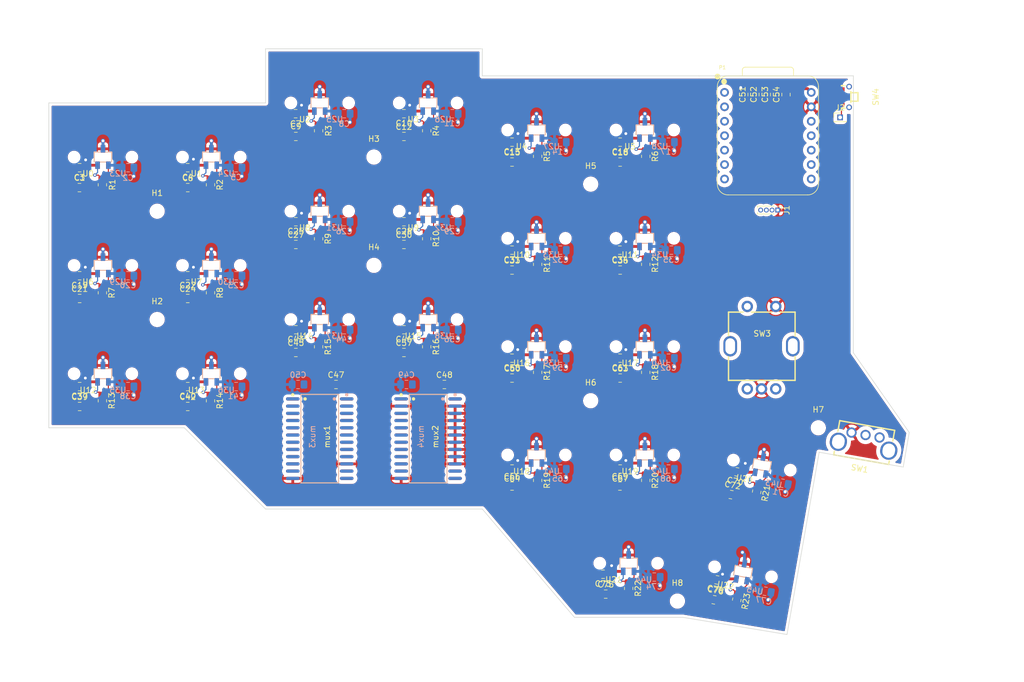
<source format=kicad_pcb>
(kicad_pcb (version 20241229) (generator "pcbnew") (generator_version "9.0")
  (layers (0 "F.Cu" signal) (2 "B.Cu" signal) (13 "F.Paste" user) (15 "B.Paste" user) (5 "F.SilkS" user "F.Silkscreen") (7 "B.SilkS" user "B.Silkscreen") (1 "F.Mask" user) (3 "B.Mask" user) (25 "Edge.Cuts" user))
  (net 0 "")
  (net 1 "GND")
  (net 2 "K0")
  (net 3 "K1")
  (net 4 "K2")
  (net 5 "K3")
  (net 6 "K4")
  (net 7 "K5")
  (net 8 "K6")
  (net 9 "K7")
  (net 10 "K8")
  (net 11 "K9")
  (net 12 "K10")
  (net 13 "K11")
  (net 14 "K12")
  (net 15 "K13")
  (net 16 "K14")
  (net 17 "K15")
  (net 18 "K16")
  (net 19 "K17")
  (net 20 "K18")
  (net 21 "K19")
  (net 22 "K20")
  (net 23 "K21")
  (net 24 "K22")
  (net 25 "SDA")
  (net 26 "encoderBtn1")
  (net 27 "MUX1")
  (net 28 "enco1A")
  (net 29 "S3")
  (net 30 "VBUS")
  (net 32 "S1")
  (net 33 "S2")
  (net 34 "SCL")
  (net 35 "S0")
  (net 36 "enco1B")
  (net 37 "MUX2")
  (net 38 "Net-(U1-VOUT)")
  (net 39 "Net-(U2-VOUT)")
  (net 40 "Net-(U10-VOUT)")
  (net 41 "Net-(U11-VOUT)")
  (net 42 "Net-(U12-VOUT)")
  (net 43 "Net-(U13-VOUT)")
  (net 44 "Net-(U14-VOUT)")
  (net 45 "Net-(U15-VOUT)")
  (net 46 "Net-(U16-VOUT)")
  (net 47 "Net-(U17-VOUT)")
  (net 48 "Net-(U18-VOUT)")
  (net 49 "Net-(U19-VOUT)")
  (net 50 "Net-(U20-VOUT)")
  (net 51 "Net-(U21-VOUT)")
  (net 52 "Net-(U22-VOUT)")
  (net 53 "Net-(U26-VOUT)")
  (net 54 "Net-(U27-VOUT)")
  (net 55 "Net-(U28-VOUT)")
  (net 56 "Net-(U29-VOUT)")
  (net 57 "Net-(U30-VOUT)")
  (net 58 "Net-(U31-VOUT)")
  (net 59 "Net-(U32-VOUT)")
  (net 60 "Net-(U0-VOUT)")
  (net 64 "Net-(J2-Pin_1)")
  (net 66 "enco2B")
  (net 67 "enco2A")
  (footprint "Resistor_SMD:R_0805_2012Metric_Pad1.20x1.40mm_HandSolder" (layer "F.Cu") (at 57 90.5 -90)
    (property "Reference" "R14" (at 0 -1.65 90) (layer "F.SilkS"))
    (property "Value" "10k")
    (pad "1" smd roundrect (at -1 0 270) (size 1.2 1.4) (layers "F.Cu" "F.Mask" "F.Paste") (roundrect_rratio 0.208333) (net 43 "Net-(U13-VOUT)"))
    (pad "2" smd roundrect (at 1 0 270) (size 1.2 1.4) (layers "F.Cu" "F.Mask" "F.Paste") (roundrect_rratio 0.208333) (net 15 "K13"))
  )
  (footprint "Resistor_SMD:R_0805_2012Metric_Pad1.20x1.40mm_HandSolder" (layer "F.Cu") (at 95 62 -90)
    (property "Reference" "R10" (at 0 -1.65 90) (layer "F.SilkS"))
    (property "Value" "10k")
    (pad "1" smd roundrect (at -1 0 270) (size 1.2 1.4) (layers "F.Cu" "F.Mask" "F.Paste") (roundrect_rratio 0.208333) (net 59 "Net-(U32-VOUT)"))
    (pad "2" smd roundrect (at 1 0 270) (size 1.2 1.4) (layers "F.Cu" "F.Mask" "F.Paste") (roundrect_rratio 0.208333) (net 11 "K9"))
  )
  (footprint "footprints:SOT-23-3_L2.9-W1.6-P1.90-LS2.8-BR" (layer "F.Cu") (at 57.15 66.675)
    (property "Reference" "U7" (at -2.62 2.9 0) (layer "F.SilkS"))
    (property "Value" "HX6659ISO-B")
    (pad "" np_thru_hole circle (at -5.08 0) (size 1.75 1.75) (drill 1.75) (layers "*.Cu" "*.Mask"))
    (pad "" np_thru_hole circle (at 5.08 0) (size 1.75 1.75) (drill 1.75) (layers "*.Cu" "*.Mask"))
    (pad "1" smd rect (at -0.95 1.44 270) (size 1.3 0.8) (layers "F.Cu" "F.Mask" "F.Paste") (net 30 "VBUS"))
    (pad "2" smd rect (at 0.95 1.44 270) (size 1.3 0.8) (layers "F.Cu" "F.Mask" "F.Paste") (net 57 "Net-(U30-VOUT)"))
    (pad "3" smd rect (at 0 -1.44 270) (size 1.3 0.8) (layers "F.Cu" "F.Mask" "F.Paste") (net 1 "GND"))
    (zone (net 0) (net_name "") (layers "F.Cu" "B.Cu") (connect_pads (clearance 0)) (min_thickness 0.25)
      (keepout (tracks allowed) (vias not_allowed) (pads allowed) (copperpour not_allowed) (footprints allowed))
      (fill (thermal_gap 0.5) (thermal_bridge_width 0.5))
      (polygon (pts (xy 58.75 65.775) (xy 58.75 67.575) (xy 55.55 67.575) (xy 55.55 65.775)))
    )
  )
  (footprint "Capacitor_SMD:C_0805_2012Metric_Pad1.18x1.45mm_HandSolder" (layer "F.Cu") (at 91 63)
    (property "Reference" "C30" (at 0 -1.68 0) (layer "F.SilkS"))
    (property "Value" "100nF")
    (pad "1" smd roundrect (at -1.0375 0) (size 1.175 1.45) (layers "F.Cu" "F.Mask" "F.Paste") (roundrect_rratio 0.212766) (net 1 "GND"))
    (pad "2" smd roundrect (at 1.0375 0) (size 1.175 1.45) (layers "F.Cu" "F.Mask" "F.Paste") (roundrect_rratio 0.212766) (net 11 "K9"))
  )
  (footprint "Resistor_SMD:R_0805_2012Metric_Pad1.20x1.40mm_HandSolder" (layer "F.Cu") (at 130.5 123.5 -90)
    (property "Reference" "R22" (at 0 -1.65 90) (layer "F.SilkS"))
    (property "Value" "10k")
    (pad "1" smd roundrect (at -1 0 270) (size 1.2 1.4) (layers "F.Cu" "F.Mask" "F.Paste") (roundrect_rratio 0.208333) (net 51 "Net-(U21-VOUT)"))
    (pad "2" smd roundrect (at 1 0 270) (size 1.2 1.4) (layers "F.Cu" "F.Mask" "F.Paste") (roundrect_rratio 0.208333) (net 23 "K21"))
  )
  (footprint "Capacitor_SMD:C_0805_2012Metric_Pad1.18x1.45mm_HandSolder" (layer "F.Cu") (at 53 68.5 180)
    (property "Reference" "C22" (at 0 -1.68 0) (layer "F.SilkS"))
    (property "Value" "100nF")
    (pad "1" smd roundrect (at -1.0375 0 180) (size 1.175 1.45) (layers "F.Cu" "F.Mask" "F.Paste") (roundrect_rratio 0.212766) (net 30 "VBUS"))
    (pad "2" smd roundrect (at 1.0375 0 180) (size 1.175 1.45) (layers "F.Cu" "F.Mask" "F.Paste") (roundrect_rratio 0.212766) (net 1 "GND"))
  )
  (footprint "Capacitor_SMD:C_0805_2012Metric_Pad1.18x1.45mm_HandSolder" (layer "F.Cu") (at 128.9625 105.5)
    (property "Reference" "C69" (at 0 -1.68 0) (layer "F.SilkS"))
    (property "Value" "100nF")
    (pad "1" smd roundrect (at -1.0375 0) (size 1.175 1.45) (layers "F.Cu" "F.Mask" "F.Paste") (roundrect_rratio 0.212766) (net 1 "GND"))
    (pad "2" smd roundrect (at 1.0375 0) (size 1.175 1.45) (layers "F.Cu" "F.Mask" "F.Paste") (roundrect_rratio 0.212766) (net 21 "K19"))
  )
  (footprint "Capacitor_SMD:C_0805_2012Metric_Pad1.18x1.45mm_HandSolder" (layer "F.Cu") (at 129 45 180)
    (property "Reference" "C16" (at 0 -1.68 0) (layer "F.SilkS"))
    (property "Value" "100nF")
    (pad "1" smd roundrect (at -1.0375 0 180) (size 1.175 1.45) (layers "F.Cu" "F.Mask" "F.Paste") (roundrect_rratio 0.212766) (net 30 "VBUS"))
    (pad "2" smd roundrect (at 1.0375 0 180) (size 1.175 1.45) (layers "F.Cu" "F.Mask" "F.Paste") (roundrect_rratio 0.212766) (net 1 "GND"))
  )
  (footprint "Capacitor_SMD:C_0805_2012Metric_Pad1.18x1.45mm_HandSolder" (layer "F.Cu") (at 34 88 180)
    (property "Reference" "C37" (at 0 -1.68 0) (layer "F.SilkS"))
    (property "Value" "100nF")
    (pad "1" smd roundrect (at -1.0375 0 180) (size 1.175 1.45) (layers "F.Cu" "F.Mask" "F.Paste") (roundrect_rratio 0.212766) (net 30 "VBUS"))
    (pad "2" smd roundrect (at 1.0375 0 180) (size 1.175 1.45) (layers "F.Cu" "F.Mask" "F.Paste") (roundrect_rratio 0.212766) (net 1 "GND"))
  )
  (footprint "Capacitor_SMD:C_0805_2012Metric_Pad1.18x1.45mm_HandSolder" (layer "F.Cu") (at 91 59 180)
    (property "Reference" "C28" (at 0 -1.68 0) (layer "F.SilkS"))
    (property "Value" "100nF")
    (pad "1" smd roundrect (at -1.0375 0 180) (size 1.175 1.45) (layers "F.Cu" "F.Mask" "F.Paste") (roundrect_rratio 0.212766) (net 30 "VBUS"))
    (pad "2" smd roundrect (at 1.0375 0 180) (size 1.175 1.45) (layers "F.Cu" "F.Mask" "F.Paste") (roundrect_rratio 0.212766) (net 1 "GND"))
  )
  (footprint "footprints:SOT-23-3_L2.9-W1.6-P1.90-LS2.8-BR" (layer "F.Cu") (at 150.601295 120.571793 -10)
    (property "Reference" "U22" (at -2.62 2.9 170) (layer "F.SilkS"))
    (property "Value" "HX6659ISO-B")
    (pad "" np_thru_hole circle (at -5.08 0 350) (size 1.75 1.75) (drill 1.75) (layers "*.Cu" "*.Mask"))
    (pad "" np_thru_hole circle (at 5.08 0 350) (size 1.75 1.75) (drill 1.75) (layers "*.Cu" "*.Mask"))
    (pad "1" smd rect (at -0.95 1.44 260) (size 1.3 0.8) (layers "F.Cu" "F.Mask" "F.Paste") (net 30 "VBUS"))
    (pad "2" smd rect (at 0.95 1.44 260) (size 1.3 0.8) (layers "F.Cu" "F.Mask" "F.Paste") (net 52 "Net-(U22-VOUT)"))
    (pad "3" smd rect (at 0 -1.44 260) (size 1.3 0.8) (layers "F.Cu" "F.Mask" "F.Paste") (net 1 "GND"))
    (zone (net 0) (net_name "") (layers "F.Cu" "B.Cu") (connect_pads (clearance 0)) (min_thickness 0.25)
      (keepout (tracks allowed) (vias not_allowed) (pads allowed) (copperpour not_allowed) (footprints allowed))
      (fill (thermal_gap 0.5) (thermal_bridge_width 0.5))
      (polygon (pts (xy 152.333271 119.963303) (xy 152.020704 121.735957) (xy 148.869319 121.180283) (xy 149.181886 119.407629)))
    )
  )
  (footprint "Resistor_SMD:R_0805_2012Metric_Pad1.20x1.40mm_HandSolder" (layer "F.Cu") (at 114.5 47.5 -90)
    (property "Reference" "R5" (at 0 -1.65 90) (layer "F.SilkS"))
    (property "Value" "10k")
    (pad "1" smd roundrect (at -1 0 270) (size 1.2 1.4) (layers "F.Cu" "F.Mask" "F.Paste") (roundrect_rratio 0.208333) (net 54 "Net-(U27-VOUT)"))
    (pad "2" smd roundrect (at 1 0 270) (size 1.2 1.4) (layers "F.Cu" "F.Mask" "F.Paste") (roundrect_rratio 0.208333) (net 6 "K4"))
  )
  (footprint "Resistor_SMD:R_0805_2012Metric_Pad1.20x1.40mm_HandSolder" (layer "F.Cu") (at 149.5 125.5 -100)
    (property "Reference" "R23" (at -0.000001 -1.65 80) (layer "F.SilkS"))
    (property "Value" "10k")
    (pad "1" smd roundrect (at -1 0 260) (size 1.2 1.4) (layers "F.Cu" "F.Mask" "F.Paste") (roundrect_rratio 0.208333) (net 52 "Net-(U22-VOUT)"))
    (pad "2" smd roundrect (at 1 0 260) (size 1.2 1.4) (layers "F.Cu" "F.Mask" "F.Paste") (roundrect_rratio 0.208333) (net 24 "K22"))
  )
  (footprint "Capacitor_SMD:C_0805_2012Metric_Pad1.18x1.45mm_HandSolder" (layer "F.Cu") (at 149.5 103 170)
    (property "Reference" "C70" (at 0 -1.68 170) (layer "F.SilkS"))
    (property "Value" "100nF")
    (pad "1" smd roundrect (at -1.0375 0 170) (size 1.175 1.45) (layers "F.Cu" "F.Mask" "F.Paste") (roundrect_rratio 0.212766) (net 30 "VBUS"))
    (pad "2" smd roundrect (at 1.0375 0 170) (size 1.175 1.45) (layers "F.Cu" "F.Mask" "F.Paste") (roundrect_rratio 0.212766) (net 1 "GND"))
  )
  (footprint "Resistor_SMD:R_0805_2012Metric_Pad1.20x1.40mm_HandSolder" (layer "F.Cu") (at 153 106.5 -100)
    (property "Reference" "R21" (at -0.000001 -1.65 80) (layer "F.SilkS"))
    (property "Value" "10k")
    (pad "1" smd roundrect (at -1 0 260) (size 1.2 1.4) (layers "F.Cu" "F.Mask" "F.Paste") (roundrect_rratio 0.208333) (net 50 "Net-(U20-VOUT)"))
    (pad "2" smd roundrect (at 1 0 260) (size 1.2 1.4) (layers "F.Cu" "F.Mask" "F.Paste") (roundrect_rratio 0.208333) (net 22 "K20"))
  )
  (footprint "footprints:SOT-23-3_L2.9-W1.6-P1.90-LS2.8-BR" (layer "F.Cu") (at 153.909293 101.811205 -10)
    (property "Reference" "U20" (at -2.62 2.9 170) (layer "F.SilkS"))
    (property "Value" "HX6659ISO-B")
    (pad "" np_thru_hole circle (at -5.08 0 350) (size 1.75 1.75) (drill 1.75) (layers "*.Cu" "*.Mask"))
    (pad "" np_thru_hole circle (at 5.08 0 350) (size 1.75 1.75) (drill 1.75) (layers "*.Cu" "*.Mask"))
    (pad "1" smd rect (at -0.95 1.44 260) (size 1.3 0.8) (layers "F.Cu" "F.Mask" "F.Paste") (net 30 "VBUS"))
    (pad "2" smd rect (at 0.95 1.44 260) (size 1.3 0.8) (layers "F.Cu" "F.Mask" "F.Paste") (net 50 "Net-(U20-VOUT)"))
    (pad "3" smd rect (at 0 -1.44 260) (size 1.3 0.8) (layers "F.Cu" "F.Mask" "F.Paste") (net 1 "GND"))
    (zone (net 0) (net_name "") (layers "F.Cu" "B.Cu") (connect_pads (clearance 0)) (min_thickness 0.25)
      (keepout (tracks allowed) (vias not_allowed) (pads allowed) (copperpour not_allowed) (footprints allowed))
      (fill (thermal_gap 0.5) (thermal_bridge_width 0.5))
      (polygon (pts (xy 155.641269 101.202715) (xy 155.328702 102.975369) (xy 152.177317 102.419695) (xy 152.489884 100.647041)))
    )
  )
  (footprint "Capacitor_SMD:C_0805_2012Metric_Pad1.18x1.45mm_HandSolder" (layer "F.Cu") (at 129 48.5)
    (property "Reference" "C18" (at 0 -1.68 0) (layer "F.SilkS"))
    (property "Value" "100nF")
    (pad "1" smd roundrect (at -1.0375 0) (size 1.175 1.45) (layers "F.Cu" "F.Mask" "F.Paste") (roundrect_rratio 0.212766) (net 1 "GND"))
    (pad "2" smd roundrect (at 1.0375 0) (size 1.175 1.45) (layers "F.Cu" "F.Mask" "F.Paste") (roundrect_rratio 0.212766) (net 7 "K5"))
  )
  (footprint "Capacitor_SMD:C_0805_2012Metric_Pad1.18x1.45mm_HandSolder" (layer "F.Cu") (at 53 53)
    (property "Reference" "C6" (at 0 -1.68 0) (layer "F.SilkS"))
    (property "Value" "100nF")
    (pad "1" smd roundrect (at -1.0375 0) (size 1.175 1.45) (layers "F.Cu" "F.Mask" "F.Paste") (roundrect_rratio 0.212766) (net 1 "GND"))
    (pad "2" smd roundrect (at 1.0375 0) (size 1.175 1.45) (layers "F.Cu" "F.Mask" "F.Paste") (roundrect_rratio 0.212766) (net 3 "K1"))
  )
  (footprint "Capacitor_SMD:C_0805_2012Metric_Pad1.18x1.45mm_HandSolder" (layer "F.Cu") (at 126.4625 124.5)
    (property "Reference" "C75" (at 0 -1.68 0) (layer "F.SilkS"))
    (property "Value" "100nF")
    (pad "1" smd roundrect (at -1.0375 0) (size 1.175 1.45) (layers "F.Cu" "F.Mask" "F.Paste") (roundrect_rratio 0.212766) (net 1 "GND"))
    (pad "2" smd roundrect (at 1.0375 0) (size 1.175 1.45) (layers "F.Cu" "F.Mask" "F.Paste") (roundrect_rratio 0.212766) (net 23 "K21"))
  )
  (footprint "Capacitor_SMD:C_0805_2012Metric_Pad1.18x1.45mm_HandSolder" (layer "F.Cu") (at 91 82)
    (property "Reference" "C57" (at 0 -1.68 0) (layer "F.SilkS"))
    (property "Value" "100nF")
    (pad "1" smd roundrect (at -1.0375 0) (size 1.175 1.45) (layers "F.Cu" "F.Mask" "F.Paste") (roundrect_rratio 0.212766) (net 1 "GND"))
    (pad "2" smd roundrect (at 1.0375 0) (size 1.175 1.45) (layers "F.Cu" "F.Mask" "F.Paste") (roundrect_rratio 0.212766) (net 17 "K15"))
  )
  (footprint "MountingHole:MountingHole_2.2mm_M2" (layer "F.Cu") (at 47.625 57.15)
    (property "Reference" "H1" (at 0 -3.2 0) (layer "F.SilkS"))
    (property "Value" "MountingHole")
    (pad "" np_thru_hole circle (at 0 0) (size 2.2 2.2) (drill 2.2) (layers "*.Cu" "*.Mask"))
  )
  (footprint "Resistor_SMD:R_0805_2012Metric_Pad1.20x1.40mm_HandSolder" (layer "F.Cu") (at 133.5 66.5 -90)
    (property "Reference" "R12" (at 0 -1.65 90) (layer "F.SilkS"))
    (property "Value" "10k")
    (pad "1" smd roundrect (at -1 0 270) (size 1.2 1.4) (layers "F.Cu" "F.Mask" "F.Paste") (roundrect_rratio 0.208333) (net 41 "Net-(U11-VOUT)"))
    (pad "2" smd roundrect (at 1 0 270) (size 1.2 1.4) (layers "F.Cu" "F.Mask" "F.Paste") (roundrect_rratio 0.208333) (net 13 "K11"))
  )
  (footprint "Capacitor_SMD:C_0805_2012Metric_Pad1.18x1.45mm_HandSolder" (layer "F.Cu") (at 110 105.5)
    (property "Reference" "C66" (at 0 -1.68 0) (layer "F.SilkS"))
    (property "Value" "100nF")
    (pad "1" smd roundrect (at -1.0375 0) (size 1.175 1.45) (layers "F.Cu" "F.Mask" "F.Paste") (roundrect_rratio 0.212766) (net 1 "GND"))
    (pad "2" smd roundrect (at 1.0375 0) (size 1.175 1.45) (layers "F.Cu" "F.Mask" "F.Paste") (roundrect_rratio 0.212766) (net 20 "K18"))
  )
  (footprint "footprints:SOT-23-3_L2.9-W1.6-P1.90-LS2.8-BR" (layer "F.Cu") (at 57.15 47.625)
    (property "Reference" "U1" (at -2.62 2.9 0) (layer "F.SilkS"))
    (property "Value" "HX6659ISO-B")
    (pad "" np_thru_hole circle (at -5.08 0) (size 1.75 1.75) (drill 1.75) (layers "*.Cu" "*.Mask"))
    (pad "" np_thru_hole circle (at 5.08 0) (size 1.75 1.75) (drill 1.75) (layers "*.Cu" "*.Mask"))
    (pad "1" smd rect (at -0.95 1.44 270) (size 1.3 0.8) (layers "F.Cu" "F.Mask" "F.Paste") (net 30 "VBUS"))
    (pad "2" smd rect (at 0.95 1.44 270) (size 1.3 0.8) (layers "F.Cu" "F.Mask" "F.Paste") (net 38 "Net-(U1-VOUT)"))
    (pad "3" smd rect (at 0 -1.44 270) (size 1.3 0.8) (layers "F.Cu" "F.Mask" "F.Paste") (net 1 "GND"))
    (zone (net 0) (net_name "") (layers "F.Cu" "B.Cu") (connect_pads (clearance 0)) (min_thickness 0.25)
      (keepout (tracks allowed) (vias not_allowed) (pads allowed) (copperpour not_allowed) (footprints allowed))
      (fill (thermal_gap 0.5) (thermal_bridge_width 0.5))
      (polygon (pts (xy 58.75 46.725) (xy 58.75 48.525) (xy 55.55 48.525) (xy 55.55 46.725)))
    )
  )
  (footprint "Capacitor_SMD:C_0805_2012Metric_Pad1.18x1.45mm_HandSolder" (layer "F.Cu") (at 72 63)
    (property "Reference" "C27" (at 0 -1.68 0) (layer "F.SilkS"))
    (property "Value" "100nF")
    (pad "1" smd roundrect (at -1.0375 0) (size 1.175 1.45) (layers "F.Cu" "F.Mask" "F.Paste") (roundrect_rratio 0.212766) (net 1 "GND"))
    (pad "2" smd roundrect (at 1.0375 0) (size 1.175 1.45) (layers "F.Cu" "F.Mask" "F.Paste") (roundrect_rratio 0.212766) (net 10 "K8"))
  )
  (footprint "Resistor_SMD:R_0805_2012Metric_Pad1.20x1.40mm_HandSolder" (layer "F.Cu") (at 114.5 66.5 -90)
    (property "Reference" "R11" (at 0 -1.65 90) (layer "F.SilkS"))
    (property "Value" "10k")
    (pad "1" smd roundrect (at -1 0 270) (size 1.2 1.4) (layers "F.Cu" "F.Mask" "F.Paste") (roundrect_rratio 0.208333) (net 40 "Net-(U10-VOUT)"))
    (pad "2" smd roundrect (at 1 0 270) (size 1.2 1.4) (layers "F.Cu" "F.Mask" "F.Paste") (roundrect_rratio 0.208333) (net 12 "K10"))
  )
  (footprint "Capacitor_SMD:C_0805_2012Metric_Pad1.18x1.45mm_HandSolder" (layer "F.Cu") (at 158.1525 36.6375 90)
    (property "Reference" "C54" (at 0 -1.68 90) (layer "F.SilkS"))
    (property "Value" "100n")
    (pad "1" smd roundrect (at -1.0375 0 90) (size 1.175 1.45) (layers "F.Cu" "F.Mask" "F.Paste") (roundrect_rratio 0.212766) (net 1 "GND"))
    (pad "2" smd roundrect (at 1.0375 0 90) (size 1.175 1.45) (layers "F.Cu" "F.Mask" "F.Paste") (roundrect_rratio 0.212766) (net 30 "VBUS"))
  )
  (footprint "footprints:SOT-23-3_L2.9-W1.6-P1.90-LS2.8-BR" (layer "F.Cu") (at 130.4925 119.0625)
    (property "Reference" "U21" (at -2.62 2.9 0) (layer "F.SilkS"))
    (property "Value" "HX6659ISO-B")
    (pad "" np_thru_hole circle (at -5.08 0) (size 1.75 1.75) (drill 1.75) (layers "*.Cu" "*.Mask"))
    (pad "" np_thru_hole circle (at 5.08 0) (size 1.75 1.75) (drill 1.75) (layers "*.Cu" "*.Mask"))
    (pad "1" smd rect (at -0.95 1.44 270) (size 1.3 0.8) (layers "F.Cu" "F.Mask" "F.Paste") (net 30 "VBUS"))
    (pad "2" smd rect (at 0.95 1.44 270) (size 1.3 0.8) (layers "F.Cu" "F.Mask" "F.Paste") (net 51 "Net-(U21-VOUT)"))
    (pad "3" smd rect (at 0 -1.44 270) (size 1.3 0.8) (layers "F.Cu" "F.Mask" "F.Paste") (net 1 "GND"))
    (zone (net 0) (net_name "") (layers "F.Cu" "B.Cu") (connect_pads (clearance 0)) (min_thickness 0.25)
      (keepout (tracks allowed) (vias not_allowed) (pads allowed) (copperpour not_allowed) (footprints allowed))
      (fill (thermal_gap 0.5) (thermal_bridge_width 0.5))
      (polygon (pts (xy 132.0925 118.1625) (xy 132.0925 119.9625) (xy 128.8925 119.9625) (xy 128.8925 118.1625)))
    )
  )
  (footprint "Capacitor_SMD:C_0805_2012Metric_Pad1.18x1.45mm_HandSolder" (layer "F.Cu") (at 34 68.5 180)
    (property "Reference" "C19" (at 0 -1.68 0) (layer "F.SilkS"))
    (property "Value" "100nF")
    (pad "1" smd roundrect (at -1.0375 0 180) (size 1.175 1.45) (layers "F.Cu" "F.Mask" "F.Paste") (roundrect_rratio 0.212766) (net 30 "VBUS"))
    (pad "2" smd roundrect (at 1.0375 0 180) (size 1.175 1.45) (layers "F.Cu" "F.Mask" "F.Paste") (roundrect_rratio 0.212766) (net 1 "GND"))
  )
  (footprint "Resistor_SMD:R_0805_2012Metric_Pad1.20x1.40mm_HandSolder" (layer "F.Cu") (at 57 71.5 -90)
    (property "Reference" "R8" (at 0 -1.65 90) (layer "F.SilkS"))
    (property "Value" "10k")
    (pad "1" smd roundrect (at -1 0 270) (size 1.2 1.4) (layers "F.Cu" "F.Mask" "F.Paste") (roundrect_rratio 0.208333) (net 57 "Net-(U30-VOUT)"))
    (pad "2" smd roundrect (at 1 0 270) (size 1.2 1.4) (layers "F.Cu" "F.Mask" "F.Paste") (roundrect_rratio 0.208333) (net 9 "K7"))
  )
  (footprint "Resistor_SMD:R_0805_2012Metric_Pad1.20x1.40mm_HandSolder" (layer "F.Cu") (at 38 90.5 -90)
    (property "Reference" "R13" (at 0 -1.65 90) (layer "F.SilkS"))
    (property "Value" "10k")
    (pad "1" smd roundrect (at -1 0 270) (size 1.2 1.4) (layers "F.Cu" "F.Mask" "F.Paste") (roundrect_rratio 0.208333) (net 42 "Net-(U12-VOUT)"))
    (pad "2" smd roundrect (at 1 0 270) (size 1.2 1.4) (layers "F.Cu" "F.Mask" "F.Paste") (roundrect_rratio 0.208333) (net 14 "K12"))
  )
  (footprint "Capacitor_SMD:C_0805_2012Metric_Pad1.18x1.45mm_HandSolder" (layer "F.Cu") (at 98.1075 87.63)
    (property "Reference" "C48" (at 0 -1.68 0) (layer "F.SilkS"))
    (property "Value" "100n")
    (pad "1" smd roundrect (at -1.0375 0) (size 1.175 1.45) (layers "F.Cu" "F.Mask" "F.Paste") (roundrect_rratio 0.212766) (net 1 "GND"))
    (pad "2" smd roundrect (at 1.0375 0) (size 1.175 1.45) (layers "F.Cu" "F.Mask" "F.Paste") (roundrect_rratio 0.212766) (net 30 "VBUS"))
  )
  (footprint "footprints:SOT-23-3_L2.9-W1.6-P1.90-LS2.8-BR" (layer "F.Cu") (at 95.25 38.1)
    (property "Reference" "U3" (at -2.62 2.9 0) (layer "F.SilkS"))
    (property "Value" "HX6659ISO-B")
    (pad "" np_thru_hole circle (at -5.08 0) (size 1.75 1.75) (drill 1.75) (layers "*.Cu" "*.Mask"))
    (pad "" np_thru_hole circle (at 5.08 0) (size 1.75 1.75) (drill 1.75) (layers "*.Cu" "*.Mask"))
    (pad "1" smd rect (at -0.95 1.44 270) (size 1.3 0.8) (layers "F.Cu" "F.Mask" "F.Paste") (net 30 "VBUS"))
    (pad "2" smd rect (at 0.95 1.44 270) (size 1.3 0.8) (layers "F.Cu" "F.Mask" "F.Paste") (net 53 "Net-(U26-VOUT)"))
    (pad "3" smd rect (at 0 -1.44 270) (size 1.3 0.8) (layers "F.Cu" "F.Mask" "F.Paste") (net 1 "GND"))
    (zone (net 0) (net_name "") (layers "F.Cu" "B.Cu") (connect_pads (clearance 0)) (min_thickness 0.25)
      (keepout (tracks allowed) (vias not_allowed) (pads allowed) (copperpour not_allowed) (footprints allowed))
      (fill (thermal_gap 0.5) (thermal_bridge_width 0.5))
      (polygon (pts (xy 96.85 37.2) (xy 96.85 39) (xy 93.65 39) (xy 93.65 37.2)))
    )
  )
  (footprint "Capacitor_SMD:C_0805_2012Metric_Pad1.18x1.45mm_HandSolder" (layer "F.Cu") (at 110 102.5 180)
    (property "Reference" "C64" (at 0 -1.68 0) (layer "F.SilkS"))
    (property "Value" "100nF")
    (pad "1" smd roundrect (at -1.0375 0 180) (size 1.175 1.45) (layers "F.Cu" "F.Mask" "F.Paste") (roundrect_rratio 0.212766) (net 30 "VBUS"))
    (pad "2" smd roundrect (at 1.0375 0 180) (size 1.175 1.45) (layers "F.Cu" "F.Mask" "F.Paste") (roundrect_rratio 0.212766) (net 1 "GND"))
  )
  (footprint "footprints:SOT-23-3_L2.9-W1.6-P1.90-LS2.8-BR" (layer "F.Cu") (at 114.3 80.9625)
    (property "Reference" "U16" (at -2.62 2.9 0) (layer "F.SilkS"))
    (property "Value" "HX6659ISO-B")
    (pad "" np_thru_hole circle (at -5.08 0) (size 1.75 1.75) (drill 1.75) (layers "*.Cu" "*.Mask"))
    (pad "" np_thru_hole circle (at 5.08 0) (size 1.75 1.75) (drill 1.75) (layers "*.Cu" "*.Mask"))
    (pad "1" smd rect (at -0.95 1.44 270) (size 1.3 0.8) (layers "F.Cu" "F.Mask" "F.Paste") (net 30 "VBUS"))
    (pad "2" smd rect (at 0.95 1.44 270) (size 1.3 0.8) (layers "F.Cu" "F.Mask" "F.Paste") (net 46 "Net-(U16-VOUT)"))
    (pad "3" smd rect (at 0 -1.44 270) (size 1.3 0.8) (layers "F.Cu" "F.Mask" "F.Paste") (net 1 "GND"))
    (zone (net 0) (net_name "") (layers "F.Cu" "B.Cu") (connect_pads (clearance 0)) (min_thickness 0.25)
      (keepout (tracks allowed) (vias not_allowed) (pads allowed) (copperpour not_allowed) (footprints allowed))
      (fill (thermal_gap 0.5) (thermal_bridge_width 0.5))
      (polygon (pts (xy 115.9 80.0625) (xy 115.9 81.8625) (xy 112.7 81.8625) (xy 112.7 80.0625)))
    )
  )
  (footprint "footprints:SW-TH_EC10EXXXXXXX" (layer "F.Cu") (at 171.959655 97.50092 170)
    (property "Reference" "SW1" (at 0 -5 170) (layer "F.SilkS"))
    (property "Value" "~")
    (pad "4" thru_hole oval (at -4.5 -1 260) (size 3.2 3) (drill oval 2.50002 2.199996) (layers "*.Cu" "*.Mask"))
    (pad "5" thru_hole oval (at 4.5 -1 260) (size 3.2 3) (drill oval 2.50002 2.199996) (layers "*.Cu" "*.Mask"))
    (pad "A" thru_hole circle (at -2.5 1 170) (size 1.8 1.8) (drill 1.199998) (layers "*.Cu" "*.Mask") (net 67 "enco2A"))
    (pad "B" thru_hole circle (at 0 1 170) (size 1.8 1.8) (drill 1.199998) (layers "*.Cu" "*.Mask") (net 66 "enco2B"))
    (pad "C" thru_hole circle (at 2.5 1 170) (size 1.8 1.8) (drill 1.199998) (layers "*.Cu" "*.Mask") (net 1 "GND"))
  )
  (footprint "Resistor_SMD:R_0805_2012Metric_Pad1.20x1.40mm_HandSolder" (layer "F.Cu") (at 76 43 -90)
    (property "Reference" "R3" (at 0 -1.75 90) (layer "F.SilkS"))
    (property "Value" "10k")
    (pad "1" smd roundrect (at -1 0 270) (size 1.2 1.4) (layers "F.Cu" "F.Mask" "F.Paste") (roundrect_rratio 0.208333) (net 39 "Net-(U2-VOUT)"))
    (pad "2" smd roundrect (at 1 0 270) (size 1.2 1.4) (layers "F.Cu" "F.Mask" "F.Paste") (roundrect_rratio 0.208333) (net 4 "K2"))
  )
  (footprint "Capacitor_SMD:C_0805_2012Metric_Pad1.18x1.45mm_HandSolder" (layer "F.Cu") (at 126 121 180)
    (property "Reference" "C73" (at 0 -1.68 0) (layer "F.SilkS"))
    (property "Value" "100nF")
    (pad "1" smd roundrect (at -1.0375 0 180) (size 1.175 1.45) (layers "F.Cu" "F.Mask" "F.Paste") (roundrect_rratio 0.212766) (net 30 "VBUS"))
    (pad "2" smd roundrect (at 1.0375 0 180) (size 1.175 1.45) (layers "F.Cu" "F.Mask" "F.Paste") (roundrect_rratio 0.212766) (net 1 "GND"))
  )
  (footprint "footprints:SOT-23-3_L2.9-W1.6-P1.90-LS2.8-BR" (layer "F.Cu") (at 133.35 42.8625)
    (property "Reference" "U5" (at -2.62 2.9 0) (layer "F.SilkS"))
    (property "Value" "HX6659ISO-B")
    (pad "" np_thru_hole circle (at -5.08 0) (size 1.75 1.75) (drill 1.75) (layers "*.Cu" "*.Mask"))
    (pad "" np_thru_hole circle (at 5.08 0) (size 1.75 1.75) (drill 1.75) (layers "*.Cu" "*.Mask"))
    (pad "1" smd rect (at -0.95 1.44 270) (size 1.3 0.8) (layers "F.Cu" "F.Mask" "F.Paste") (net 30 "VBUS"))
    (pad "2" smd rect (at 0.95 1.44 270) (size 1.3 0.8) (layers "F.Cu" "F.Mask" "F.Paste") (net 55 "Net-(U28-VOUT)"))
    (pad "3" smd rect (at 0 -1.44 270) (size 1.3 0.8) (layers "F.Cu" "F.Mask" "F.Paste") (net 1 "GND"))
    (zone (net 0) (net_name "") (layers "F.Cu" "B.Cu") (connect_pads (clearance 0)) (min_thickness 0.25)
      (keepout (tracks allowed) (vias not_allowed) (pads allowed) (copperpour not_allowed) (footprints allowed))
      (fill (thermal_gap 0.5) (thermal_bridge_width 0.5))
      (polygon (pts (xy 134.95 41.9625) (xy 134.95 43.7625) (xy 131.75 43.7625) (xy 131.75 41.9625)))
    )
  )
  (footprint "Capacitor_SMD:C_0805_2012Metric_Pad1.18x1.45mm_HandSolder" (layer "F.Cu") (at 148.5 107 -10)
    (property "Reference" "C72" (at 0 -1.68 170) (layer "F.SilkS"))
    (property "Value" "100nF")
    (pad "1" smd roundrect (at -1.0375 0 350) (size 1.175 1.45) (layers "F.Cu" "F.Mask" "F.Paste") (roundrect_rratio 0.212766) (net 1 "GND"))
    (pad "2" smd roundrect (at 1.0375 0 350) (size 1.175 1.45) (layers "F.Cu" "F.Mask" "F.Paste") (roundrect_rratio 0.212766) (net 22 "K20"))
  )
  (footprint "Capacitor_SMD:C_0805_2012Metric_Pad1.18x1.45mm_HandSolder" (layer "F.Cu") (at 129 83 180)
    (property "Reference" "C61" (at 0 -1.68 0) (layer "F.SilkS"))
    (property "Value" "100nF")
    (pad "1" smd roundrect (at -1.0375 0 180) (size 1.175 1.45) (layers "F.Cu" "F.Mask" "F.Paste") (roundrect_rratio 0.212766) (net 30 "VBUS"))
    (pad "2" smd roundrect (at 1.0375 0 180) (size 1.175 1.45) (layers "F.Cu" "F.Mask" "F.Paste") (roundrect_rratio 0.212766) (net 1 "GND"))
  )
  (footprint "Capacitor_SMD:C_0805_2012Metric_Pad1.18x1.45mm_HandSolder" (layer "F.Cu") (at 91 78 180)
    (property "Reference" "C46" (at 0 -1.68 0) (layer "F.SilkS"))
    (property "Value" "100nF")
    (pad "1" smd roundrect (at -1.0375 0 180) (size 1.175 1.45) (layers "F.Cu" "F.Mask" "F.Paste") (roundrect_rratio 0.212766) (net 30 "VBUS"))
    (pad "2" smd roundrect (at 1.0375 0 180) (size 1.175 1.45) (layers "F.Cu" "F.Mask" "F.Paste") (roundrect_rratio 0.212766) (net 1 "GND"))
  )
  (footprint "footprints:SOT-23-3_L2.9-W1.6-P1.90-LS2.8-BR" (layer "F.Cu") (at 38.1 47.625)
    (property "Reference" "U0" (at -2.62 2.9 0) (layer "F.SilkS"))
    (property "Value" "HX6659ISO-B")
    (pad "" np_thru_hole circle (at -5.08 0) (size 1.75 1.75) (drill 1.75) (layers "*.Cu" "*.Mask"))
    (pad "" np_thru_hole circle (at 5.08 0) (size 1.75 1.75) (drill 1.75) (layers "*.Cu" "*.Mask"))
    (pad "1" smd rect (at -0.95 1.44 270) (size 1.3 0.8) (layers "F.Cu" "F.Mask" "F.Paste") (net 30 "VBUS"))
    (pad "2" smd rect (at 0.95 1.44 270) (size 1.3 0.8) (layers "F.Cu" "F.Mask" "F.Paste") (net 60 "Net-(U0-VOUT)"))
    (pad "3" smd rect (at 0 -1.44 270) (size 1.3 0.8) (layers "F.Cu" "F.Mask" "F.Paste") (net 1 "GND"))
    (zone (net 0) (net_name "") (layers "F.Cu" "B.Cu") (connect_pads (clearance 0)) (min_thickness 0.25)
      (keepout (tracks allowed) (vias not_allowed) (pads allowed) (copperpour not_allowed) (footprints allowed))
      (fill (thermal_gap 0.5) (thermal_bridge_width 0.5))
      (polygon (pts (xy 39.7 46.725) (xy 39.7 48.525) (xy 36.5 48.525) (xy 36.5 46.725)))
    )
  )
  (footprint "Capacitor_SMD:C_0805_2012Metric_Pad1.18x1.45mm_HandSolder" (layer "F.Cu") (at 91 44)
    (property "Reference" "C12" (at 0 -1.68 0) (layer "F.SilkS"))
    (property "Value" "100nF")
    (pad "1" smd roundrect (at -1.0375 0) (size 1.175 1.45) (layers "F.Cu" "F.Mask" "F.Paste") (roundrect_rratio 0.212766) (net 1 "GND"))
    (pad "2" smd roundrect (at 1.0375 0) (size 1.175 1.45) (layers "F.Cu" "F.Mask" "F.Paste") (roundrect_rratio 0.212766) (net 5 "K3"))
  )
  (footprint "footprints:SOT-23-3_L2.9-W1.6-P1.90-LS2.8-BR" (layer "F.Cu") (at 114.3 42.8625)
    (property "Reference" "U4" (at -2.62 2.9 0) (layer "F.SilkS"))
    (property "Value" "HX6659ISO-B")
    (pad "" np_thru_hole circle (at -5.08 0) (size 1.75 1.75) (drill 1.75) (layers "*.Cu" "*.Mask"))
    (pad "" np_thru_hole circle (at 5.08 0) (size 1.75 1.75) (drill 1.75) (layers "*.Cu" "*.Mask"))
    (pad "1" smd rect (at -0.95 1.44 270) (size 1.3 0.8) (layers "F.Cu" "F.Mask" "F.Paste") (net 30 "VBUS"))
    (pad "2" smd rect (at 0.95 1.44 270) (size 1.3 0.8) (layers "F.Cu" "F.Mask" "F.Paste") (net 54 "Net-(U27-VOUT)"))
    (pad "3" smd rect (at 0 -1.44 270) (size 1.3 0.8) (layers "F.Cu" "F.Mask" "F.Paste") (net 1 "GND"))
    (zone (net 0) (net_name "") (layers "F.Cu" "B.Cu") (connect_pads (clearance 0)) (min_thickness 0.25)
      (keepout (tracks allowed) (vias not_allowed) (pads allowed) (copperpour not_allowed) (footprints allowed))
      (fill (thermal_gap 0.5) (thermal_bridge_width 0.5))
      (polygon (pts (xy 115.9 41.9625) (xy 115.9 43.7625) (xy 112.7 43.7625) (xy 112.7 41.9625)))
    )
  )
  (footprint "Capacitor_SMD:C_0805_2012Metric_Pad1.18x1.45mm_HandSolder" (layer "F.Cu") (at 145.5 125.5 -10)
    (property "Reference" "C78" (at 0 -1.68 170) (layer "F.SilkS"))
    (property "Value" "100nF")
    (pad "1" smd roundrect (at -1.0375 0 350) (size 1.175 1.45) (layers "F.Cu" "F.Mask" "F.Paste") (roundrect_rratio 0.212766) (net 1 "GND"))
    (pad "2" smd roundrect (at 1.0375 0 350) (size 1.175 1.45) (layers "F.Cu" "F.Mask" "F.Paste") (roundrect_rratio 0.212766) (net 24 "K22"))
  )
  (footprint "Resistor_SMD:R_0805_2012Metric_Pad1.20x1.40mm_HandSolder" (layer "F.Cu") (at 57 52.5 -90)
    (property "Reference" "R2" (at 0 -1.65 90) (layer "F.SilkS"))
    (property "Value" "10k")
    (pad "1" smd roundrect (at -1 0 270) (size 1.2 1.4) (layers "F.Cu" "F.Mask" "F.Paste") (roundrect_rratio 0.208333) (net 38 "Net-(U1-VOUT)"))
    (pad "2" smd roundrect (at 1 0 270) (size 1.2 1.4) (layers "F.Cu" "F.Mask" "F.Paste") (roundrect_rratio 0.208333) (net 3 "K1"))
  )
  (footprint "Capacitor_SMD:C_0805_2012Metric_Pad1.18x1.45mm_HandSolder" (layer "F.Cu") (at 53 91.5)
    (property "Reference" "C42" (at 0 -1.68 0) (layer "F.SilkS"))
    (property "Value" "100nF")
    (pad "1" smd roundrect (at -1.0375 0) (size 1.175 1.45) (layers "F.Cu" "F.Mask" "F.Paste") (roundrect_rratio 0.212766) (net 1 "GND"))
    (pad "2" smd roundrect (at 1.0375 0) (size 1.175 1.45) (layers "F.Cu" "F.Mask" "F.Paste") (roundrect_rratio 0.212766) (net 15 "K13"))
  )
  (footprint "Connector_PinHeader_1.00mm:PinHeader_1x04_P1.00mm_Vertical" (layer "F.Cu") (at 156.7 56.95 -90)
    (property "Reference" "J1" (at 0 -1.56 90) (layer "F.SilkS"))
    (property "Value" "Display conector")
    (pad "1" thru_hole rect (at 0 0 270) (size 0.85 0.85) (drill 0.5) (layers "*.Cu" "*.Mask") (net 1 "GND"))
    (pad "2" thru_hole oval (at 0 1 270) (size 0.85 0.85) (drill 0.5) (layers "*.Cu" "*.Mask") (net 30 "VBUS"))
    (pad "3" thru_hole oval (at 0 2 270) (size 0.85 0.85) (drill 0.5) (layers "*.Cu" "*.Mask") (net 25 "SDA"))
    (pad "4" thru_hole oval (at 0 3 270) (size 0.85 0.85) (drill 0.5) (layers "*.Cu" "*.Mask") (net 34 "SCL"))
  )
  (footprint "footprints:XIAO-nRF52840-DIP-Bare" (layer "F.Cu") (at 154.97 43.87)
    (property "Reference" "P1" (at -8 -12 0) (layer "F.SilkS") (effects (font (size 0.635 0.635) (thickness 0.1016))))
    (property "Value" "Xiao nRF52840")
    (pad "1" thru_hole circle (at -7.62 -7.62 180) (size 1.524 1.524) (drill 0.889) (layers "*.Cu" "*.Mask") (net 27 "MUX1"))
    (pad "2" thru_hole circle (at -7.62 -5.08 180) (size 1.524 1.524) (drill 0.889) (layers "*.Cu" "*.Mask") (net 37 "MUX2"))
    (pad "3" thru_hole circle (at -7.62 -2.54 180) (size 1.524 1.524) (drill 0.889) (layers "*.Cu" "*.Mask") (net 35 "S0"))
    (pad "4" thru_hole circle (at -7.62 0 180) (size 1.524 1.524) (drill 0.889) (layers "*.Cu" "*.Mask") (net 32 "S1"))
    (pad "5" thru_hole circle (at -7.62 2.54 180) (size 1.524 1.524) (drill 0.889) (layers "*.Cu" "*.Mask") (net 25 "SDA"))
    (pad "6" thru_hole circle (at -7.62 5.08 180) (size 1.524 1.524) (drill 0.889) (layers "*.Cu" "*.Mask") (net 34 "SCL"))
    (pad "7" thru_hole circle (at -7.62 7.62 180) (size 1.524 1.524) (drill 0.889) (layers "*.Cu" "*.Mask") (net 33 "S2"))
    (pad "8" thru_hole circle (at 7.62 7.62) (size 1.524 1.524) (drill 0.889) (layers "*.Cu" "*.Mask") (net 29 "S3"))
    (pad "9" thru_hole circle (at 7.62 5.08) (size 1.524 1.524) (drill 0.889) (layers "*.Cu" "*.Mask") (net 28 "enco1A"))
    (pad "10" thru_hole circle (at 7.62 2.54) (size 1.524 1.524) (drill 0.889) (layers "*.Cu" "*.Mask") (net 36 "enco1B"))
    (pad "11" thru_hole circle (at 7.62 0) (size 1.524 1.524) (drill 0.889) (layers "*.Cu" "*.Mask") (net 26 "encoderBtn1"))
    (pad "12" thru_hole circle (at 7.62 -2.54) (size 1.524 1.524) (drill 0.889) (layers "*.Cu" "*.Mask"))
    (pad "13" thru_hole circle (at 7.62 -5.08) (size 1.524 1.524) (drill 0.889) (layers "*.Cu" "*.Mask") (net 1 "GND"))
    (pad "14" thru_hole circle (at 7.62 -7.62) (size 1.524 1.524) (drill 0.889) (layers "*.Cu" "*.Mask") (net 30 "VBUS"))
  )
  (footprint "Capacitor_SMD:C_0805_2012Metric_Pad1.18x1.45mm_HandSolder" (layer "F.Cu") (at 146 122 170)
    (property "Reference" "C76" (at 0 -1.68 170) (layer "F.SilkS"))
    (property "Value" "100nF")
    (pad "1" smd roundrect (at -1.0375 0 170) (size 1.175 1.45) (layers "F.Cu" "F.Mask" "F.Paste") (roundrect_rratio 0.212766) (net 30 "VBUS"))
    (pad "2" smd roundrect (at 1.0375 0 170) (size 1.175 1.45) (layers "F.Cu" "F.Mask" "F.Paste") (roundrect_rratio 0.212766) (net 1 "GND"))
  )
  (footprint "Capacitor_SMD:C_0805_2012Metric_Pad1.18x1.45mm_HandSolder" (layer "F.Cu") (at 154.1525 36.6275 90)
    (property "Reference" "C52" (at 0 -1.68 90) (layer "F.SilkS"))
    (property "Value" "100n")
    (pad "1" smd roundrect (at -1.0375 0 90) (size 1.175 1.45) (layers "F.Cu" "F.Mask" "F.Paste") (roundrect_rratio 0.212766) (net 1 "GND"))
    (pad "2" smd roundrect (at 1.0375 0 90) (size 1.175 1.45) (layers "F.Cu" "F.Mask" "F.Paste") (roundrect_rratio 0.212766) (net 30 "VBUS"))
  )
  (footprint "Capacitor_SMD:C_0805_2012Metric_Pad1.18x1.45mm_HandSolder" (layer "F.Cu") (at 71.9625 40 180)
    (property "Reference" "C7" (at 0 -1.78 0) (layer "F.SilkS"))
    (property "Value" "100nF")
    (pad "1" smd roundrect (at -1.0375 0 180) (size 1.175 1.45) (layers "F.Cu" "F.Mask" "F.Paste") (roundrect_rratio 0.212766) (net 30 "VBUS"))
    (pad "2" smd roundrect (at 1.0375 0 180) (size 1.175 1.45) (layers "F.Cu" "F.Mask" "F.Paste") (roundrect_rratio 0.212766) (net 1 "GND"))
  )
  (footprint "Resistor_SMD:R_0805_2012Metric_Pad1.20x1.40mm_HandSolder" (layer "F.Cu") (at 133.5 47.5 -90)
    (property "Reference" "R6" (at 0 -1.65 90) (layer "F.SilkS"))
    (property "Value" "10k")
    (pad "1" smd roundrect (at -1 0 270) (size 1.2 1.4) (layers "F.Cu" "F.Mask" "F.Paste") (roundrect_rratio 0.208333) (net 55 "Net-(U28-VOUT)"))
    (pad "2" smd roundrect (at 1 0 270) (size 1.2 1.4) (layers "F.Cu" "F.Mask" "F.Paste") (roundrect_rratio 0.208333) (net 7 "K5"))
  )
  (footprint "Capacitor_SMD:C_0805_2012Metric_Pad1.18x1.45mm_HandSolder" (layer "F.Cu") (at 34 49.5 180)
    (property "Reference" "C1" (at 0 -1.78 0) (layer "F.SilkS"))
    (property "Value" "100nF")
    (pad "1" smd roundrect (at -1.0375 0 180) (size 1.175 1.45) (layers "F.Cu" "F.Mask" "F.Paste") (roundrect_rratio 0.212766) (net 30 "VBUS"))
    (pad "2" smd roundrect (at 1.0375 0 180) (size 1.175 1.45) (layers "F.Cu" "F.Mask" "F.Paste") (roundrect_rratio 0.212766) (net 1 "GND"))
  )
  (footprint "footprints:SOT-23-3_L2.9-W1.6-P1.90-LS2.8-BR" (layer "F.Cu") (at 95.25 76.2)
    (property "Reference" "U15" (at -2.62 2.9 0) (layer "F.SilkS"))
    (property "Value" "HX6659ISO-B")
    (pad "" np_thru_hole circle (at -5.08 0) (size 1.75 1.75) (drill 1.75) (layers "*.Cu" "*.Mask"))
    (pad "" np_thru_hole circle (at 5.08 0) (size 1.75 1.75) (drill 1.75) (layers "*.Cu" "*.Mask"))
    (pad "1" smd rect (at -0.95 1.44 270) (size 1.3 0.8) (layers "F.Cu" "F.Mask" "F.Paste") (net 30 "VBUS"))
    (pad "2" smd rect (at 0.95 1.44 270) (size 1.3 0.8) (layers "F.Cu" "F.Mask" "F.Paste") (net 45 "Net-(U15-VOUT)"))
    (pad "3" smd rect (at 0 -1.44 270) (size 1.3 0.8) (layers "F.Cu" "F.Mask" "F.Paste") (net 1 "GND"))
    (zone (net 0) (net_name "") (layers "F.Cu" "B.Cu") (connect_pads (clearance 0)) (min_thickness 0.25)
      (keepout (tracks allowed) (vias not_allowed) (pads allowed) (copperpour not_allowed) (footprints allowed))
      (fill (thermal_gap 0.5) (thermal_bridge_width 0.5))
      (polygon (pts (xy 96.85 75.3) (xy 96.85 77.1) (xy 93.65 77.1) (xy 93.65 75.3)))
    )
  )
  (footprint "Capacitor_SMD:C_0805_2012Metric_Pad1.18x1.45mm_HandSolder" (layer "F.Cu") (at 129 102.5 180)
    (property "Reference" "C67" (at 0 -1.68 0) (layer "F.SilkS"))
    (property "Value" "100nF")
    (pad "1" smd roundrect (at -1.0375 0 180) (size 1.175 1.45) (layers "F.Cu" "F.Mask" "F.Paste") (roundrect_rratio 0.212766) (net 30 "VBUS"))
    (pad "2" smd roundrect (at 1.0375 0 180) (size 1.175 1.45) (layers "F.Cu" "F.Mask" "F.Paste") (roundrect_rratio 0.212766) (net 1 "GND"))
  )
  (footprint "footprints:SOT-23-3_L2.9-W1.6-P1.90-LS2.8-BR" (layer "F.Cu") (at 38.1 66.675)
    (property "Reference" "U6" (at -2.62 2.9 0) (layer "F.SilkS"))
    (property "Value" "HX6659ISO-B")
    (pad "" np_thru_hole circle (at -5.08 0) (size 1.75 1.75) (drill 1.75) (layers "*.Cu" "*.Mask"))
    (pad "" np_thru_hole circle (at 5.08 0) (size 1.75 1.75) (drill 1.75) (layers "*.Cu" "*.Mask"))
    (pad "1" smd rect (at -0.95 1.44 270) (size 1.3 0.8) (layers "F.Cu" "F.Mask" "F.Paste") (net 30 "VBUS"))
    (pad "2" smd rect (at 0.95 1.44 270) (size 1.3 0.8) (layers "F.Cu" "F.Mask" "F.Paste") (net 56 "Net-(U29-VOUT)"))
    (pad "3" smd rect (at 0 -1.44 270) (size 1.3 0.8) (layers "F.Cu" "F.Mask" "F.Paste") (net 1 "GND"))
    (zone (net 0) (net_name "") (layers "F.Cu" "B.Cu") (connect_pads (clearance 0)) (min_thickness 0.25)
      (keepout (tracks allowed) (vias not_allowed) (pads allowed) (copperpour not_allowed) (footprints allowed))
      (fill (thermal_gap 0.5) (thermal_bridge_width 0.5))
      (polygon (pts (xy 39.7 65.775) (xy 39.7 67.575) (xy 36.5 67.575) (xy 36.5 65.775)))
    )
  )
  (footprint "MountingHole:MountingHole_2.2mm_M2" (layer "F.Cu") (at 163.83 95.25)
    (property "Reference" "H7" (at 0 -3.2 0) (layer "F.SilkS"))
    (property "Value" "MountingHole")
    (pad "" np_thru_hole circle (at 0 0) (size 2.2 2.2) (drill 2.2) (layers "*.Cu" "*.Mask"))
  )
  (footprint "footprints:SOT-23-3_L2.9-W1.6-P1.90-LS2.8-BR" (layer "F.Cu") (at 133.35 100.0125)
    (property "Reference" "U19" (at -2.62 2.9 0) (layer "F.SilkS"))
    (property "Value" "HX6659ISO-B")
    (pad "" np_thru_hole circle (at -5.08 0) (size 1.75 1.75) (drill 1.75) (layers "*.Cu" "*.Mask"))
    (pad "" np_thru_hole circle (at 5.08 0) (size 1.75 1.75) (drill 1.75) (layers "*.Cu" "*.Mask"))
    (pad "1" smd rect (at -0.95 1.44 270) (size 1.3 0.8) (layers "F.Cu" "F.Mask" "F.Paste") (net 30 "VBUS"))
    (pad "2" smd rect (at 0.95 1.44 270) (size 1.3 0.8) (layers "F.Cu" "F.Mask" "F.Paste") (net 49 "Net-(U19-VOUT)"))
    (pad "3" smd rect (at 0 -1.44 270) (size 1.3 0.8) (layers "F.Cu" "F.Mask" "F.Paste") (net 1 "GND"))
    (zone (net 0) (net_name "") (layers "F.Cu" "B.Cu") (connect_pads (clearance 0)) (min_thickness 0.25)
      (keepout (tracks allowed) (vias not_allowed) (pads allowed) (copperpour not_allowed) (footprints allowed))
      (fill (thermal_gap 0.5) (thermal_bridge_width 0.5))
      (polygon (pts (xy 134.95 99.1125) (xy 134.95 100.9125) (xy 131.75 100.9125) (xy 131.75 99.1125)))
    )
  )
  (footprint "Resistor_SMD:R_0805_2012Metric_Pad1.20x1.40mm_HandSolder" (layer "F.Cu") (at 76 62 -90)
    (property "Reference" "R9" (at 0 -1.65 90) (layer "F.SilkS"))
    (property "Value" "10k")
    (pad "1" smd roundrect (at -1 0 270) (size 1.2 1.4) (layers "F.Cu" "F.Mask" "F.Paste") (roundrect_rratio 0.208333) (net 58 "Net-(U31-VOUT)"))
    (pad "2" smd roundrect (at 1 0 270) (size 1.2 1.4) (layers "F.Cu" "F.Mask" "F.Paste") (roundrect_rratio 0.208333) (net 10 "K8"))
  )
  (footprint "Capacitor_SMD:C_0805_2012Metric_Pad1.18x1.45mm_HandSolder" (layer "F.Cu") (at 72 44)
    (property "Reference" "C9" (at 0 -1.78 0) (layer "F.SilkS"))
    (property "Value" "100nF")
    (pad "1" smd roundrect (at -1.0375 0) (size 1.175 1.45) (layers "F.Cu" "F.Mask" "F.Paste") (roundrect_rratio 0.212766) (net 1 "GND"))
    (pad "2" smd roundrect (at 1.0375 0) (size 1.175 1.45) (layers "F.Cu" "F.Mask" "F.Paste") (roundrect_rratio 0.212766) (net 4 "K2"))
  )
  (footprint "footprints:SOT-23-3_L2.9-W1.6-P1.90-LS2.8-BR" (layer "F.Cu") (at 76.2 76.2)
    (property "Reference" "U14" (at -2.62 2.9 0) (layer "F.SilkS"))
    (property "Value" "HX6659ISO-B")
    (pad "" np_thru_hole circle (at -5.08 0) (size 1.75 1.75) (drill 1.75) (layers "*.Cu" "*.Mask"))
    (pad "" np_thru_hole circle (at 5.08 0) (size 1.75 1.75) (drill 1.75) (layers "*.Cu" "*.Mask"))
    (pad "1" smd rect (at -0.95 1.44 270) (size 1.3 0.8) (layers "F.Cu" "F.Mask" "F.Paste") (net 30 "VBUS"))
    (pad "2" smd rect (at 0.95 1.44 270) (size 1.3 0.8) (layers "F.Cu" "F.Mask" "F.Paste") (net 44 "Net-(U14-VOUT)"))
    (pad "3" smd rect (at 0 -1.44 270) (size 1.3 0.8) (layers "F.Cu" "F.Mask" "F.Paste") (net 1 "GND"))
    (zone (net 0) (net_name "") (layers "F.Cu" "B.Cu") (connect_pads (clearance 0)) (min_thickness 0.25)
      (keepout (tracks allowed) (vias not_allowed) (pads allowed) (copperpour not_allowed) (footprints allowed))
      (fill (thermal_gap 0.5) (thermal_bridge_width 0.5))
      (polygon (pts (xy 77.8 75.3) (xy 77.8 77.1) (xy 74.6 77.1) (xy 74.6 75.3)))
    )
  )
  (footprint "Capacitor_SMD:C_0805_2012Metric_Pad1.18x1.45mm_HandSolder" (layer "F.Cu") (at 72 59 180)
    (property "Reference" "C25" (at 0 -1.68 0) (layer "F.SilkS"))
    (property "Value" "100nF")
    (pad "1" smd roundrect (at -1.0375 0 180) (size 1.175 1.45) (layers "F.Cu" "F.Mask" "F.Paste") (roundrect_rratio 0.212766) (net 30 "VBUS"))
    (pad "2" smd roundrect (at 1.0375 0 180) (size 1.175 1.45) (layers "F.Cu" "F.Mask" "F.Paste") (roundrect_rratio 0.212766) (net 1 "GND"))
  )
  (footprint "MountingHole:MountingHole_2.2mm_M2" (layer "F.Cu") (at 85.725 66.675)
    (property "Reference" "H4" (at 0 -3.2 0) (layer "F.SilkS"))
    (property "Value" "MountingHole")
    (pad "" np_thru_hole circle (at 0 0) (size 2.2 2.2) (drill 2.2) (layers "*.Cu" "*.Mask"))
  )
  (footprint "Resistor_SMD:R_0805_2012Metric_Pad1.20x1.40mm_HandSolder" (layer "F.Cu") (at 76 81 -90)
    (property "Reference" "R15" (at 0 -1.65 90) (layer "F.SilkS"))
    (property "Value" "10k")
    (pad "1" smd roundrect (at -1 0 270) (size 1.2 1.4) (layers "F.Cu" "F.Mask" "F.Paste") (roundrect_rratio 0.208333) (net 44 "Net-(U14-VOUT)"))
    (pad "2" smd roundrect (at 1 0 270) (size 1.2 1.4) (layers "F.Cu" "F.Mask" "F.Paste") (roundrect_rratio 0.208333) (net 16 "K14"))
  )
  (footprint "Resistor_SMD:R_0805_2012Metric_Pad1.20x1.40mm_HandSolder" (layer "F.Cu") (at 95 43 -90)
    (property "Reference" "R4" (at 0 -1.65 90) (layer "F.SilkS"))
    (property "Value" "10k")
    (pad "1" smd roundrect (at -1 0 270) (size 1.2 1.4) (layers "F.Cu" "F.Mask" "F.Paste") (roundrect_rratio 0.208333) (net 53 "Net-(U26-VOUT)"))
    (pad "2" smd roundrect (at 1 0 270) (size 1.2 1.4) (layers "F.Cu" "F.Mask" "F.Paste") (roundrect_rratio 0.208333) (net 5 "K3"))
  )
  (footprint "MountingHole:MountingHole_2.2mm_M2" (layer "F.Cu") (at 123.825 90.4875)
    (property "Reference" "H6" (at 0 -3.2 0) (layer "F.SilkS"))
    (property "Value" "MountingHole")
    (pad "" np_thru_hole circle (at 0 0) (size 2.2 2.2) (drill 2.2) (layers "*.Cu" "*.Mask"))
  )
  (footprint "Resistor_SMD:R_0805_2012Metric_Pad1.20x1.40mm_HandSolder" (layer "F.Cu") (at 38 71.5 -90)
    (property "Reference" "R7" (at 0 -1.65 90) (layer "F.SilkS"))
    (property "Value" "10k")
    (pad "1" smd roundrect (at -1 0 270) (size 1.2 1.4) (layers "F.Cu" "F.Mask" "F.Paste") (roundrect_rratio 0.208333) (net 56 "Net-(U29-VOUT)"))
    (pad "2" smd roundrect (at 1 0 270) (size 1.2 1.4) (layers "F.Cu" "F.Mask" "F.Paste") (roundrect_rratio 0.208333) (net 8 "K6"))
  )
  (footprint "footprints:SOIC-24_L15.4-W7.5-P1.27-LS10.3-BL" (layer "F.Cu") (at 95.25 97.155 -90)
    (property "Reference" "mux2" (at -0.35 -1.28 90) (layer "F.SilkS"))
    (property "Value" "CD74HC4067M96")
    (pad "1" smd oval (at -6.99 4.74 270) (size 0.57 2.39) (layers "F.Cu" "F.Mask" "F.Paste") (net 37 "MUX2"))
    (pad "2" smd oval (at -5.72 4.74 270) (size 0.57 2.39) (layers "F.Cu" "F.Mask" "F.Paste") (net 1 "GND"))
    (pad "3" smd oval (at -4.45 4.74 270) (size 0.57 2.39) (layers "F.Cu" "F.Mask" "F.Paste") (net 24 "K22"))
    (pad "4" smd oval (at -3.18 4.74 270) (size 0.57 2.39) (layers "F.Cu" "F.Mask" "F.Paste") (net 23 "K21"))
    (pad "5" smd oval (at -1.91 4.74 270) (size 0.57 2.39) (layers "F.Cu" "F.Mask" "F.Paste") (net 22 "K20"))
    (pad "6" smd oval (at -0.63 4.74 270) (size 0.57 2.39) (layers "F.Cu" "F.Mask" "F.Paste") (net 21 "K19"))
    (pad "7" smd oval (at 0.63 4.74 270) (size 0.57 2.39) (layers "F.Cu" "F.Mask" "F.Paste") (net 20 "K18"))
    (pad "8" smd oval (at 1.9 4.74 270) (size 0.57 2.39) (layers "F.Cu" "F.Mask" "F.Paste") (net 19 "K17"))
    (pad "9" smd oval (at 3.17 4.74 270) (size 0.57 2.39) (layers "F.Cu" "F.Mask" "F.Paste") (net 18 "K16"))
    (pad "10" smd oval (at 4.44 4.74 270) (size 0.57 2.39) (layers "F.Cu" "F.Mask" "F.Paste") (net 35 "S0"))
    (pad "11" smd oval (at 5.71 4.74 270) (size 0.57 2.39) (layers "F.Cu" "F.Mask" "F.Paste") (net 32 "S1"))
    (pad "12" smd oval (at 6.99 4.74 270) (size 0.57 2.39) (layers "F.Cu" "F.Mask" "F.Paste") (net 1 "GND"))
    (pad "13" smd oval (at 6.99 -4.74 270) (size 0.57 2.39) (layers "F.Cu" "F.Mask" "F.Paste") (net 29 "S3"))
    (pad "14" smd oval (at 5.71 -4.74 270) (size 0.57 2.39) (layers "F.Cu" "F.Mask" "F.Paste") (net 33 "S2"))
    (pad "15" smd oval (at 4.44 -4.74 270) (size 0.57 2.39) (layers "F.Cu" "F.Mask" "F.Paste") (net 1 "GND"))
    (pad "16" smd oval (at 3.17 -4.74 270) (size 0.57 2.39) (layers "F.Cu" "F.Mask" "F.Paste") (net 1 "GND"))
    (pad "17" smd oval (at 1.9 -4.74 270) (size 0.57 2.39) (layers "F.Cu" "F.Mask" "F.Paste") (net 1 "GND"))
    (pad "18" smd oval (at 0.63 -4.74 270) (size 0.57 2.39) (layers "F.Cu" "F.Mask" "F.Paste") (net 1 "GND"))
    (pad "19" smd oval (at -0.63 -4.74 270) (size 0.57 2.39) (layers "F.Cu" "F.Mask" "F.Paste") (net 1 "GND"))
    (pad "20" smd oval (at -1.91 -4.74 270) (size 0.57 2.39) (layers "F.Cu" "F.Mask" "F.Paste") (net 1 "GND"))
    (pad "21" smd oval (at -3.18 -4.74 270) (size 0.57 2.39) (layers "F.Cu" "F.Mask" "F.Paste") (net 1 "GND"))
    (pad "22" smd oval (at -4.45 -4.74 270) (size 0.57 2.39) (layers "F.Cu" "F.Mask" "F.Paste") (net 1 "GND"))
    (pad "23" smd oval (at -5.72 -4.74 270) (size 0.57 2.39) (layers "F.Cu" "F.Mask" "F.Paste") (net 1 "GND"))
    (pad "24" smd oval (at -6.99 -4.74 270) (size 0.57 2.39) (layers "F.Cu" "F.Mask" "F.Paste") (net 30 "VBUS"))
  )
  (footprint "Capacitor_SMD:C_0805_2012Metric_Pad1.18x1.45mm_HandSolder" (layer "F.Cu") (at 110 48.5)
    (property "Reference" "C15" (at 0 -1.68 0) (layer "F.SilkS"))
    (property "Value" "100nF")
    (pad "1" smd roundrect (at -1.0375 0) (size 1.175 1.45) (layers "F.Cu" "F.Mask" "F.Paste") (roundrect_rratio 0.212766) (net 1 "GND"))
    (pad "2" smd roundrect (at 1.0375 0) (size 1.175 1.45) (layers "F.Cu" "F.Mask" "F.Paste") (roundrect_rratio 0.212766) (net 6 "K4"))
  )
  (footprint "Capacitor_SMD:C_0805_2012Metric_Pad1.18x1.45mm_HandSolder" (layer "F.Cu") (at 129 67.5)
    (property "Reference" "C36" (at 0 -1.68 0) (layer "F.SilkS"))
    (property "Value" "100nF")
    (pad "1" smd roundrect (at -1.0375 0) (size 1.175 1.45) (layers "F.Cu" "F.Mask" "F.Paste") (roundrect_rratio 0.212766) (net 1 "GND"))
    (pad "2" smd roundrect (at 1.0375 0) (size 1.175 1.45) (layers "F.Cu" "F.Mask" "F.Paste") (roundrect_rratio 0.212766) (net 13 "K11"))
  )
  (footprint "Capacitor_SMD:C_0805_2012Metric_Pad1.18x1.45mm_HandSolder" (layer "F.Cu") (at 152.2 36.6275 90)
    (property "Reference" "C51" (at 0 -1.68 90) (layer "F.SilkS"))
    (property "Value" "100n")
    (pad "1" smd roundrect (at -1.0375 0 90) (size 1.175 1.45) (layers "F.Cu" "F.Mask" "F.Paste") (roundrect_rratio 0.212766) (net 1 "GND"))
    (pad "2" smd roundrect (at 1.0375 0 90) (size 1.175 1.45) (layers "F.Cu" "F.Mask" "F.Paste") (roundrect_rratio 0.212766) (net 30 "VBUS"))
  )
  (footprint "Capacitor_SMD:C_0805_2012Metric_Pad1.18x1.45mm_HandSolder" (layer "F.Cu") (at 110 86.5)
    (property "Reference" "C60" (at 0.0375 -1.67 0) (layer "F.SilkS"))
    (property "Value" "100nF")
    (pad "1" smd roundrect (at -1.0375 0) (size 1.175 1.45) (layers "F.Cu" "F.Mask" "F.Paste") (roundrect_rratio 0.212766) (net 1 "GND"))
    (pad "2" smd roundrect (at 1.0375 0) (size 1.175 1.45) (layers "F.Cu" "F.Mask" "F.Paste") (roundrect_rratio 0.212766) (net 18 "K16"))
  )
  (footprint "footprints:SOT-23-3_L2.9-W1.6-P1.90-LS2.8-BR" (layer "F.Cu") (at 76.2 57.15)
    (property "Reference" "U8" (at -2.62 2.9 0) (layer "F.SilkS"))
    (property "Value" "HX6659ISO-B")
    (pad "" np_thru_hole circle (at -5.08 0) (size 1.75 1.75) (drill 1.75) (layers "*.Cu" "*.Mask"))
    (pad "" np_thru_hole circle (at 5.08 0) (size 1.75 1.75) (drill 1.75) (layers "*.Cu" "*.Mask"))
    (pad "1" smd rect (at -0.95 1.44 270) (size 1.3 0.8) (layers "F.Cu" "F.Mask" "F.Paste") (net 30 "VBUS"))
    (pad "2" smd rect (at 0.95 1.44 270) (size 1.3 0.8) (layers "F.Cu" "F.Mask" "F.Paste") (net 58 "Net-(U31-VOUT)"))
    (pad "3" smd rect (at 0 -1.44 270) (size 1.3 0.8) (layers "F.Cu" "F.Mask" "F.Paste") (net 1 "GND"))
    (zone (net 0) (net_name "") (layers "F.Cu" "B.Cu") (connect_pads (clearance 0)) (min_thickness 0.25)
      (keepout (tracks allowed) (vias not_allowed) (pads allowed) (copperpour not_allowed) (footprints allowed))
      (fill (thermal_gap 0.5) (thermal_bridge_width 0.5))
      (polygon (pts (xy 77.8 56.25) (xy 77.8 58.05) (xy 74.6 58.05) (xy 74.6 56.25)))
    )
  )
  (footprint "Capacitor_SMD:C_0805_2012Metric_Pad1.18x1.45mm_HandSolder" (layer "F.Cu") (at 156.1525 36.6275 90)
    (property "Reference" "C53" (at 0 -1.68 90) (layer "F.SilkS"))
    (property "Value" "100n")
    (pad "1" smd roundrect (at -1.0375 0 90) (size 1.175 1.45) (layers "F.Cu" "F.Mask" "F.Paste") (roundrect_rratio 0.212766) (net 1 "GND"))
    (pad "2" smd roundrect (at 1.0375 0 90) (size 1.175 1.45) (layers "F.Cu" "F.Mask" "F.Paste") (roundrect_rratio 0.212766) (net 30 "VBUS"))
  )
  (footprint "MountingHole:MountingHole_2.2mm_M2" (layer "F.Cu") (at 139.065 125.73)
    (property "Reference" "H8" (at 0 -3.2 0) (layer "F.SilkS"))
    (property "Value" "MountingHole")
    (pad "" np_thru_hole circle (at 0 0) (size 2.2 2.2) (drill 2.2) (layers "*.Cu" "*.Mask"))
  )
  (footprint "footprints:SOT-23-3_L2.9-W1.6-P1.90-LS2.8-BR" (layer "F.Cu") (at 76.2 38.1)
    (property "Reference" "U2" (at -2.62 2.9 0) (layer "F.SilkS"))
    (property "Value" "HX6659ISO-B")
    (pad "" np_thru_hole circle (at -5.08 0) (size 1.75 1.75) (drill 1.75) (layers "*.Cu" "*.Mask"))
    (pad "" np_thru_hole circle (at 5.08 0) (size 1.75 1.75) (drill 1.75) (layers "*.Cu" "*.Mask"))
    (pad "1" smd rect (at -0.95 1.44 270) (size 1.3 0.8) (layers "F.Cu" "F.Mask" "F.Paste") (net 30 "VBUS"))
    (pad "2" smd rect (at 0.95 1.44 270) (size 1.3 0.8) (layers "F.Cu" "F.Mask" "F.Paste") (net 39 "Net-(U2-VOUT)"))
    (pad "3" smd rect (at 0 -1.44 270) (size 1.3 0.8) (layers "F.Cu" "F.Mask" "F.Paste") (net 1 "GND"))
    (zone (net 0) (net_name "") (layers "F.Cu" "B.Cu") (connect_pads (clearance 0)) (min_thickness 0.25)
      (keepout (tracks allowed) (vias not_allowed) (pads allowed) (copperpour not_allowed) (footprints allowed))
      (fill (thermal_gap 0.5) (thermal_bridge_width 0.5))
      (polygon (pts (xy 77.8 37.2) (xy 77.8 39) (xy 74.6 39) (xy 74.6 37.2)))
    )
  )
  (footprint "Capacitor_SMD:C_0805_2012Metric_Pad1.18x1.45mm_HandSolder" (layer "F.Cu") (at 72 82)
    (property "Reference" "C45" (at 0 -1.68 0) (layer "F.SilkS"))
    (property "Value" "100nF")
    (pad "1" smd roundrect (at -1.0375 0) (size 1.175 1.45) (layers "F.Cu" "F.Mask" "F.Paste") (roundrect_rratio 0.212766) (net 1 "GND"))
    (pad "2" smd roundrect (at 1.0375 0) (size 1.175 1.45) (layers "F.Cu" "F.Mask" "F.Paste") (roundrect_rratio 0.212766) (net 16 "K14"))
  )
  (footprint "Capacitor_SMD:C_0805_2012Metric_Pad1.18x1.45mm_HandSolder" (layer "F.Cu") (at 53 49.5 180)
    (property "Reference" "C4" (at 0 -1.68 0) (layer "F.SilkS"))
    (property "Value" "100nF")
    (pad "1" smd roundrect (at -1.0375 0 180) (size 1.175 1.45) (layers "F.Cu" "F.Mask" "F.Paste") (roundrect_rratio 0.212766) (net 30 "VBUS"))
    (pad "2" smd roundrect (at 1.0375 0 180) (size 1.175 1.45) (layers "F.Cu" "F.Mask" "F.Paste") (roundrect_rratio 0.212766) (net 1 "GND"))
  )
  (footprint "footprints:SW-SMD_TCEPQR" (layer "F.Cu") (at 168.84 37.055 -90)
    (property "Reference" "SW4" (at 0 -5.09 90) (layer "F.SilkS"))
    (property "Value" "~")
    (pad "1" smd rect (at -1.35 0.94) (size 1.1 0.7) (layers "F.Cu" "F.Mask" "F.Paste") (net 1 "GND"))
    (pad "2" smd rect (at 1.35 0.94) (size 1.1 0.7) (layers "F.Cu" "F.Mask" "F.Paste") (net 64 "Net-(J2-Pin_1)"))
    (pad "3" thru_hole circle (at 1.82 -0.41) (size 1 1) (drill 0.599999) (layers "*.Cu" "*.Mask"))
    (pad "4" thru_hole circle (at -1.82 -0.41) (size 1 1) (drill 0.599999) (layers "*.Cu" "*.Mask"))
    (pad "5" smd rect (at 0 1.09 180) (size 1.1 1.4) (layers "F.Cu" "F.Mask" "F.Paste"))
  )
  (footprint "Resistor_SMD:R_0805_2012Metric_Pad1.20x1.40mm_HandSolder" (layer "F.Cu") (at 114.5 104.5 -90)
    (property "Reference" "R19" (at 0 -1.65 90) (layer "F.SilkS"))
    (property "Value" "10k")
    (pad "1" smd roundrect (at -1 0 270) (size 1.2 1.4) (layers "F.Cu" "F.Mask" "F.Paste") (roundrect_rratio 0.208333) (net 48 "Net-(U18-VOUT)"))
    (pad "2" smd roundrect (at 1 0 270) (size 1.2 1.4) (layers "F.Cu" "F.Mask" "F.Paste") (roundrect_rratio 0.208333) (net 20 "K18"))
  )
  (footprint "footprints:SOT-23-3_L2.9-W1.6-P1.90-LS2.8-BR" (layer "F.Cu") (at 38.1 85.725)
    (property "Reference" "U12" (at -2.62 2.9 0) (layer "F.SilkS"))
    (property "Value" "HX6659ISO-B")
    (pad "" np_thru_hole circle (at -5.08 0) (size 1.75 1.75) (drill 1.75) (layers "*.Cu" "*.Mask"))
    (pad "" np_thru_hole circle (at 5.08 0) (size 1.75 1.75) (drill 1.75) (layers "*.Cu" "*.Mask"))
    (pad "1" smd rect (at -0.95 1.44 270) (size 1.3 0.8) (layers "F.Cu" "F.Mask" "F.Paste") (net 30 "VBUS"))
    (pad "2" smd rect (at 0.95 1.44 270) (size 1.3 0.8) (layers "F.Cu" "F.Mask" "F.Paste") (net 42 "Net-(U12-VOUT)"))
    (pad "3" smd rect (at 0 -1.44 270) (size 1.3 0.8) (layers "F.Cu" "F.Mask" "F.Paste") (net 1 "GND"))
    (zone (net 0) (net_name "") (layers "F.Cu" "B.Cu") (connect_pads (clearance 0)) (min_thickness 0.25)
      (keepout (tracks allowed) (vias not_allowed) (pads allowed) (copperpour not_allowed) (footprints allowed))
      (fill (thermal_gap 0.5) (thermal_bridge_width 0.5))
      (polygon (pts (xy 39.7 84.825) (xy 39.7 86.625) (xy 36.5 86.625) (xy 36.5 84.825)))
    )
  )
  (footprint "footprints:SOIC-24_L15.4-W7.5-P1.27-LS10.3-BL" (layer "F.Cu") (at 76.2 97.155 -90)
    (property "Reference" "mux1" (at -0.35 -1.28 90) (layer "F.SilkS"))
    (property "Value" "CD74HC4067M96")
    (pad "1" smd oval (at -6.99 4.74 270) (size 0.57 2.39) (layers "F.Cu" "F.Mask" "F.Paste") (net 27 "MUX1"))
    (pad "2" smd oval (at -5.72 4.74 270) (size 0.57 2.39) (layers "F.Cu" "F.Mask" "F.Paste") (net 9 "K7"))
    (pad "3" smd oval (at -4.45 4.74 270) (size 0.57 2.39) (layers "F.Cu" "F.Mask" "F.Paste") (net 8 "K6"))
    (pad "4" smd oval (at -3.18 4.74 270) (size 0.57 2.39) (layers "F.Cu" "F.Mask" "F.Paste") (net 7 "K5"))
    (pad "5" smd oval (at -1.91 4.74 270) (size 0.57 2.39) (layers "F.Cu" "F.Mask" "F.Paste") (net 6 "K4"))
    (pad "6" smd oval (at -0.63 4.74 270) (size 0.57 2.39) (layers "F.Cu" "F.Mask" "F.Paste") (net 5 "K3"))
    (pad "7" smd oval (at 0.63 4.74 270) (size 0.57 2.39) (layers "F.Cu" "F.Mask" "F.Paste") (net 4 "K2"))
    (pad "8" smd oval (at 1.9 4.74 270) (size 0.57 2.39) (layers "F.Cu" "F.Mask" "F.Paste") (net 3 "K1"))
    (pad "9" smd oval (at 3.17 4.74 270) (size 0.57 2.39) (layers "F.Cu" "F.Mask" "F.Paste") (net 2 "K0"))
    (pad "10" smd oval (at 4.44 4.74 270) (size 0.57 2.39) (layers "F.Cu" "F.Mask" "F.Paste") (net 35 "S0"))
    (pad "11" smd oval (at 5.71 4.74 270) (size 0.57 2.39) (layers "F.Cu" "F.Mask" "F.Paste") (net 32 "S1"))
    (pad "12" smd oval (at 6.99 4.74 270) (size 0.57 2.39) (layers "F.Cu" "F.Mask" "F.Paste") (net 1 "GND"))
    (pad "13" smd oval (at 6.99 -4.74 270) (size 0.57 2.39) (layers "F.Cu" "F.Mask" "F.Paste") (net 29 "S3"))
    (pad "14" smd oval (at 5.71 -4.74 270) (size 0.57 2.39) (layers "F.Cu" "F.Mask" "F.Paste") (net 33 "S2"))
    (pad "15" smd oval (at 4.44 -4.74 270) (size 0.57 2.39) (layers "F.Cu" "F.Mask" "F.Paste") (net 1 "GND"))
    (pad "16" smd oval (at 3.17 -4.74 270) (size 0.57 2.39) (layers "F.Cu" "F.Mask" "F.Paste") (net 17 "K15"))
    (pad "17" smd oval (at 1.9 -4.74 270) (size 0.57 2.39) (layers "F.Cu" "F.Mask" "F.Paste") (net 16 "K14"))
    (pad "18" smd oval (at 0.63 -4.74 270) (size 0.57 2.39) (layers "F.Cu" "F.Mask" "F.Paste") (net 15 "K13"))
    (pad "19" smd oval (at -0.63 -4.74 270) (size 0.57 2.39) (layers "F.Cu" "F.Mask" "F.Paste") (net 14 "K12"))
    (pad "20" smd oval (at -1.91 -4.74 270) (size 0.57 2.39) (layers "F.Cu" "F.Mask" "F.Paste") (net 13 "K11"))
    (pad "21" smd oval (at -3.18 -4.74 270) (size 0.57 2.39) (layers "F.Cu" "F.Mask" "F.Paste") (net 12 "K10"))
    (pad "22" smd oval (at -4.45 -4.74 270) (size 0.57 2.39) (layers "F.Cu" "F.Mask" "F.Paste") (net 11 "K9"))
    (pad "23" smd oval (at -5.72 -4.74 270) (size 0.57 2.39) (layers "F.Cu" "F.Mask" "F.Paste") (net 10 "K8"))
    (pad "24" smd oval (at -6.99 -4.74 270) (size 0.57 2.39) (layers "F.Cu" "F.Mask" "F.Paste") (net 30 "VBUS"))
  )
  (footprint "footprints:SOT-23-3_L2.9-W1.6-P1.90-LS2.8-BR" (layer "F.Cu") (at 114.3 100.0125)
    (property "Reference" "U18" (at -2.62 2.9 0) (layer "F.SilkS"))
    (property "Value" "HX6659ISO-B")
    (pad "" np_thru_hole circle (at -5.08 0) (size 1.75 1.75) (drill 1.75) (layers "*.Cu" "*.Mask"))
    (pad "" np_thru_hole circle (at 5.08 0) (size 1.75 1.75) (drill 1.75) (layers "*.Cu" "*.Mask"))
    (pad "1" smd rect (at -0.95 1.44 270) (size 1.3 0.8) (layers "F.Cu" "F.Mask" "F.Paste") (net 30 "VBUS"))
    (pad "2" smd rect (at 0.95 1.44 270) (size 1.3 0.8) (layers "F.Cu" "F.Mask" "F.Paste") (net 48 "Net-(U18-VOUT)"))
    (pad "3" smd rect (at 0 -1.44 270) (size 1.3 0.8) (layers "F.Cu" "F.Mask" "F.Paste") (net 1 "GND"))
    (zone (net 0) (net_name "") (layers "F.Cu" "B.Cu") (connect_pads (clearance 0)) (min_thickness 0.25)
      (keepout (tracks allowed) (vias not_allowed) (pads allowed) (copperpour not_allowed) (footprints allowed))
      (fill (thermal_gap 0.5) (thermal_bridge_width 0.5))
      (polygon (pts (xy 115.9 99.1125) (xy 115.9 100.9125) (xy 112.7 100.9125) (xy 112.7 99.1125)))
    )
  )
  (footprint "Capacitor_SMD:C_0805_2012Metric_Pad1.18x1.45mm_HandSolder" (layer "F.Cu") (at 91 40 180)
    (property "Reference" "C10" (at 0 -1.68 0) (layer "F.SilkS"))
    (property "Value" "100nF")
    (pad "1" smd roundrect (at -1.0375 0 180) (size 1.175 1.45) (layers "F.Cu" "F.Mask" "F.Paste") (roundrect_rratio 0.212766) (net 30 "VBUS"))
    (pad "2" smd roundrect (at 1.0375 0 180) (size 1.175 1.45) (layers "F.Cu" "F.Mask" "F.Paste") (roundrect_rratio 0.212766) (net 1 "GND"))
  )
  (footprint "MountingHole:MountingHole_2.2mm_M2" (layer "F.Cu") (at 85.725 47.625)
    (property "Reference" "H3" (at 0 -3.2 0) (layer "F.SilkS"))
    (property "Value" "MountingHole")
    (pad "" np_thru_hole circle (at 0 0) (size 2.2 2.2) (drill 2.2) (layers "*.Cu" "*.Mask"))
  )
  (footprint "Connector_PinHeader_1.27mm:PinHeader_1x01_P1.27mm_Vertical" (layer "F.Cu") (at 167.67 40.645)
    (property "Reference" "J2" (at 0 -1.695 0) (layer "F.SilkS"))
    (property "Value" "Conn_01x01_Socket")
    (pad "1" thru_hole rect (at 0 0) (size 1 1) (drill 0.65) (layers "*.Cu" "*.Mask") (net 64 "Net-(J2-Pin_1)"))
  )
  (footprint "Capacitor_SMD:C_0805_2012Metric_Pad1.18x1.45mm_HandSolder" (layer "F.Cu") (at 53 88 180)
    (property "Reference" "C40" (at 0 -1.68 0) (layer "F.SilkS"))
    (property "Value" "100nF")
    (pad "1" smd roundrect (at -1.0375 0 180) (size 1.175 1.45) (layers "F.Cu" "F.Mask" "F.Paste") (roundrect_rratio 0.212766) (net 30 "VBUS"))
    (pad "2" smd roundrect (at 1.0375 0 180) (size 1.175 1.45) (layers "F.Cu" "F.Mask" "F.Paste") (roundrect_rratio 0.212766) (net 1 "GND"))
  )
  (footprint "footprints:SW-TH_EC11NXXXX" (layer "F.Cu") (at 153.95 80.9)
    (property "Reference" "SW3" (at 0.02 -2.22 0) (layer "F.SilkS"))
    (property "Value" "EC11N1520401")
    (pad "A" thru_hole circle (at -2.6 7.5) (size 2 2) (drill 1.199998) (layers "*.Cu" "*.Mask") (net 28 "enco1A"))
    (pad "B" thru_hole circle (at 2.4 7.5) (size 2 2) (drill 1.199998) (layers "*.Cu" "*.Mask") (net 36 "enco1B"))
    (pad "C" thru_hole circle (at -0.1 7.5) (size 2 2) (drill 1.199998) (layers "*.Cu" "*.Mask") (net 1 "GND"))
    (pad "D" thru_hole circle (at -2.6 -7) (size 2 2) (drill 1.199998) (layers "*.Cu" "*.Mask") (net 26 "encoderBtn1"))
    (pad "E" thru_hole circle (at 2.4 -7) (size 2 2) (drill 1.199998) (layers "*.Cu" "*.Mask") (net 1 "GND"))
    (pad "EH" thru_hole oval (at -5.6 0) (size 2.4 3.6) (drill oval 1.700022 2.799994) (layers "*.Cu" "*.Mask"))
    (pad "EH" thru_hole oval (at 5.4 0) (size 2.4 3.6) (drill oval 1.700022 2.799994) (layers "*.Cu" "*.Mask"))
  )
  (footprint "Resistor_SMD:R_0805_2012Metric_Pad1.20x1.40mm_HandSolder" (layer "F.Cu") (at 38 52.5 -90)
    (property "Reference" "R1" (at 0 -1.75 90) (layer "F.SilkS"))
    (property "Value" "10k")
    (pad "1" smd roundrect (at -1 0 270) (size 1.2 1.4) (layers "F.Cu" "F.Mask" "F.Paste") (roundrect_rratio 0.208333) (net 60 "Net-(U0-VOUT)"))
    (pad "2" smd roundrect (at 1 0 270) (size 1.2 1.4) (layers "F.Cu" "F.Mask" "F.Paste") (roundrect_rratio 0.208333) (net 2 "K0"))
  )
  (footprint "footprints:SOT-23-3_L2.9-W1.6-P1.90-LS2.8-BR" (layer "F.Cu") (at 114.3 61.9125)
    (property "Reference" "U10" (at -2.62 2.9 0) (layer "F.SilkS"))
    (property "Value" "HX6659ISO-B")
    (pad "" np_thru_hole circle (at -5.08 0) (size 1.75 1.75) (drill 1.75) (layers "*.Cu" "*.Mask"))
    (pad "" np_thru_hole circle (at 5.08 0) (size 1.75 1.75) (drill 1.75) (layers "*.Cu" "*.Mask"))
    (pad "1" smd rect (at -0.95 1.44 270) (size 1.3 0.8) (layers "F.Cu" "F.Mask" "F.Paste") (net 30 "VBUS"))
    (pad "2" smd rect (at 0.95 1.44 270) (size 1.3 0.8) (layers "F.Cu" "F.Mask" "F.Paste") (net 40 "Net-(U10-VOUT)"))
    (pad "3" smd rect (at 0 -1.44 270) (size 1.3 0.8) (layers "F.Cu" "F.Mask" "F.Paste") (net 1 "GND"))
    (zone (net 0) (net_name "") (layers "F.Cu" "B.Cu") (connect_pads (clearance 0)) (min_thickness 0.25)
      (keepout (tracks allowed) (vias not_allowed) (pads allowed) (copperpour not_allowed) (footprints allowed))
      (fill (thermal_gap 0.5) (thermal_bridge_width 0.5))
      (polygon (pts (xy 115.9 61.0125) (xy 115.9 62.8125) (xy 112.7 62.8125) (xy 112.7 61.0125)))
    )
  )
  (footprint "Resistor_SMD:R_0805_2012Metric_Pad1.20x1.40mm_HandSolder" (layer "F.Cu") (at 95 81 -90)
    (property "Reference" "R16" (at 0 -1.65 90) (layer "F.SilkS"))
    (property "Value" "10k")
    (pad "1" smd roundrect (at -1 0 270) (size 1.2 1.4) (layers "F.Cu" "F.Mask" "F.Paste") (roundrect_rratio 0.208333) (net 45 "Net-(U15-VOUT)"))
    (pad "2" smd roundrect (at 1 0 270) (size 1.2 1.4) (layers "F.Cu" "F.Mask" "F.Paste") (roundrect_rratio 0.208333) (net 17 "K15"))
  )
  (footprint "footprints:SOT-23-3_L2.9-W1.6-P1.90-LS2.8-BR" (layer "F.Cu") (at 57.15 85.725)
    (property "Reference" "U13" (at -2.62 2.9 0) (layer "F.SilkS"))
    (property "Value" "HX6659ISO-B")
    (pad "" np_thru_hole circle (at -5.08 0) (size 1.75 1.75) (drill 1.75) (layers "*.Cu" "*.Mask"))
    (pad "" np_thru_hole circle (at 5.08 0) (size 1.75 1.75) (drill 1.75) (layers "*.Cu" "*.Mask"))
    (pad "1" smd rect (at -0.95 1.44 270) (size 1.3 0.8) (layers "F.Cu" "F.Mask" "F.Paste") (net 30 "VBUS"))
    (pad "2" smd rect (at 0.95 1.44 270) (size 1.3 0.8) (layers "F.Cu" "F.Mask" "F.Paste") (net 43 "Net-(U13-VOUT)"))
    (pad "3" smd rect (at 0 -1.44 270) (size 1.3 0.8) (layers "F.Cu" "F.Mask" "F.Paste") (net 1 "GND"))
    (zone (net 0) (net_name "") (layers "F.Cu" "B.Cu") (connect_pads (clearance 0)) (min_thickness 0.25)
      (keepout (tracks allowed) (vias not_allowed) (pads allowed) (copperpour not_allowed) (footprints allowed))
      (fill (thermal_gap 0.5) (thermal_bridge_width 0.5))
      (polygon (pts (xy 58.75 84.825) (xy 58.75 86.625) (xy 55.55 86.625) (xy 55.55 84.825)))
    )
  )
  (footprint "MountingHole:MountingHole_2.2mm_M2" (layer "F.Cu") (at 47.625 76.2)
    (property "Reference" "H2" (at 0 -3.2 0) (layer "F.SilkS"))
    (property "Value" "MountingHole")
    (pad "" np_thru_hole circle (at 0 0) (size 2.2 2.2) (drill 2.2) (layers "*.Cu" "*.Mask"))
  )
  (footprint "Capacitor_SMD:C_0805_2012Metric_Pad1.18x1.45mm_HandSolder" (layer "F.Cu") (at 33.9625 53)
    (property "Reference" "C3" (at 0 -1.78 0) (layer "F.SilkS"))
    (property "Value" "100nF")
    (pad "1" smd roundrect (at -1.0375 0) (size 1.175 1.45) (layers "F.Cu" "F.Mask" "F.Paste") (roundrect_rratio 0.212766) (net 1 "GND"))
    (pad "2" smd roundrect (at 1.0375 0) (size 1.175 1.45) (layers "F.Cu" "F.Mask" "F.Paste") (roundrect_rratio 0.212766) (net 2 "K0"))
  )
  (footprint "Resistor_SMD:R_0805_2012Metric_Pad1.20x1.40mm_HandSolder" (layer "F.Cu") (at 133.5 104.5 -90)
    (property "Reference" "R20" (at 0 -1.65 90) (layer "F.SilkS"))
    (property "Value" "10k")
    (pad "1" smd roundrect (at -1 0 270) (size 1.2 1.4) (layers "F.Cu" "F.Mask" "F.Paste") (roundrect_rratio 0.208333) (net 49 "Net-(U19-VOUT)"))
    (pad "2" smd roundrect (at 1 0 270) (size 1.2 1.4) (layers "F.Cu" "F.Mask" "F.Paste") (roundrect_rratio 0.208333) (net 21 "K19"))
  )
  (footprint "Resistor_SMD:R_0805_2012Metric_Pad1.20x1.40mm_HandSolder" (layer "F.Cu") (at 114.5 85.5 -90)
    (property "Reference" "R17" (at 0 -1.65 90) (layer "F.SilkS"))
    (property "Value" "10k")
    (pad "1" smd roundrect (at -1 0 270) (size 1.2 1.4) (layers "F.Cu" "F.Mask" "F.Paste") (roundrect_rratio 0.208333) (net 46 "Net-(U16-VOUT)"))
    (pad "2" smd roundrect (at 1 0 270) (size 1.2 1.4) (layers "F.Cu" "F.Mask" "F.Paste") (roundrect_rratio 0.208333) (net 18 "K16"))
  )
  (footprint "Capacitor_SMD:C_0805_2012Metric_Pad1.18x1.45mm_HandSolder" (layer "F.Cu") (at 79.0575 87.63)
    (property "Reference" "C47" (at 0 -1.68 0) (layer "F.SilkS"))
    (property "Value" "100n")
    (pad "1" smd roundrect (at -1.0375 0) (size 1.175 1.45) (layers "F.Cu" "F.Mask" "F.Paste") (roundrect_rratio 0.212766) (net 1 "GND"))
    (pad "2" smd roundrect (at 1.0375 0) (size 1.175 1.45) (layers "F.Cu" "F.Mask" "F.Paste") (roundrect_rratio 0.212766) (net 30 "VBUS"))
  )
  (footprint "footprints:SOT-23-3_L2.9-W1.6-P1.90-LS2.8-BR" (layer "F.Cu") (at 95.25 57.15)
    (property "Reference" "U9" (at -2.62 2.9 0) (layer "F.SilkS"))
    (property "Value" "HX6659ISO-B")
    (pad "" np_thru_hole circle (at -5.08 0) (size 1.75 1.75) (drill 1.75) (layers "*.Cu" "*.Mask"))
    (pad "" np_thru_hole circle (at 5.08 0) (size 1.75 1.75) (drill 1.75) (layers "*.Cu" "*.Mask"))
    (pad "1" smd rect (at -0.95 1.44 270) (size 1.3 0.8) (layers "F.Cu" "F.Mask" "F.Paste") (net 30 "VBUS"))
    (pad "2" smd rect (at 0.95 1.44 270) (size 1.3 0.8) (layers "F.Cu" "F.Mask" "F.Paste") (net 59 "Net-(U32-VOUT)"))
    (pad "3" smd rect (at 0 -1.44 270) (size 1.3 0.8) (layers "F.Cu" "F.Mask" "F.Paste") (net 1 "GND"))
    (zone (net 0) (net_name "") (layers "F.Cu" "B.Cu") (connect_pads (clearance 0)) (min_thickness 0.25)
      (keepout (tracks allowed) (vias not_allowed) (pads allowed) (copperpour not_allowed) (footprints allowed))
      (fill (thermal_gap 0.5) (thermal_bridge_width 0.5))
      (polygon (pts (xy 96.85 56.25) (xy 96.85 58.05) (xy 93.65 58.05) (xy 93.65 56.25)))
    )
  )
  (footprint "Capacitor_SMD:C_0805_2012Metric_Pad1.18x1.45mm_HandSolder" (layer "F.Cu") (at 110 45 180)
    (property "Reference" "C13" (at 0 -1.68 0) (layer "F.SilkS"))
    (property "Value" "100nF")
    (pad "1" smd roundrect (at -1.0375 0 180) (size 1.175 1.45) (layers "F.Cu" "F.Mask" "F.Paste") (roundrect_rratio 0.212766) (net 30 "VBUS"))
    (pad "2" smd roundrect (at 1.0375 0 180) (size 1.175 1.45) (layers "F.Cu" "F.Mask" "F.Paste") (roundrect_rratio 0.212766) (net 1 "GND"))
  )
  (footprint "Capacitor_SMD:C_0805_2012Metric_Pad1.18x1.45mm_HandSolder" (layer "F.Cu") (at 72 78 180)
    (property "Reference" "C43" (at 0 -1.68 0) (layer "F.SilkS"))
    (property "Value" "100nF")
    (pad "1" smd roundrect (at -1.0375 0 180) (size 1.175 1.45) (layers "F.Cu" "F.Mask" "F.Paste") (roundrect_rratio 0.212766) (net 30 "VBUS"))
    (pad "2" smd roundrect (at 1.0375 0 180) (size 1.175 1.45) (layers "F.Cu" "F.Mask" "F.Paste") (roundrect_rratio 0.212766) (net 1 "GND"))
  )
  (footprint "MountingHole:MountingHole_2.2mm_M2" (layer "F.Cu") (at 123.825 52.3875)
    (property "Reference" "H5" (at 0 -3.2 0) (layer "F.SilkS"))
    (property "Value" "MountingHole")
    (pad "" np_thru_hole circle (at 0 0) (size 2.2 2.2) (drill 2.2) (layers "*.Cu" "*.Mask"))
  )
  (footprint "Resistor_SMD:R_0805_2012Metric_Pad1.20x1.40mm_HandSolder" (layer "F.Cu") (at 133.5 85.5 -90)
    (property "Reference" "R18" (at 0 -1.65 90) (layer "F.SilkS"))
    (property "Value" "10k")
    (pad "1" smd roundrect (at -1 0 270) (size 1.2 1.4) (layers "F.Cu" "F.Mask" "F.Paste") (roundrect_rratio 0.208333) (net 47 "Net-(U17-VOUT)"))
    (pad "2" smd roundrect (at 1 0 270) (size 1.2 1.4) (layers "F.Cu" "F.Mask" "F.Paste") (roundrect_rratio 0.208333) (net 19 "K17"))
  )
  (footprint "Capacitor_SMD:C_0805_2012Metric_Pad1.18x1.45mm_HandSolder" (layer "F.Cu") (at 128.9625 64 180)
    (property "Reference" "C34" (at 0 -1.68 0) (layer "F.SilkS"))
    (property "Value" "100nF")
    (pad "1" smd roundrect (at -1.0375 0 180) (size 1.175 1.45) (layers "F.Cu" "F.Mask" "F.Paste") (roundrect_rratio 0.212766) (net 30 "VBUS"))
    (pad "2" smd roundrect (at 1.0375 0 180) (size 1.175 1.45) (layers "F.Cu" "F.Mask" "F.Paste") (roundrect_rratio 0.212766) (net 1 "GND"))
  )
  (footprint "Capacitor_SMD:C_0805_2012Metric_Pad1.18x1.45mm_HandSolder" (layer "F.Cu") (at 34 91.5)
    (property "Reference" "C39" (at 0 -1.68 0) (layer "F.SilkS"))
    (property "Value" "100nF")
    (pad "1" smd roundrect (at -1.0375 0) (size 1.175 1.45) (layers "F.Cu" "F.Mask" "F.Paste") (roundrect_rratio 0.212766) (net 1 "GND"))
    (pad "2" smd roundrect (at 1.0375 0) (size 1.175 1.45) (layers "F.Cu" "F.Mask" "F.Paste") (roundrect_rratio 0.212766) (net 14 "K12"))
  )
  (footprint "Capacitor_SMD:C_0805_2012Metric_Pad1.18x1.45mm_HandSolder" (layer "F.Cu") (at 110 64 180)
    (property "Reference" "C31" (at 0 -1.68 0) (layer "F.SilkS"))
    (property "Value" "100nF")
    (pad "1" smd roundrect (at -1.0375 0 180) (size 1.175 1.45) (layers "F.Cu" "F.Mask" "F.Paste") (roundrect_rratio 0.212766) (net 30 "VBUS"))
    (pad "2" smd roundrect (at 1.0375 0 180) (size 1.175 1.45) (layers "F.Cu" "F.Mask" "F.Paste") (roundrect_rratio 0.212766) (net 1 "GND"))
  )
  (footprint "Capacitor_SMD:C_0805_2012Metric_Pad1.18x1.45mm_HandSolder" (layer "F.Cu") (at 53 72.5)
    (property "Reference" "C24" (at 0 -1.68 0) (layer "F.SilkS"))
    (property "Value" "100nF")
    (pad "1" smd roundrect (at -1.0375 0) (size 1.175 1.45) (layers "F.Cu" "F.Mask" "F.Paste") (roundrect_rratio 0.212766) (net 1 "GND"))
    (pad "2" smd roundrect (at 1.0375 0) (size 1.175 1.45) (layers "F.Cu" "F.Mask" "F.Paste") (roundrect_rratio 0.212766) (net 9 "K7"))
  )
  (footprint "footprints:SOT-23-3_L2.9-W1.6-P1.90-LS2.8-BR" (layer "F.Cu") (at 133.35 61.9125)
    (property "Reference" "U11" (at -2.62 2.9 0) (layer "F.SilkS"))
    (property "Value" "HX6659ISO-B")
    (pad "" np_thru_hole circle (at -5.08 0) (size 1.75 1.75) (drill 1.75) (layers "*.Cu" "*.Mask"))
    (pad "" np_thru_hole circle (at 5.08 0) (size 1.75 1.75) (drill 1.75) (layers "*.Cu" "*.Mask"))
    (pad "1" smd rect (at -0.95 1.44 270) (size 1.3 0.8) (layers "F.Cu" "F.Mask" "F.Paste") (net 30 "VBUS"))
    (pad "2" smd rect (at 0.95 1.44 270) (size 1.3 0.8) (layers "F.Cu" "F.Mask" "F.Paste") (net 41 "Net-(U11-VOUT)"))
    (pad "3" smd rect (at 0 -1.44 270) (size 1.3 0.8) (layers "F.Cu" "F.Mask" "F.Paste") (net 1 "GND"))
    (zone (net 0) (net_name "") (layers "F.Cu" "B.Cu") (connect_pads (clearance 0)) (min_thickness 0.25)
      (keepout (tracks allowed) (vias not_allowed) (pads allowed) (copperpour not_allowed) (footprints allowed))
      (fill (thermal_gap 0.5) (thermal_bridge_width 0.5))
      (polygon (pts (xy 134.95 61.0125) (xy 134.95 62.8125) (xy 131.75 62.8125) (xy 131.75 61.0125)))
    )
  )
  (footprint "Capacitor_SMD:C_0805_2012Metric_Pad1.18x1.45mm_HandSolder" (layer "F.Cu") (at 110 83 180)
    (property "Reference" "C58" (at 0 -1.68 0) (layer "F.SilkS"))
    (property "Value" "100nF")
    (pad "1" smd roundrect (at -1.0375 0 180) (size 1.175 1.45) (layers "F.Cu" "F.Mask" "F.Paste") (roundrect_rratio 0.212766) (net 30 "VBUS"))
    (pad "2" smd roundrect (at 1.0375 0 180) (size 1.175 1.45) (layers "F.Cu" "F.Mask" "F.Paste") (roundrect_rratio 0.212766) (net 1 "GND"))
  )
  (footprint "Capacitor_SMD:C_0805_2012Metric_Pad1.18x1.45mm_HandSolder" (layer "F.Cu") (at 129 86.5)
    (property "Reference" "C63" (at 0 -1.68 0) (layer "F.SilkS"))
    (property "Value" "100nF")
    (pad "1" smd roundrect (at -1.0375 0) (size 1.175 1.45) (layers "F.Cu" "F.Mask" "F.Paste") (roundrect_rratio 0.212766) (net 1 "GND"))
    (pad "2" smd roundrect (at 1.0375 0) (size 1.175 1.45) (layers "F.Cu" "F.Mask" "F.Paste") (roundrect_rratio 0.212766) (net 19 "K17"))
  )
  (footprint "Capacitor_SMD:C_0805_2012Metric_Pad1.18x1.45mm_HandSolder" (layer "F.Cu") (at 34 72.5)
    (property "Reference" "C21" (at 0 -1.68 0) (layer "F.SilkS"))
    (property "Value" "100nF")
    (pad "1" smd roundrect (at -1.0375 0) (size 1.175 1.45) (layers "F.Cu" "F.Mask" "F.Paste") (roundrect_rratio 0.212766) (net 1 "GND"))
    (pad "2" smd roundrect (at 1.0375 0) (size 1.175 1.45) (layers "F.Cu" "F.Mask" "F.Paste") (roundrect_rratio 0.212766) (net 8 "K6"))
  )
  (footprint "Capacitor_SMD:C_0805_2012Metric_Pad1.18x1.45mm_HandSolder" (layer "F.Cu") (at 110 67.5)
    (property "Reference" "C33" (at 0 -1.68 0) (layer "F.SilkS"))
    (property "Value" "100nF")
    (pad "1" smd roundrect (at -1.0375 0) (size 1.175 1.45) (layers "F.Cu" "F.Mask" "F.Paste") (roundrect_rratio 0.212766) (net 1 "GND"))
    (pad "2" smd roundrect (at 1.0375 0) (size 1.175 1.45) (layers "F.Cu" "F.Mask" "F.Paste") (roundrect_rratio 0.212766) (net 12 "K10"))
  )
  (footprint "footprints:SOT-23-3_L2.9-W1.6-P1.90-LS2.8-BR" (layer "F.Cu") (at 133.35 80.9625)
    (property "Reference" "U17" (at -2.62 2.9 0) (layer "F.SilkS"))
    (property "Value" "HX6659ISO-B")
    (pad "" np_thru_hole circle (at -5.08 0) (size 1.75 1.75) (drill 1.75) (layers "*.Cu" "*.Mask"))
    (pad "" np_thru_hole circle (at 5.08 0) (size 1.75 1.75) (drill 1.75) (layers "*.Cu" "*.Mask"))
    (pad "1" smd rect (at -0.95 1.44 270) (size 1.3 0.8) (layers "F.Cu" "F.Mask" "F.Paste") (net 30 "VBUS"))
    (pad "2" smd rect (at 0.95 1.44 270) (size 1.3 0.8) (layers "F.Cu" "F.Mask" "F.Paste") (net 47 "Net-(U17-VOUT)"))
    (pad "3" smd rect (at 0 -1.44 270) (size 1.3 0.8) (layers "F.Cu" "F.Mask" "F.Paste") (net 1 "GND"))
    (zone (net 0) (net_name "") (layers "F.Cu" "B.Cu") (connect_pads (clearance 0)) (min_thickness 0.25)
      (keepout (tracks allowed) (vias not_allowed) (pads allowed) (copperpour not_allowed) (footprints allowed))
      (fill (thermal_gap 0.5) (thermal_bridge_width 0.5))
      (polygon (pts (xy 134.95 80.0625) (xy 134.95 81.8625) (xy 131.75 81.8625) (xy 131.75 80.0625)))
    )
  )
  (footprint "Capacitor_SMD:C_0805_2012Metric_Pad1.18x1.45mm_HandSolder" (layer "B.Cu") (at 42.5 88)
    (property "Reference" "C38" (at 0 1.68 180) (layer "B.SilkS") (effects (justify mirror)))
    (property "Value" "100nF")
    (pad "1" smd roundrect (at -1.0375 0) (size 1.175 1.45) (layers "B.Cu" "B.Mask" "B.Paste") (roundrect_rratio 0.212766) (net 30 "VBUS"))
    (pad "2" smd roundrect (at 1.0375 0) (size 1.175 1.45) (layers "B.Cu" "B.Mask" "B.Paste") (roundrect_rratio 0.212766) (net 1 "GND"))
  )
  (footprint "Capacitor_SMD:C_0805_2012Metric_Pad1.18x1.45mm_HandSolder" (layer "B.Cu") (at 91.44 87.63 180)
    (property "Reference" "C49" (at 0 1.68 0) (layer "B.SilkS") (effects (justify mirror)))
    (property "Value" "100n")
    (pad "1" smd roundrect (at -1.0375 0 180) (size 1.175 1.45) (layers "B.Cu" "B.Mask" "B.Paste") (roundrect_rratio 0.212766) (net 1 "GND"))
    (pad "2" smd roundrect (at 1.0375 0 180) (size 1.175 1.45) (layers "B.Cu" "B.Mask" "B.Paste") (roundrect_rratio 0.212766) (net 30 "VBUS"))
  )
  (footprint "Capacitor_SMD:C_0805_2012Metric_Pad1.18x1.45mm_HandSolder" (layer "B.Cu") (at 137.5 102.5)
    (property "Reference" "C68" (at 0 1.68 180) (layer "B.SilkS") (effects (justify mirror)))
    (property "Value" "100nF")
    (pad "1" smd roundrect (at -1.0375 0) (size 1.175 1.45) (layers "B.Cu" "B.Mask" "B.Paste") (roundrect_rratio 0.212766) (net 30 "VBUS"))
    (pad "2" smd roundrect (at 1.0375 0) (size 1.175 1.45) (layers "B.Cu" "B.Mask" "B.Paste") (roundrect_rratio 0.212766) (net 1 "GND"))
  )
  (footprint "Capacitor_SMD:C_0805_2012Metric_Pad1.18x1.45mm_HandSolder" (layer "B.Cu") (at 99.5 59)
    (property "Reference" "C29" (at 0 1.68 180) (layer "B.SilkS") (effects (justify mirror)))
    (property "Value" "100nF")
    (pad "1" smd roundrect (at -1.0375 0) (size 1.175 1.45) (layers "B.Cu" "B.Mask" "B.Paste") (roundrect_rratio 0.212766) (net 30 "VBUS"))
    (pad "2" smd roundrect (at 1.0375 0) (size 1.175 1.45) (layers "B.Cu" "B.Mask" "B.Paste") (roundrect_rratio 0.212766) (net 1 "GND"))
  )
  (footprint "Capacitor_SMD:C_0805_2012Metric_Pad1.18x1.45mm_HandSolder" (layer "B.Cu") (at 118.5 64)
    (property "Reference" "C32" (at 0 1.68 180) (layer "B.SilkS") (effects (justify mirror)))
    (property "Value" "100nF")
    (pad "1" smd roundrect (at -1.0375 0) (size 1.175 1.45) (layers "B.Cu" "B.Mask" "B.Paste") (roundrect_rratio 0.212766) (net 30 "VBUS"))
    (pad "2" smd roundrect (at 1.0375 0) (size 1.175 1.45) (layers "B.Cu" "B.Mask" "B.Paste") (roundrect_rratio 0.212766) (net 1 "GND"))
  )
  (footprint "Capacitor_SMD:C_0805_2012Metric_Pad1.18x1.45mm_HandSolder" (layer "B.Cu") (at 138 64)
    (property "Reference" "C35" (at 0 1.68 180) (layer "B.SilkS") (effects (justify mirror)))
    (property "Value" "100nF")
    (pad "1" smd roundrect (at -1.0375 0) (size 1.175 1.45) (layers "B.Cu" "B.Mask" "B.Paste") (roundrect_rratio 0.212766) (net 30 "VBUS"))
    (pad "2" smd roundrect (at 1.0375 0) (size 1.175 1.45) (layers "B.Cu" "B.Mask" "B.Paste") (roundrect_rratio 0.212766) (net 1 "GND"))
  )
  (footprint "Capacitor_SMD:C_0805_2012Metric_Pad1.18x1.45mm_HandSolder" (layer "B.Cu") (at 99.5 40)
    (property "Reference" "C11" (at 0 1.68 180) (layer "B.SilkS") (effects (justify mirror)))
    (property "Value" "100nF")
    (pad "1" smd roundrect (at -1.0375 0) (size 1.175 1.45) (layers "B.Cu" "B.Mask" "B.Paste") (roundrect_rratio 0.212766) (net 30 "VBUS"))
    (pad "2" smd roundrect (at 1.0375 0) (size 1.175 1.45) (layers "B.Cu" "B.Mask" "B.Paste") (roundrect_rratio 0.212766) (net 1 "GND"))
  )
  (footprint "footprints:SOT-23-3_L2.9-W1.6-P1.90-LS2.8-BR" (layer "B.Cu") (at 114.3 42.8625 180)
    (property "Reference" "U27" (at -2.62 -2.9 180) (layer "B.SilkS") (effects (justify mirror)))
    (property "Value" "HX6659ISO-B")
    (pad "" np_thru_hole circle (at -5.08 0 180) (size 1.75 1.75) (drill 1.75) (layers "*.Cu" "*.Mask"))
    (pad "" np_thru_hole circle (at 5.08 0 180) (size 1.75 1.75) (drill 1.75) (layers "*.Cu" "*.Mask"))
    (pad "1" smd rect (at -0.95 -1.44 270) (size 1.3 0.8) (layers "B.Cu" "B.Mask" "B.Paste") (net 30 "VBUS"))
    (pad "2" smd rect (at 0.95 -1.44 270) (size 1.3 0.8) (layers "B.Cu" "B.Mask" "B.Paste") (net 54 "Net-(U27-VOUT)"))
    (pad "3" smd rect (at 0 1.44 270) (size 1.3 0.8) (layers "B.Cu" "B.Mask" "B.Paste") (net 1 "GND"))
    (zone (net 0) (net_name "") (layers "F.Cu" "B.Cu") (connect_pads (clearance 0)) (min_thickness 0.25)
      (keepout (tracks allowed) (vias not_allowed) (pads allowed) (copperpour not_allowed) (footprints allowed))
      (fill (thermal_gap 0.5) (thermal_bridge_width 0.5))
      (polygon (pts (xy 112.7 41.9625) (xy 112.7 43.7625) (xy 115.9 43.7625) (xy 115.9 41.9625)))
    )
  )
  (footprint "footprints:SOT-23-3_L2.9-W1.6-P1.90-LS2.8-BR" (layer "B.Cu") (at 133.35 80.9625 180)
    (property "Reference" "U40" (at -2.62 -2.9 180) (layer "B.SilkS") (effects (justify mirror)))
    (property "Value" "HX6659ISO-B")
    (pad "" np_thru_hole circle (at -5.08 0 180) (size 1.75 1.75) (drill 1.75) (layers "*.Cu" "*.Mask"))
    (pad "" np_thru_hole circle (at 5.08 0 180) (size 1.75 1.75) (drill 1.75) (layers "*.Cu" "*.Mask"))
    (pad "1" smd rect (at -0.95 -1.44 270) (size 1.3 0.8) (layers "B.Cu" "B.Mask" "B.Paste") (net 30 "VBUS"))
    (pad "2" smd rect (at 0.95 -1.44 270) (size 1.3 0.8) (layers "B.Cu" "B.Mask" "B.Paste") (net 47 "Net-(U17-VOUT)"))
    (pad "3" smd rect (at 0 1.44 270) (size 1.3 0.8) (layers "B.Cu" "B.Mask" "B.Paste") (net 1 "GND"))
    (zone (net 0) (net_name "") (layers "F.Cu" "B.Cu") (connect_pads (clearance 0)) (min_thickness 0.25)
      (keepout (tracks allowed) (vias not_allowed) (pads allowed) (copperpour not_allowed) (footprints allowed))
      (fill (thermal_gap 0.5) (thermal_bridge_width 0.5))
      (polygon (pts (xy 131.75 80.0625) (xy 131.75 81.8625) (xy 134.95 81.8625) (xy 134.95 80.0625)))
    )
  )
  (footprint "Capacitor_SMD:C_0805_2012Metric_Pad1.18x1.45mm_HandSolder" (layer "B.Cu") (at 42.5 49.5)
    (property "Reference" "C2" (at 0 1.78 180) (layer "B.SilkS") (effects (justify mirror)))
    (property "Value" "100nF")
    (pad "1" smd roundrect (at -1.0375 0) (size 1.175 1.45) (layers "B.Cu" "B.Mask" "B.Paste") (roundrect_rratio 0.212766) (net 30 "VBUS"))
    (pad "2" smd roundrect (at 1.0375 0) (size 1.175 1.45) (layers "B.Cu" "B.Mask" "B.Paste") (roundrect_rratio 0.212766) (net 1 "GND"))
  )
  (footprint "footprints:SOT-23-3_L2.9-W1.6-P1.90-LS2.8-BR" (layer "B.Cu") (at 150.601295 120.571793 170)
    (property "Reference" "U45" (at -2.62 -2.9 170) (layer "B.SilkS") (effects (justify mirror)))
    (property "Value" "HX6659ISO-B")
    (pad "" np_thru_hole circle (at -5.08 0 170) (size 1.75 1.75) (drill 1.75) (layers "*.Cu" "*.Mask"))
    (pad "" np_thru_hole circle (at 5.08 0 170) (size 1.75 1.75) (drill 1.75) (layers "*.Cu" "*.Mask"))
    (pad "1" smd rect (at -0.95 -1.44 260) (size 1.3 0.8) (layers "B.Cu" "B.Mask" "B.Paste") (net 30 "VBUS"))
    (pad "2" smd rect (at 0.95 -1.44 260) (size 1.3 0.8) (layers "B.Cu" "B.Mask" "B.Paste") (net 52 "Net-(U22-VOUT)"))
    (pad "3" smd rect (at 0 1.44 260) (size 1.3 0.8) (layers "B.Cu" "B.Mask" "B.Paste") (net 1 "GND"))
    (zone (net 0) (net_name "") (layers "F.Cu" "B.Cu") (connect_pads (clearance 0)) (min_thickness 0.25)
      (keepout (tracks allowed) (vias not_allowed) (pads allowed) (copperpour not_allowed) (footprints allowed))
      (fill (thermal_gap 0.5) (thermal_bridge_width 0.5))
      (polygon (pts (xy 149.181886 119.407629) (xy 148.869319 121.180283) (xy 152.020704 121.735957) (xy 152.333271 119.963303)))
    )
  )
  (footprint "footprints:SOT-23-3_L2.9-W1.6-P1.90-LS2.8-BR" (layer "B.Cu") (at 76.2 76.2 180)
    (property "Reference" "U37" (at -2.62 -2.9 180) (layer "B.SilkS") (effects (justify mirror)))
    (property "Value" "HX6659ISO-B")
    (pad "" np_thru_hole circle (at -5.08 0 180) (size 1.75 1.75) (drill 1.75) (layers "*.Cu" "*.Mask"))
    (pad "" np_thru_hole circle (at 5.08 0 180) (size 1.75 1.75) (drill 1.75) (layers "*.Cu" "*.Mask"))
    (pad "1" smd rect (at -0.95 -1.44 270) (size 1.3 0.8) (layers "B.Cu" "B.Mask" "B.Paste") (net 30 "VBUS"))
    (pad "2" smd rect (at 0.95 -1.44 270) (size 1.3 0.8) (layers "B.Cu" "B.Mask" "B.Paste") (net 44 "Net-(U14-VOUT)"))
    (pad "3" smd rect (at 0 1.44 270) (size 1.3 0.8) (layers "B.Cu" "B.Mask" "B.Paste") (net 1 "GND"))
    (zone (net 0) (net_name "") (layers "F.Cu" "B.Cu") (connect_pads (clearance 0)) (min_thickness 0.25)
      (keepout (tracks allowed) (vias not_allowed) (pads allowed) (copperpour not_allowed) (footprints allowed))
      (fill (thermal_gap 0.5) (thermal_bridge_width 0.5))
      (polygon (pts (xy 74.6 75.3) (xy 74.6 77.1) (xy 77.8 77.1) (xy 77.8 75.3)))
    )
  )
  (footprint "footprints:SOT-23-3_L2.9-W1.6-P1.90-LS2.8-BR" (layer "B.Cu") (at 133.35 61.9125 180)
    (property "Reference" "U34" (at -2.62 -2.9 180) (layer "B.SilkS") (effects (justify mirror)))
    (property "Value" "HX6659ISO-B")
    (pad "" np_thru_hole circle (at -5.08 0 180) (size 1.75 1.75) (drill 1.75) (layers "*.Cu" "*.Mask"))
    (pad "" np_thru_hole circle (at 5.08 0 180) (size 1.75 1.75) (drill 1.75) (layers "*.Cu" "*.Mask"))
    (pad "1" smd rect (at -0.95 -1.44 270) (size 1.3 0.8) (layers "B.Cu" "B.Mask" "B.Paste") (net 30 "VBUS"))
    (pad "2" smd rect (at 0.95 -1.44 270) (size 1.3 0.8) (layers "B.Cu" "B.Mask" "B.Paste") (net 41 "Net-(U11-VOUT)"))
    (pad "3" smd rect (at 0 1.44 270) (size 1.3 0.8) (layers "B.Cu" "B.Mask" "B.Paste") (net 1 "GND"))
    (zone (net 0) (net_name "") (layers "F.Cu" "B.Cu") (connect_pads (clearance 0)) (min_thickness 0.25)
      (keepout (tracks allowed) (vias not_allowed) (pads allowed) (copperpour not_allowed) (footprints allowed))
      (fill (thermal_gap 0.5) (thermal_bridge_width 0.5))
      (polygon (pts (xy 131.75 61.0125) (xy 131.75 62.8125) (xy 134.95 62.8125) (xy 134.95 61.0125)))
    )
  )
  (footprint "Capacitor_SMD:C_0805_2012Metric_Pad1.18x1.45mm_HandSolder" (layer "B.Cu") (at 154.5 124 -10)
    (property "Reference" "C77" (at 0 1.68 170) (layer "B.SilkS") (effects (justify mirror)))
    (property "Value" "100nF")
    (pad "1" smd roundrect (at -1.0375 0 350) (size 1.175 1.45) (layers "B.Cu" "B.Mask" "B.Paste") (roundrect_rratio 0.212766) (net 30 "VBUS"))
    (pad "2" smd roundrect (at 1.0375 0 350) (size 1.175 1.45) (layers "B.Cu" "B.Mask" "B.Paste") (roundrect_rratio 0.212766) (net 1 "GND"))
  )
  (footprint "footprints:SOT-23-3_L2.9-W1.6-P1.90-LS2.8-BR" (layer "B.Cu") (at 57.15 85.725 180)
    (property "Reference" "U36" (at -2.62 -2.9 180) (layer "B.SilkS") (effects (justify mirror)))
    (property "Value" "HX6659ISO-B")
    (pad "" np_thru_hole circle (at -5.08 0 180) (size 1.75 1.75) (drill 1.75) (layers "*.Cu" "*.Mask"))
    (pad "" np_thru_hole circle (at 5.08 0 180) (size 1.75 1.75) (drill 1.75) (layers "*.Cu" "*.Mask"))
    (pad "1" smd rect (at -0.95 -1.44 270) (size 1.3 0.8) (layers "B.Cu" "B.Mask" "B.Paste") (net 30 "VBUS"))
    (pad "2" smd rect (at 0.95 -1.44 270) (size 1.3 0.8) (layers "B.Cu" "B.Mask" "B.Paste") (net 43 "Net-(U13-VOUT)"))
    (pad "3" smd rect (at 0 1.44 270) (size 1.3 0.8) (layers "B.Cu" "B.Mask" "B.Paste") (net 1 "GND"))
    (zone (net 0) (net_name "") (layers "F.Cu" "B.Cu") (connect_pads (clearance 0)) (min_thickness 0.25)
      (keepout (tracks allowed) (vias not_allowed) (pads allowed) (copperpour not_allowed) (footprints allowed))
      (fill (thermal_gap 0.5) (thermal_bridge_width 0.5))
      (polygon (pts (xy 55.55 84.825) (xy 55.55 86.625) (xy 58.75 86.625) (xy 58.75 84.825)))
    )
  )
  (footprint "Capacitor_SMD:C_0805_2012Metric_Pad1.18x1.45mm_HandSolder" (layer "B.Cu") (at 61.5 88)
    (property "Reference" "C41" (at 0 1.68 180) (layer "B.SilkS") (effects (justify mirror)))
    (property "Value" "100nF")
    (pad "1" smd roundrect (at -1.0375 0) (size 1.175 1.45) (layers "B.Cu" "B.Mask" "B.Paste") (roundrect_rratio 0.212766) (net 30 "VBUS"))
    (pad "2" smd roundrect (at 1.0375 0) (size 1.175 1.45) (layers "B.Cu" "B.Mask" "B.Paste") (roundrect_rratio 0.212766) (net 1 "GND"))
  )
  (footprint "footprints:SOT-23-3_L2.9-W1.6-P1.90-LS2.8-BR" (layer "B.Cu") (at 76.2 57.15 180)
    (property "Reference" "U31" (at -2.62 -2.9 180) (layer "B.SilkS") (effects (justify mirror)))
    (property "Value" "HX6659ISO-B")
    (pad "" np_thru_hole circle (at -5.08 0 180) (size 1.75 1.75) (drill 1.75) (layers "*.Cu" "*.Mask"))
    (pad "" np_thru_hole circle (at 5.08 0 180) (size 1.75 1.75) (drill 1.75) (layers "*.Cu" "*.Mask"))
    (pad "1" smd rect (at -0.95 -1.44 270) (size 1.3 0.8) (layers "B.Cu" "B.Mask" "B.Paste") (net 30 "VBUS"))
    (pad "2" smd rect (at 0.95 -1.44 270) (size 1.3 0.8) (layers "B.Cu" "B.Mask" "B.Paste") (net 58 "Net-(U31-VOUT)"))
    (pad "3" smd rect (at 0 1.44 270) (size 1.3 0.8) (layers "B.Cu" "B.Mask" "B.Paste") (net 1 "GND"))
    (zone (net 0) (net_name "") (layers "F.Cu" "B.Cu") (connect_pads (clearance 0)) (min_thickness 0.25)
      (keepout (tracks allowed) (vias not_allowed) (pads allowed) (copperpour not_allowed) (footprints allowed))
      (fill (thermal_gap 0.5) (thermal_bridge_width 0.5))
      (polygon (pts (xy 74.6 56.25) (xy 74.6 58.05) (xy 77.8 58.05) (xy 77.8 56.25)))
    )
  )
  (footprint "footprints:SOT-23-3_L2.9-W1.6-P1.90-LS2.8-BR" (layer "B.Cu") (at 130.4925 119.0625 180)
    (property "Reference" "U44" (at -2.62 -2.9 180) (layer "B.SilkS") (effects (justify mirror)))
    (property "Value" "HX6659ISO-B")
    (pad "" np_thru_hole circle (at -5.08 0 180) (size 1.75 1.75) (drill 1.75) (layers "*.Cu" "*.Mask"))
    (pad "" np_thru_hole circle (at 5.08 0 180) (size 1.75 1.75) (drill 1.75) (layers "*.Cu" "*.Mask"))
    (pad "1" smd rect (at -0.95 -1.44 270) (size 1.3 0.8) (layers "B.Cu" "B.Mask" "B.Paste") (net 30 "VBUS"))
    (pad "2" smd rect (at 0.95 -1.44 270) (size 1.3 0.8) (layers "B.Cu" "B.Mask" "B.Paste") (net 51 "Net-(U21-VOUT)"))
    (pad "3" smd rect (at 0 1.44 270) (size 1.3 0.8) (layers "B.Cu" "B.Mask" "B.Paste") (net 1 "GND"))
    (zone (net 0) (net_name "") (layers "F.Cu" "B.Cu") (connect_pads (clearance 0)) (min_thickness 0.25)
      (keepout (tracks allowed) (vias not_allowed) (pads allowed) (copperpour not_allowed) (footprints allowed))
      (fill (thermal_gap 0.5) (thermal_bridge_width 0.5))
      (polygon (pts (xy 128.8925 118.1625) (xy 128.8925 119.9625) (xy 132.0925 119.9625) (xy 132.0925 118.1625)))
    )
  )
  (footprint "Capacitor_SMD:C_0805_2012Metric_Pad1.18x1.45mm_HandSolder" (layer "B.Cu") (at 157.5 105 -10)
    (property "Reference" "C71" (at 0 1.68 170) (layer "B.SilkS") (effects (justify mirror)))
    (property "Value" "100nF")
    (pad "1" smd roundrect (at -1.0375 0 350) (size 1.175 1.45) (layers "B.Cu" "B.Mask" "B.Paste") (roundrect_rratio 0.212766) (net 30 "VBUS"))
    (pad "2" smd roundrect (at 1.0375 0 350) (size 1.175 1.45) (layers "B.Cu" "B.Mask" "B.Paste") (roundrect_rratio 0.212766) (net 1 "GND"))
  )
  (footprint "Capacitor_SMD:C_0805_2012Metric_Pad1.18x1.45mm_HandSolder" (layer "B.Cu") (at 61.5 49.5)
    (property "Reference" "C5" (at 0 1.68 180) (layer "B.SilkS") (effects (justify mirror)))
    (property "Value" "100nF")
    (pad "1" smd roundrect (at -1.0375 0) (size 1.175 1.45) (layers "B.Cu" "B.Mask" "B.Paste") (roundrect_rratio 0.212766) (net 30 "VBUS"))
    (pad "2" smd roundrect (at 1.0375 0) (size 1.175 1.45) (layers "B.Cu" "B.Mask" "B.Paste") (roundrect_rratio 0.212766) (net 1 "GND"))
  )
  (footprint "footprints:SOT-23-3_L2.9-W1.6-P1.90-LS2.8-BR" (layer "B.Cu") (at 38.1 47.625 180)
    (property "Reference" "U23" (at -2.62 -2.9 180) (layer "B.SilkS") (effects (justify mirror)))
    (property "Value" "HX6659ISO-B")
    (pad "" np_thru_hole circle (at -5.08 0 180) (size 1.75 1.75) (drill 1.75) (layers "*.Cu" "*.Mask"))
    (pad "" np_thru_hole circle (at 5.08 0 180) (size 1.75 1.75) (drill 1.75) (layers "*.Cu" "*.Mask"))
    (pad "1" smd rect (at -0.95 -1.44 270) (size 1.3 0.8) (layers "B.Cu" "B.Mask" "B.Paste") (net 30 "VBUS"))
    (pad "2" smd rect (at 0.95 -1.44 270) (size 1.3 0.8) (layers "B.Cu" "B.Mask" "B.Paste") (net 60 "Net-(U0-VOUT)"))
    (pad "3" smd rect (at 0 1.44 270) (size 1.3 0.8) (layers "B.Cu" "B.Mask" "B.Paste") (net 1 "GND"))
    (zone (net 0) (net_name "") (layers "F.Cu" "B.Cu") (connect_pads (clearance 0)) (min_thickness 0.25)
      (keepout (tracks allowed) (vias not_allowed) (pads allowed) (copperpour not_allowed) (footprints allowed))
      (fill (thermal_gap 0.5) (thermal_bridge_width 0.5))
      (polygon (pts (xy 36.5 46.725) (xy 36.5 48.525) (xy 39.7 48.525) (xy 39.7 46.725)))
    )
  )
  (footprint "footprints:SOIC-24_L15.4-W7.5-P1.27-LS10.3-BL" (layer "B.Cu") (at 76.2 97.155 -90)
    (property "Reference" "mux3" (at -0.35 1.28 90) (layer "B.SilkS") (effects (justify mirror)))
    (property "Value" "CD74HC4067M96")
    (pad "1" smd oval (at -6.99 -4.74 270) (size 0.57 2.39) (layers "B.Cu" "B.Mask" "B.Paste") (net 27 "MUX1"))
    (pad "2" smd oval (at -5.72 -4.74 270) (size 0.57 2.39) (layers "B.Cu" "B.Mask" "B.Paste") (net 9 "K7"))
    (pad "3" smd oval (at -4.45 -4.74 270) (size 0.57 2.39) (layers "B.Cu" "B.Mask" "B.Paste") (net 8 "K6"))
    (pad "4" smd oval (at -3.18 -4.74 270) (size 0.57 2.39) (layers "B.Cu" "B.Mask" "B.Paste") (net 7 "K5"))
    (pad "5" smd oval (at -1.91 -4.74 270) (size 0.57 2.39) (layers "B.Cu" "B.Mask" "B.Paste") (net 6 "K4"))
    (pad "6" smd oval (at -0.63 -4.74 270) (size 0.57 2.39) (layers "B.Cu" "B.Mask" "B.Paste") (net 5 "K3"))
    (pad "7" smd oval (at 0.63 -4.74 270) (size 0.57 2.39) (layers "B.Cu" "B.Mask" "B.Paste") (net 4 "K2"))
    (pad "8" smd oval (at 1.9 -4.74 270) (size 0.57 2.39) (layers "B.Cu" "B.Mask" "B.Paste") (net 3 "K1"))
    (pad "9" smd oval (at 3.17 -4.74 270) (size 0.57 2.39) (layers "B.Cu" "B.Mask" "B.Paste") (net 2 "K0"))
    (pad "10" smd oval (at 4.44 -4.74 270) (size 0.57 2.39) (layers "B.Cu" "B.Mask" "B.Paste") (net 35 "S0"))
    (pad "11" smd oval (at 5.71 -4.74 270) (size 0.57 2.39) (layers "B.Cu" "B.Mask" "B.Paste") (net 32 "S1"))
    (pad "12" smd oval (at 6.99 -4.74 270) (size 0.57 2.39) (layers "B.Cu" "B.Mask" "B.Paste") (net 1 "GND"))
    (pad "13" smd oval (at 6.99 4.74 270) (size 0.57 2.39) (layers "B.Cu" "B.Mask" "B.Paste") (net 29 "S3"))
    (pad "14" smd oval (at 5.71 4.74 270) (size 0.57 2.39) (layers "B.Cu" "B.Mask" "B.Paste") (net 33 "S2"))
    (pad "15" smd oval (at 4.44 4.74 270) (size 0.57 2.39) (layers "B.Cu" "B.Mask" "B.Paste") (net 1 "GND"))
    (pad "16" smd oval (at 3.17 4.74 270) (size 0.57 2.39) (layers "B.Cu" "B.Mask" "B.Paste") (net 17 "K15"))
    (pad "17" smd oval (at 1.9 4.74 270) (size 0.57 2.39) (layers "B.Cu" "B.Mask" "B.Paste") (net 16 "K14"))
    (pad "18" smd oval (at 0.63 4.74 270) (size 0.57 2.39) (layers "B.Cu" "B.Mask" "B.Paste") (net 15 "K13"))
    (pad "19" smd oval (at -0.63 4.74 270) (size 0.57 2.39) (layers "B.Cu" "B.Mask" "B.Paste") (net 14 "K12"))
    (pad "20" smd oval (at -1.91 4.74 270) (size 0.57 2.39) (layers "B.Cu" "B.Mask" "B.Paste") (net 13 "K11"))
    (pad "21" smd oval (at -3.18 4.74 270) (size 0.57 2.39) (layers "B.Cu" "B.Mask" "B.Paste") (net 12 "K10"))
    (pad "22" smd oval (at -4.45 4.74 270) (size 0.57 2.39) (layers "B.Cu" "B.Mask" "B.Paste") (net 11 "K9"))
    (pad "23" smd oval (at -5.72 4.74 270) (size 0.57 2.39) (layers "B.Cu" "B.Mask" "B.Paste") (net 10 "K8"))
    (pad "24" smd oval (at -6.99 4.74 270) (size 0.57 2.39) (layers "B.Cu" "B.Mask" "B.Paste") (net 30 "VBUS"))
  )
  (footprint "Capacitor_SMD:C_0805_2012Metric_Pad1.18x1.45mm_HandSolder" (layer "B.Cu") (at 72.39 87.63 180)
    (property "Reference" "C50" (at 0 1.68 0) (layer "B.SilkS") (effects (justify mirror)))
    (property "Value" "100n")
    (pad "1" smd roundrect (at -1.0375 0 180) (size 1.175 1.45) (layers "B.Cu" "B.Mask" "B.Paste") (roundrect_rratio 0.212766) (net 1 "GND"))
    (pad "2" smd roundrect (at 1.0375 0 180) (size 1.175 1.45) (layers "B.Cu" "B.Mask" "B.Paste") (roundrect_rratio 0.212766) (net 30 "VBUS"))
  )
  (footprint "Capacitor_SMD:C_0805_2012Metric_Pad1.18x1.45mm_HandSolder" (layer "B.Cu") (at 80.5 78)
    (property "Reference" "C44" (at 0 1.68 180) (layer "B.SilkS") (effects (justify mirror)))
    (property "Value" "100nF")
    (pad "1" smd roundrect (at -1.0375 0) (size 1.175 1.45) (layers "B.Cu" "B.Mask" "B.Paste") (roundrect_rratio 0.212766) (net 30 "VBUS"))
    (pad "2" smd roundrect (at 1.0375 0) (size 1.175 1.45) (layers "B.Cu" "B.Mask" "B.Paste") (roundrect_rratio 0.212766) (net 1 "GND"))
  )
  (footprint "footprints:SOT-23-3_L2.9-W1.6-P1.90-LS2.8-BR" (layer "B.Cu") (at 95.25 57.15 180)
    (property "Reference" "U32" (at -2.62 -2.9 180) (layer "B.SilkS") (effects (justify mirror)))
    (property "Value" "HX6659ISO-B")
    (pad "" np_thru_hole circle (at -5.08 0 180) (size 1.75 1.75) (drill 1.75) (layers "*.Cu" "*.Mask"))
    (pad "" np_thru_hole circle (at 5.08 0 180) (size 1.75 1.75) (drill 1.75) (layers "*.Cu" "*.Mask"))
    (pad "1" smd rect (at -0.95 -1.44 270) (size 1.3 0.8) (layers "B.Cu" "B.Mask" "B.Paste") (net 30 "VBUS"))
    (pad "2" smd rect (at 0.95 -1.44 270) (size 1.3 0.8) (layers "B.Cu" "B.Mask" "B.Paste") (net 59 "Net-(U32-VOUT)"))
    (pad "3" smd rect (at 0 1.44 270) (size 1.3 0.8) (layers "B.Cu" "B.Mask" "B.Paste") (net 1 "GND"))
    (zone (net 0) (net_name "") (layers "F.Cu" "B.Cu") (connect_pads (clearance 0)) (min_thickness 0.25)
      (keepout (tracks allowed) (vias not_allowed) (pads allowed) (copperpour not_allowed) (footprints allowed))
      (fill (thermal_gap 0.5) (thermal_bridge_width 0.5))
      (polygon (pts (xy 93.65 56.25) (xy 93.65 58.05) (xy 96.85 58.05) (xy 96.85 56.25)))
    )
  )
  (footprint "Capacitor_SMD:C_0805_2012Metric_Pad1.18x1.45mm_HandSolder" (layer "B.Cu") (at 135 121.5)
    (property "Reference" "C74" (at 0 1.68 180) (layer "B.SilkS") (effects (justify mirror)))
    (property "Value" "100nF")
    (pad "1" smd roundrect (at -1.0375 0) (size 1.175 1.45) (layers "B.Cu" "B.Mask" "B.Paste") (roundrect_rratio 0.212766) (net 30 "VBUS"))
    (pad "2" smd roundrect (at 1.0375 0) (size 1.175 1.45) (layers "B.Cu" "B.Mask" "B.Paste") (roundrect_rratio 0.212766) (net 1 "GND"))
  )
  (footprint "Capacitor_SMD:C_0805_2012Metric_Pad1.18x1.45mm_HandSolder" (layer "B.Cu") (at 118.5 102.5)
    (property "Reference" "C65" (at 0 1.68 180) (layer "B.SilkS") (effects (justify mirror)))
    (property "Value" "100nF")
    (pad "1" smd roundrect (at -1.0375 0) (size 1.175 1.45) (layers "B.Cu" "B.Mask" "B.Paste") (roundrect_rratio 0.212766) (net 30 "VBUS"))
    (pad "2" smd roundrect (at 1.0375 0) (size 1.175 1.45) (layers "B.Cu" "B.Mask" "B.Paste") (roundrect_rratio 0.212766) (net 1 "GND"))
  )
  (footprint "footprints:SOT-23-3_L2.9-W1.6-P1.90-LS2.8-BR" (layer "B.Cu") (at 95.25 76.2 180)
    (property "Reference" "U38" (at -2.62 -2.9 180) (layer "B.SilkS") (effects (justify mirror)))
    (property "Value" "HX6659ISO-B")
    (pad "" np_thru_hole circle (at -5.08 0 180) (size 1.75 1.75) (drill 1.75) (layers "*.Cu" "*.Mask"))
    (pad "" np_thru_hole circle (at 5.08 0 180) (size 1.75 1.75) (drill 1.75) (layers "*.Cu" "*.Mask"))
    (pad "1" smd rect (at -0.95 -1.44 270) (size 1.3 0.8) (layers "B.Cu" "B.Mask" "B.Paste") (net 30 "VBUS"))
    (pad "2" smd rect (at 0.95 -1.44 270) (size 1.3 0.8) (layers "B.Cu" "B.Mask" "B.Paste") (net 45 "Net-(U15-VOUT)"))
    (pad "3" smd rect (at 0 1.44 270) (size 1.3 0.8) (layers "B.Cu" "B.Mask" "B.Paste") (net 1 "GND"))
    (zone (net 0) (net_name "") (layers "F.Cu" "B.Cu") (connect_pads (clearance 0)) (min_thickness 0.25)
      (keepout (tracks allowed) (vias not_allowed) (pads allowed) (copperpour not_allowed) (footprints allowed))
      (fill (thermal_gap 0.5) (thermal_bridge_width 0.5))
      (polygon (pts (xy 93.65 75.3) (xy 93.65 77.1) (xy 96.85 77.1) (xy 96.85 75.3)))
    )
  )
  (footprint "footprints:SOT-23-3_L2.9-W1.6-P1.90-LS2.8-BR" (layer "B.Cu") (at 133.35 100.0125 180)
    (property "Reference" "U42" (at -2.62 -2.9 180) (layer "B.SilkS") (effects (justify mirror)))
    (property "Value" "HX6659ISO-B")
    (pad "" np_thru_hole circle (at -5.08 0 180) (size 1.75 1.75) (drill 1.75) (layers "*.Cu" "*.Mask"))
    (pad "" np_thru_hole circle (at 5.08 0 180) (size 1.75 1.75) (drill 1.75) (layers "*.Cu" "*.Mask"))
    (pad "1" smd rect (at -0.95 -1.44 270) (size 1.3 0.8) (layers "B.Cu" "B.Mask" "B.Paste") (net 30 "VBUS"))
    (pad "2" smd rect (at 0.95 -1.44 270) (size 1.3 0.8) (layers "B.Cu" "B.Mask" "B.Paste") (net 49 "Net-(U19-VOUT)"))
    (pad "3" smd rect (at 0 1.44 270) (size 1.3 0.8) (layers "B.Cu" "B.Mask" "B.Paste") (net 1 "GND"))
    (zone (net 0) (net_name "") (layers "F.Cu" "B.Cu") (connect_pads (clearance 0)) (min_thickness 0.25)
      (keepout (tracks allowed) (vias not_allowed) (pads allowed) (copperpour not_allowed) (footprints allowed))
      (fill (thermal_gap 0.5) (thermal_bridge_width 0.5))
      (polygon (pts (xy 131.75 99.1125) (xy 131.75 100.9125) (xy 134.95 100.9125) (xy 134.95 99.1125)))
    )
  )
  (footprint "Capacitor_SMD:C_0805_2012Metric_Pad1.18x1.45mm_HandSolder" (layer "B.Cu") (at 80.5 40)
    (property "Reference" "C8" (at 0 1.78 180) (layer "B.SilkS") (effects (justify mirror)))
    (property "Value" "100nF")
    (pad "1" smd roundrect (at -1.0375 0) (size 1.175 1.45) (layers "B.Cu" "B.Mask" "B.Paste") (roundrect_rratio 0.212766) (net 30 "VBUS"))
    (pad "2" smd roundrect (at 1.0375 0) (size 1.175 1.45) (layers "B.Cu" "B.Mask" "B.Paste") (roundrect_rratio 0.212766) (net 1 "GND"))
  )
  (footprint "Capacitor_SMD:C_0805_2012Metric_Pad1.18x1.45mm_HandSolder" (layer "B.Cu") (at 99.5 78)
    (property "Reference" "C56" (at 0 1.68 180) (layer "B.SilkS") (effects (justify mirror)))
    (property "Value" "100nF")
    (pad "1" smd roundrect (at -1.0375 0) (size 1.175 1.45) (layers "B.Cu" "B.Mask" "B.Paste") (roundrect_rratio 0.212766) (net 30 "VBUS"))
    (pad "2" smd roundrect (at 1.0375 0) (size 1.175 1.45) (layers "B.Cu" "B.Mask" "B.Paste") (roundrect_rratio 0.212766) (net 1 "GND"))
  )
  (footprint "Capacitor_SMD:C_0805_2012Metric_Pad1.18x1.45mm_HandSolder" (layer "B.Cu") (at 80.5 59)
    (property "Reference" "C26" (at 0 1.68 180) (layer "B.SilkS") (effects (justify mirror)))
    (property "Value" "100nF")
    (pad "1" smd roundrect (at -1.0375 0) (size 1.175 1.45) (layers "B.Cu" "B.Mask" "B.Paste") (roundrect_rratio 0.212766) (net 30 "VBUS"))
    (pad "2" smd roundrect (at 1.0375 0) (size 1.175 1.45) (layers "B.Cu" "B.Mask" "B.Paste") (roundrect_rratio 0.212766) (net 1 "GND"))
  )
  (footprint "Capacitor_SMD:C_0805_2012Metric_Pad1.18x1.45mm_HandSolder" (layer "B.Cu") (at 118.5 83)
    (property "Reference" "C59" (at 0 1.68 180) (layer "B.SilkS") (effects (justify mirror)))
    (property "Value" "100nF")
    (pad "1" smd roundrect (at -1.0375 0) (size 1.175 1.45) (layers "B.Cu" "B.Mask" "B.Paste") (roundrect_rratio 0.212766) (net 30 "VBUS"))
    (pad "2" smd roundrect (at 1.0375 0) (size 1.175 1.45) (layers "B.Cu" "B.Mask" "B.Paste") (roundrect_rratio 0.212766) (net 1 "GND"))
  )
  (footprint "footprints:SOT-23-3_L2.9-W1.6-P1.90-LS2.8-BR" (layer "B.Cu") (at 57.15 47.625 180)
    (property "Reference" "U24" (at -2.62 -2.9 180) (layer "B.SilkS") (effects (justify mirror)))
    (property "Value" "HX6659ISO-B")
    (pad "" np_thru_hole circle (at -5.08 0 180) (size 1.75 1.75) (drill 1.75) (layers "*.Cu" "*.Mask"))
    (pad "" np_thru_hole circle (at 5.08 0 180) (size 1.75 1.75) (drill 1.75) (layers "*.Cu" "*.Mask"))
    (pad "1" smd rect (at -0.95 -1.44 270) (size 1.3 0.8) (layers "B.Cu" "B.Mask" "B.Paste") (net 30 "VBUS"))
    (pad "2" smd rect (at 0.95 -1.44 270) (size 1.3 0.8) (layers "B.Cu" "B.Mask" "B.Paste") (net 38 "Net-(U1-VOUT)"))
    (pad "3" smd rect (at 0 1.44 270) (size 1.3 0.8) (layers "B.Cu" "B.Mask" "B.Paste") (net 1 "GND"))
    (zone (net 0) (net_name "") (layers "F.Cu" "B.Cu") (connect_pads (clearance 0)) (min_thickness 0.25)
      (keepout (tracks allowed) (vias not_allowed) (pads allowed) (copperpour not_allowed) (footprints allowed))
      (fill (thermal_gap 0.5) (thermal_bridge_width 0.5))
      (polygon (pts (xy 55.55 46.725) (xy 55.55 48.525) (xy 58.75 48.525) (xy 58.75 46.725)))
    )
  )
  (footprint "Capacitor_SMD:C_0805_2012Metric_Pad1.18x1.45mm_HandSolder" (layer "B.Cu") (at 137.5 83)
    (property "Reference" "C62" (at 0 1.68 180) (layer "B.SilkS") (effects (justify mirror)))
    (property "Value" "100nF")
    (pad "1" smd roundrect (at -1.0375 0) (size 1.175 1.45) (layers "B.Cu" "B.Mask" "B.Paste") (roundrect_rratio 0.212766) (net 30 "VBUS"))
    (pad "2" smd roundrect (at 1.0375 0) (size 1.175 1.45) (layers "B.Cu" "B.Mask" "B.Paste") (roundrect_rratio 0.212766) (net 1 "GND"))
  )
  (footprint "Capacitor_SMD:C_0805_2012Metric_Pad1.18x1.45mm_HandSolder" (layer "B.Cu") (at 118.5 45)
    (property "Reference" "C14" (at 0 1.68 180) (layer "B.SilkS") (effects (justify mirror)))
    (property "Value" "100nF")
    (pad "1" smd roundrect (at -1.0375 0) (size 1.175 1.45) (layers "B.Cu" "B.Mask" "B.Paste") (roundrect_rratio 0.212766) (net 30 "VBUS"))
    (pad "2" smd roundrect (at 1.0375 0) (size 1.175 1.45) (layers "B.Cu" "B.Mask" "B.Paste") (roundrect_rratio 0.212766) (net 1 "GND"))
  )
  (footprint "footprints:SOT-23-3_L2.9-W1.6-P1.90-LS2.8-BR" (layer "B.Cu") (at 95.25 38.1 180)
    (property "Reference" "U26" (at -2.62 -2.9 180) (layer "B.SilkS") (effects (justify mirror)))
    (property "Value" "HX6659ISO-B")
    (pad "" np_thru_hole circle (at -5.08 0 180) (size 1.75 1.75) (drill 1.75) (layers "*.Cu" "*.Mask"))
    (pad "" np_thru_hole circle (at 5.08 0 180) (size 1.75 1.75) (drill 1.75) (layers "*.Cu" "*.Mask"))
    (pad "1" smd rect (at -0.95 -1.44 270) (size 1.3 0.8) (layers "B.Cu" "B.Mask" "B.Paste") (net 30 "VBUS"))
    (pad "2" smd rect (at 0.95 -1.44 270) (size 1.3 0.8) (layers "B.Cu" "B.Mask" "B.Paste") (net 53 "Net-(U26-VOUT)"))
    (pad "3" smd rect (at 0 1.44 270) (size 1.3 0.8) (layers "B.Cu" "B.Mask" "B.Paste") (net 1 "GND"))
    (zone (net 0) (net_name "") (layers "F.Cu" "B.Cu") (connect_pads (clearance 0)) (min_thickness 0.25)
      (keepout (tracks allowed) (vias not_allowed) (pads allowed) (copperpour not_allowed) (footprints allowed))
      (fill (thermal_gap 0.5) (thermal_bridge_width 0.5))
      (polygon (pts (xy 93.65 37.2) (xy 93.65 39) (xy 96.85 39) (xy 96.85 37.2)))
    )
  )
  (footprint "footprints:SOT-23-3_L2.9-W1.6-P1.90-LS2.8-BR" (layer "B.Cu") (at 38.1 85.725 180)
    (property "Reference" "U35" (at -2.62 -2.9 180) (layer "B.SilkS") (effects (justify mirror)))
    (property "Value" "HX6659ISO-B")
    (pad "" np_thru_hole circle (at -5.08 0 180) (size 1.75 1.75) (drill 1.75) (layers "*.Cu" "*.Mask"))
    (pad "" np_thru_hole circle (at 5.08 0 180) (size 1.75 1.75) (drill 1.75) (layers "*.Cu" "*.Mask"))
    (pad "1" smd rect (at -0.95 -1.44 270) (size 1.3 0.8) (layers "B.Cu" "B.Mask" "B.Paste") (net 30 "VBUS"))
    (pad "2" smd rect (at 0.95 -1.44 270) (size 1.3 0.8) (layers "B.Cu" "B.Mask" "B.Paste") (net 42 "Net-(U12-VOUT)"))
    (pad "3" smd rect (at 0 1.44 270) (size 1.3 0.8) (layers "B.Cu" "B.Mask" "B.Paste") (net 1 "GND"))
    (zone (net 0) (net_name "") (layers "F.Cu" "B.Cu") (connect_pads (clearance 0)) (min_thickness 0.25)
      (keepout (tracks allowed) (vias not_allowed) (pads allowed) (copperpour not_allowed) (footprints allowed))
      (fill (thermal_gap 0.5) (thermal_bridge_width 0.5))
      (polygon (pts (xy 36.5 84.825) (xy 36.5 86.625) (xy 39.7 86.625) (xy 39.7 84.825)))
    )
  )
  (footprint "footprints:SOIC-24_L15.4-W7.5-P1.27-LS10.3-BL" (layer "B.Cu") (at 95.25 97.155 -90)
    (property "Reference" "mux4" (at -0.35 1.28 90) (layer "B.SilkS") (effects (justify mirror)))
    (property "Value" "CD74HC4067M96")
    (pad "1" smd oval (at -6.99 -4.74 270) (size 0.57 2.39) (layers "B.Cu" "B.Mask" "B.Paste") (net 37 "MUX2"))
    (pad "2" smd oval (at -5.72 -4.74 270) (size 0.57 2.39) (layers "B.Cu" "B.Mask" "B.Paste") (net 1 "GND"))
    (pad "3" smd oval (at -4.45 -4.74 270) (size 0.57 2.39) (layers "B.Cu" "B.Mask" "B.Paste") (net 24 "K22"))
    (pad "4" smd oval (at -3.18 -4.74 270) (size 0.57 2.39) (layers "B.Cu" "B.Mask" "B.Paste") (net 23 "K21"))
    (pad "5" smd oval (at -1.91 -4.74 270) (size 0.57 2.39) (layers "B.Cu" "B.Mask" "B.Paste") (net 22 "K20"))
    (pad "6" smd oval (at -0.63 -4.74 270) (size 0.57 2.39) (layers "B.Cu" "B.Mask" "B.Paste") (net 21 "K19"))
    (pad "7" smd oval (at 0.63 -4.74 270) (size 0.57 2.39) (layers "B.Cu" "B.Mask" "B.Paste") (net 20 "K18"))
    (pad "8" smd oval (at 1.9 -4.74 270) (size 0.57 2.39) (layers "B.Cu" "B.Mask" "B.Paste") (net 19 "K17"))
    (pad "9" smd oval (at 3.17 -4.74 270) (size 0.57 2.39) (layers "B.Cu" "B.Mask" "B.Paste") (net 18 "K16"))
    (pad "10" smd oval (at 4.44 -4.74 270) (size 0.57 2.39) (layers "B.Cu" "B.Mask" "B.Paste") (net 35 "S0"))
    (pad "11" smd oval (at 5.71 -4.74 270) (size 0.57 2.39) (layers "B.Cu" "B.Mask" "B.Paste") (net 32 "S1"))
    (pad "12" smd oval (at 6.99 -4.74 270) (size 0.57 2.39) (layers "B.Cu" "B.Mask" "B.Paste") (net 1 "GND"))
    (pad "13" smd oval (at 6.99 4.74 270) (size 0.57 2.39) (layers "B.Cu" "B.Mask" "B.Paste") (net 29 "S3"))
    (pad "14" smd oval (at 5.71 4.74 270) (size 0.57 2.39) (layers "B.Cu" "B.Mask" "B.Paste") (net 33 "S2"))
    (pad "15" smd oval (at 4.44 4.74 270) (size 0.57 2.39) (layers "B.Cu" "B.Mask" "B.Paste") (net 1 "GND"))
    (pad "16" smd oval (at 3.17 4.74 270) (size 0.57 2.39) (layers "B.Cu" "B.Mask" "B.Paste") (net 1 "GND"))
    (pad "17" smd oval (at 1.9 4.74 270) (size 0.57 2.39) (layers "B.Cu" "B.Mask" "B.Paste") (net 1 "GND"))
    (pad "18" smd oval (at 0.63 4.74 270) (size 0.57 2.39) (layers "B.Cu" "B.Mask" "B.Paste") (net 1 "GND"))
    (pad "19" smd oval (at -0.63 4.74 270) (size 0.57 2.39) (layers "B.Cu" "B.Mask" "B.Paste") (net 1 "GND"))
    (pad "20" smd oval (at -1.91 4.74 270) (size 0.57 2.39) (layers "B.Cu" "B.Mask" "B.Paste") (net 1 "GND"))
    (pad "21" smd oval (at -3.18 4.74 270) (size 0.57 2.39) (layers "B.Cu" "B.Mask" "B.Paste") (net 1 "GND"))
    (pad "22" smd oval (at -4.45 4.74 270) (size 0.57 2.39) (layers "B.Cu" "B.Mask" "B.Paste") (net 1 "GND"))
    (pad "23" smd oval (at -5.72 4.74 270) (size 0.57 2.39) (layers "B.Cu" "B.Mask" "B.Paste") (net 1 "GND"))
    (pad "24" smd oval (at -6.99 4.74 270) (size 0.57 2.39) (layers "B.Cu" "B.Mask" "B.Paste") (net 30 "VBUS"))
  )
  (footprint "Capacitor_SMD:C_0805_2012Metric_Pad1.18x1.45mm_HandSolder" (layer "B.Cu") (at 42.5 68.5)
    (property "Reference" "C20" (at 0 1.68 180) (layer "B.SilkS") (effects (justify mirror)))
    (property "Value" "100nF")
    (pad "1" smd roundrect (at -1.0375 0) (size 1.175 1.45) (layers "B.Cu" "B.Mask" "B.Paste") (roundrect_rratio 0.212766) (net 30 "VBUS"))
    (pad "2" smd roundrect (at 1.0375 0) (size 1.175 1.45) (layers "B.Cu" "B.Mask" "B.Paste") (roundrect_rratio 0.212766) (net 1 "GND"))
  )
  (footprint "footprints:SOT-23-3_L2.9-W1.6-P1.90-LS2.8-BR" (layer "B.Cu") (at 114.3 61.9125 180)
    (property "Reference" "U33" (at -2.62 -2.9 180) (layer "B.SilkS") (effects (justify mirror)))
    (property "Value" "HX6659ISO-B")
    (pad "" np_thru_hole circle (at -5.08 0 180) (size 1.75 1.75) (drill 1.75) (layers "*.Cu" "*.Mask"))
    (pad "" np_thru_hole circle (at 5.08 0 180) (size 1.75 1.75) (drill 1.75) (layers "*.Cu" "*.Mask"))
    (pad "1" smd rect (at -0.95 -1.44 270) (size 1.3 0.8) (layers "B.Cu" "B.Mask" "B.Paste") (net 30 "VBUS"))
    (pad "2" smd rect (at 0.95 -1.44 270) (size 1.3 0.8) (layers "B.Cu" "B.Mask" "B.Paste") (net 40 "Net-(U10-VOUT)"))
    (pad "3" smd rect (at 0 1.44 270) (size 1.3 0.8) (layers "B.Cu" "B.Mask" "B.Paste") (net 1 "GND"))
    (zone (net 0) (net_name "") (layers "F.Cu" "B.Cu") (connect_pads (clearance 0)) (min_thickness 0.25)
      (keepout (tracks allowed) (vias not_allowed) (pads allowed) (copperpour not_allowed) (footprints allowed))
      (fill (thermal_gap 0.5) (thermal_bridge_width 0.5))
      (polygon (pts (xy 112.7 61.0125) (xy 112.7 62.8125) (xy 115.9 62.8125) (xy 115.9 61.0125)))
    )
  )
  (footprint "footprints:SOT-23-3_L2.9-W1.6-P1.90-LS2.8-BR" (layer "B.Cu") (at 133.35 42.8625 180)
    (property "Reference" "U28" (at -2.62 -2.9 180) (layer "B.SilkS") (effects (justify mirror)))
    (property "Value" "HX6659ISO-B")
    (pad "" np_thru_hole circle (at -5.08 0 180) (size 1.75 1.75) (drill 1.75) (layers "*.Cu" "*.Mask"))
    (pad "" np_thru_hole circle (at 5.08 0 180) (size 1.75 1.75) (drill 1.75) (layers "*.Cu" "*.Mask"))
    (pad "1" smd rect (at -0.95 -1.44 270) (size 1.3 0.8) (layers "B.Cu" "B.Mask" "B.Paste") (net 30 "VBUS"))
    (pad "2" smd rect (at 0.95 -1.44 270) (size 1.3 0.8) (layers "B.Cu" "B.Mask" "B.Paste") (net 55 "Net-(U28-VOUT)"))
    (pad "3" smd rect (at 0 1.44 270) (size 1.3 0.8) (layers "B.Cu" "B.Mask" "B.Paste") (net 1 "GND"))
    (zone (net 0) (net_name "") (layers "F.Cu" "B.Cu") (connect_pads (clearance 0)) (min_thickness 0.25)
      (keepout (tracks allowed) (vias not_allowed) (pads allowed) (copperpour not_allowed) (footprints allowed))
      (fill (thermal_gap 0.5) (thermal_bridge_width 0.5))
      (polygon (pts (xy 131.75 41.9625) (xy 131.75 43.7625) (xy 134.95 43.7625) (xy 134.95 41.9625)))
    )
  )
  (footprint "Capacitor_SMD:C_0805_2012Metric_Pad1.18x1.45mm_HandSolder" (layer "B.Cu") (at 61.5 68.5)
    (property "Reference" "C23" (at 0 1.68 180) (layer "B.SilkS") (effects (justify mirror)))
    (property "Value" "100nF")
    (pad "1" smd roundrect (at -1.0375 0) (size 1.175 1.45) (layers "B.Cu" "B.Mask" "B.Paste") (roundrect_rratio 0.212766) (net 30 "VBUS"))
    (pad "2" smd roundrect (at 1.0375 0) (size 1.175 1.45) (layers "B.Cu" "B.Mask" "B.Paste") (roundrect_rratio 0.212766) (net 1 "GND"))
  )
  (footprint "footprints:SOT-23-3_L2.9-W1.6-P1.90-LS2.8-BR" (layer "B.Cu") (at 76.2 38.1 180)
    (property "Reference" "U25" (at -2.62 -2.9 180) (layer "B.SilkS") (effects (justify mirror)))
    (property "Value" "HX6659ISO-B")
    (pad "" np_thru_hole circle (at -5.08 0 180) (size 1.75 1.75) (drill 1.75) (layers "*.Cu" "*.Mask"))
    (pad "" np_thru_hole circle (at 5.08 0 180) (size 1.75 1.75) (drill 1.75) (layers "*.Cu" "*.Mask"))
    (pad "1" smd rect (at -0.95 -1.44 270) (size 1.3 0.8) (layers "B.Cu" "B.Mask" "B.Paste") (net 30 "VBUS"))
    (pad "2" smd rect (at 0.95 -1.44 270) (size 1.3 0.8) (layers "B.Cu" "B.Mask" "B.Paste") (net 39 "Net-(U2-VOUT)"))
    (pad "3" smd rect (at 0 1.44 270) (size 1.3 0.8) (layers "B.Cu" "B.Mask" "B.Paste") (net 1 "GND"))
    (zone (net 0) (net_name "") (layers "F.Cu" "B.Cu") (connect_pads (clearance 0)) (min_thickness 0.25)
      (keepout (tracks allowed) (vias not_allowed) (pads allowed) (copperpour not_allowed) (footprints allowed))
      (fill (thermal_gap 0.5) (thermal_bridge_width 0.5))
      (polygon (pts (xy 74.6 37.2) (xy 74.6 39) (xy 77.8 39) (xy 77.8 37.2)))
    )
  )
  (footprint "footprints:SOT-23-3_L2.9-W1.6-P1.90-LS2.8-BR" (layer "B.Cu") (at 38.1 66.675 180)
    (property "Reference" "U29" (at -2.62 -2.9 180) (layer "B.SilkS") (effects (justify mirror)))
    (property "Value" "HX6659ISO-B")
    (pad "" np_thru_hole circle (at -5.08 0 180) (size 1.75 1.75) (drill 1.75) (layers "*.Cu" "*.Mask"))
    (pad "" np_thru_hole circle (at 5.08 0 180) (size 1.75 1.75) (drill 1.75) (layers "*.Cu" "*.Mask"))
    (pad "1" smd rect (at -0.95 -1.44 270) (size 1.3 0.8) (layers "B.Cu" "B.Mask" "B.Paste") (net 30 "VBUS"))
    (pad "2" smd rect (at 0.95 -1.44 270) (size 1.3 0.8) (layers "B.Cu" "B.Mask" "B.Paste") (net 56 "Net-(U29-VOUT)"))
    (pad "3" smd rect (at 0 1.44 270) (size 1.3 0.8) (layers "B.Cu" "B.Mask" "B.Paste") (net 1 "GND"))
    (zone (net 0) (net_name "") (layers "F.Cu" "B.Cu") (connect_pads (clearance 0)) (min_thickness 0.25)
      (keepout (tracks allowed) (vias not_allowed) (pads allowed) (copperpour not_allowed) (footprints allowed))
      (fill (thermal_gap 0.5) (thermal_bridge_width 0.5))
      (polygon (pts (xy 36.5 65.775) (xy 36.5 67.575) (xy 39.7 67.575) (xy 39.7 65.775)))
    )
  )
  (footprint "Capacitor_SMD:C_0805_2012Metric_Pad1.18x1.45mm_HandSolder" (layer "B.Cu") (at 137.5 45)
    (property "Reference" "C17" (at 0 1.68 180) (layer "B.SilkS") (effects (justify mirror)))
    (property "Value" "100nF")
    (pad "1" smd roundrect (at -1.0375 0) (size 1.175 1.45) (layers "B.Cu" "B.Mask" "B.Paste") (roundrect_rratio 0.212766) (net 30 "VBUS"))
    (pad "2" smd roundrect (at 1.0375 0) (size 1.175 1.45) (layers "B.Cu" "B.Mask" "B.Paste") (roundrect_rratio 0.212766) (net 1 "GND"))
  )
  (footprint "footprints:SOT-23-3_L2.9-W1.6-P1.90-LS2.8-BR" (layer "B.Cu") (at 114.3 80.9625 180)
    (property "Reference" "U39" (at -2.62 -2.9 180) (layer "B.SilkS") (effects (justify mirror)))
    (property "Value" "HX6659ISO-B")
    (pad "" np_thru_hole circle (at -5.08 0 180) (size 1.75 1.75) (drill 1.75) (layers "*.Cu" "*.Mask"))
    (pad "" np_thru_hole circle (at 5.08 0 180) (size 1.75 1.75) (drill 1.75) (layers "*.Cu" "*.Mask"))
    (pad "1" smd rect (at -0.95 -1.44 270) (size 1.3 0.8) (layers "B.Cu" "B.Mask" "B.Paste") (net 30 "VBUS"))
    (pad "2" smd rect (at 0.95 -1.44 270) (size 1.3 0.8) (layers "B.Cu" "B.Mask" "B.Paste") (net 46 "Net-(U16-VOUT)"))
    (pad "3" smd rect (at 0 1.44 270) (size 1.3 0.8) (layers "B.Cu" "B.Mask" "B.Paste") (net 1 "GND"))
    (zone (net 0) (net_name "") (layers "F.Cu" "B.Cu") (connect_pads (clearance 0)) (min_thickness 0.25)
      (keepout (tracks allowed) (vias not_allowed) (pads allowed) (copperpour not_allowed) (footprints allowed))
      (fill (thermal_gap 0.5) (thermal_bridge_width 0.5))
      (polygon (pts (xy 112.7 80.0625) (xy 112.7 81.8625) (xy 115.9 81.8625) (xy 115.9 80.0625)))
    )
  )
  (footprint "footprints:SOT-23-3_L2.9-W1.6-P1.90-LS2.8-BR" (layer "B.Cu") (at 153.909293 101.811205 170)
    (property "Reference" "U43" (at -2.62 -2.9 170) (layer "B.SilkS") (effects (justify mirror)))
    (property "Value" "HX6659ISO-B")
    (pad "" np_thru_hole circle (at -5.08 0 170) (size 1.75 1.75) (drill 1.75) (layers "*.Cu" "*.Mask"))
    (pad "" np_thru_hole circle (at 5.08 0 170) (size 1.75 1.75) (drill 1.75) (layers "*.Cu" "*.Mask"))
    (pad "1" smd rect (at -0.95 -1.44 260) (size 1.3 0.8) (layers "B.Cu" "B.Mask" "B.Paste") (net 30 "VBUS"))
    (pad "2" smd rect (at 0.95 -1.44 260) (size 1.3 0.8) (layers "B.Cu" "B.Mask" "B.Paste") (net 50 "Net-(U20-VOUT)"))
    (pad "3" smd rect (at 0 1.44 260) (size 1.3 0.8) (layers "B.Cu" "B.Mask" "B.Paste") (net 1 "GND"))
    (zone (net 0) (net_name "") (layers "F.Cu" "B.Cu") (connect_pads (clearance 0)) (min_thickness 0.25)
      (keepout (tracks allowed) (vias not_allowed) (pads allowed) (copperpour not_allowed) (footprints allowed))
      (fill (thermal_gap 0.5) (thermal_bridge_width 0.5))
      (polygon (pts (xy 152.489884 100.647041) (xy 152.177317 102.419695) (xy 155.328702 102.975369) (xy 155.641269 101.202715)))
    )
  )
  (footprint "footprints:SOT-23-3_L2.9-W1.6-P1.90-LS2.8-BR" (layer "B.Cu") (at 57.15 66.675 180)
    (property "Reference" "U30" (at -2.62 -2.9 180) (layer "B.SilkS") (effects (justify mirror)))
    (property "Value" "HX6659ISO-B")
    (pad "" np_thru_hole circle (at -5.08 0 180) (size 1.75 1.75) (drill 1.75) (layers "*.Cu" "*.Mask"))
    (pad "" np_thru_hole circle (at 5.08 0 180) (size 1.75 1.75) (drill 1.75) (layers "*.Cu" "*.Mask"))
    (pad "1" smd rect (at -0.95 -1.44 270) (size 1.3 0.8) (layers "B.Cu" "B.Mask" "B.Paste") (net 30 "VBUS"))
    (pad "2" smd rect (at 0.95 -1.44 270) (size 1.3 0.8) (layers "B.Cu" "B.Mask" "B.Paste") (net 57 "Net-(U30-VOUT)"))
    (pad "3" smd rect (at 0 1.44 270) (size 1.3 0.8) (layers "B.Cu" "B.Mask" "B.Paste") (net 1 "GND"))
    (zone (net 0) (net_name "") (layers "F.Cu" "B.Cu") (connect_pads (clearance 0)) (min_thickness 0.25)
      (keepout (tracks allowed) (vias not_allowed) (pads allowed) (copperpour not_allowed) (footprints allowed))
      (fill (thermal_gap 0.5) (thermal_bridge_width 0.5))
      (polygon (pts (xy 55.55 65.775) (xy 55.55 67.575) (xy 58.75 67.575) (xy 58.75 65.775)))
    )
  )
  (footprint "footprints:SOT-23-3_L2.9-W1.6-P1.90-LS2.8-BR" (layer "B.Cu") (at 114.3 100.0125 180)
    (property "Reference" "U41" (at -2.62 -2.9 180) (layer "B.SilkS") (effects (justify mirror)))
    (property "Value" "HX6659ISO-B")
    (pad "" np_thru_hole circle (at -5.08 0 180) (size 1.75 1.75) (drill 1.75) (layers "*.Cu" "*.Mask"))
    (pad "" np_thru_hole circle (at 5.08 0 180) (size 1.75 1.75) (drill 1.75) (layers "*.Cu" "*.Mask"))
    (pad "1" smd rect (at -0.95 -1.44 270) (size 1.3 0.8) (layers "B.Cu" "B.Mask" "B.Paste") (net 30 "VBUS"))
    (pad "2" smd rect (at 0.95 -1.44 270) (size 1.3 0.8) (layers "B.Cu" "B.Mask" "B.Paste") (net 48 "Net-(U18-VOUT)"))
    (pad "3" smd rect (at 0 1.44 270) (size 1.3 0.8) (layers "B.Cu" "B.Mask" "B.Paste") (net 1 "GND"))
    (zone (net 0) (net_name "") (layers "F.Cu" "B.Cu") (connect_pads (clearance 0)) (min_thickness 0.25)
      (keepout (tracks allowed) (vias not_allowed) (pads allowed) (copperpour not_allowed) (footprints allowed))
      (fill (thermal_gap 0.5) (thermal_bridge_width 0.5))
      (polygon (pts (xy 112.7 99.1125) (xy 112.7 100.9125) (xy 115.9 100.9125) (xy 115.9 99.1125)))
    )
  )
  (gr_line (start 158.3275 131.605) (end 163.9825 99.5475) (stroke (width 0.1)) (layer "Edge.Cuts"))
  (gr_line (start 142.875 33.3375) (end 170 33.3375) (stroke (width 0.1)) (layer "Edge.Cuts"))
  (gr_line (start 28.575 38.1) (end 28.575 95.25) (stroke (width 0.1)) (layer "Edge.Cuts"))
  (gr_line (start 66.675 38.1) (end 66.675 28.575) (stroke (width 0.1)) (layer "Edge.Cuts"))
  (gr_line (start 179.815 96.0725) (end 169.9925 82.05) (stroke (width 0.1)) (layer "Edge.Cuts"))
  (gr_line (start 170 33.3375) (end 169.9925 82.05) (stroke (width 0.1)) (layer "Edge.Cuts"))
  (gr_line (start 104.775 28.575) (end 104.775 33.3375) (stroke (width 0.1)) (layer "Edge.Cuts"))
  (gr_line (start 120.9675 128.5875) (end 104.775 109.5375) (stroke (width 0.1)) (layer "Edge.Cuts"))
  (gr_line (start 104.775 109.5375) (end 66.6775 109.537) (stroke (width 0.1)) (layer "Edge.Cuts"))
  (gr_line (start 66.675 28.575) (end 104.775 28.575) (stroke (width 0.1)) (layer "Edge.Cuts"))
  (gr_line (start 28.575 38.1) (end 66.675 38.1) (stroke (width 0.1)) (layer "Edge.Cuts"))
  (gr_line (start 120.9675 128.5875) (end 140.0175 128.5875) (stroke (width 0.1)) (layer "Edge.Cuts"))
  (gr_line (start 52.4 95.25) (end 28.575 95.25) (stroke (width 0.1)) (layer "Edge.Cuts"))
  (gr_line (start 104.775 33.3375) (end 142.875 33.3375) (stroke (width 0.1)) (layer "Edge.Cuts"))
  (gr_line (start 140.0175 128.5875) (end 158.3275 131.605) (stroke (width 0.1)) (layer "Edge.Cuts"))
  (gr_line (start 163.98 99.5475) (end 178.755 102.15) (stroke (width 0.1)) (layer "Edge.Cuts"))
  (gr_line (start 66.6775 109.537) (end 52.4 95.25) (stroke (width 0.1)) (layer "Edge.Cuts"))
  (gr_line (start 178.755 102.15) (end 179.815 96.0725) (stroke (width 0.1)) (layer "Edge.Cuts"))
  (via (at 119.5 104) (size 0.8) (drill 0.5) (layers "F.Cu" "B.Cu") (net 1))
  (via (at 119.5 65.5) (size 0.8) (drill 0.5) (layers "F.Cu" "B.Cu") (net 1))
  (via (at 43.5 89.5) (size 0.8) (drill 0.5) (layers "F.Cu" "B.Cu") (net 1))
  (via (at 100.5 41.5) (size 0.8) (drill 0.5) (layers "F.Cu" "B.Cu") (net 1))
  (via (at 43.5 70) (size 0.8) (drill 0.5) (layers "F.Cu" "B.Cu") (net 1))
  (via (at 158 106.5) (size 0.8) (drill 0.5) (layers "F.Cu" "B.Cu") (net 1))
  (via (at 76.2 35.2425) (size 0.8) (drill 0.5) (layers "F.Cu" "B.Cu") (net 1))
  (via (at 136 123) (size 0.8) (drill 0.5) (layers "F.Cu" "B.Cu") (net 1))
  (via (at 138.5 46.5) (size 0.8) (drill 0.5) (layers "F.Cu" "B.Cu") (net 1))
  (via (at 100.5 79.5) (size 0.8) (drill 0.5) (layers "F.Cu" "B.Cu") (net 1))
  (via (at 81.5 41.5) (size 0.8) (drill 0.5) (layers "F.Cu" "B.Cu") (net 1))
  (via (at 38.1 82.8675) (size 0.8) (drill 0.5) (layers "F.Cu" "B.Cu") (net 1))
  (via (at 62.5 89.5) (size 0.8) (drill 0.5) (layers "F.Cu" "B.Cu") (net 1))
  (via (at 114.3 78.105) (size 0.8) (drill 0.5) (layers "F.Cu" "B.Cu") (net 1))
  (via (at 81.5 79.5) (size 0.8) (drill 0.5) (layers "F.Cu" "B.Cu") (net 1))
  (via (at 76.2 73.3425) (size 0.8) (drill 0.5) (layers "F.Cu" "B.Cu") (net 1))
  (via (at 57.15 82.8675) (size 0.8) (drill 0.5) (layers "F.Cu" "B.Cu") (net 1))
  (via (at 139 65.5) (size 0.8) (drill 0.5) (layers "F.Cu" "B.Cu") (net 1))
  (via (at 57.15 63.8175) (size 0.8) (drill 0.5) (layers "F.Cu" "B.Cu") (net 1))
  (via (at 57.15 44.7675) (size 0.8) (drill 0.5) (layers "F.Cu" "B.Cu") (net 1))
  (via (at 95.25 35.2425) (size 0.8) (drill 0.5) (layers "F.Cu" "B.Cu") (net 1))
  (via (at 133.35 59.055) (size 0.8) (drill 0.5) (layers "F.Cu" "B.Cu") (net 1))
  (via (at 138.5 84.5) (size 0.8) (drill 0.5) (layers "F.Cu" "B.Cu") (net 1))
  (via (at 62.5 51) (size 0.8) (drill 0.5) (layers "F.Cu" "B.Cu") (net 1))
  (via (at 133.35 78.105) (size 0.8) (drill 0.5) (layers "F.Cu" "B.Cu") (net 1))
  (via (at 150.495 117.1575) (size 0.8) (drill 0.5) (layers "F.Cu" "B.Cu") (net 1))
  (via (at 100.5 60.5) (size 0.8) (drill 0.5) (layers "F.Cu" "B.Cu") (net 1))
  (via (at 154.305 99.06) (size 0.8) (drill 0.5) (layers "F.Cu" "B.Cu") (net 1))
  (via (at 114.3 40.005) (size 0.8) (drill 0.5) (layers "F.Cu" "B.Cu") (net 1))
  (via (at 76.2 54.2925) (size 0.8) (drill 0.5) (layers "F.Cu" "B.Cu") (net 1))
  (via (at 38.1 63.8175) (size 0.8) (drill 0.5) (layers "F.Cu" "B.Cu") (net 1))
  (via (at 38.1 44.7675) (size 0.8) (drill 0.5) (layers "F.Cu" "B.Cu") (net 1))
  (via (at 62.5 70) (size 0.8) (drill 0.5) (layers "F.Cu" "B.Cu") (net 1))
  (via (at 81.5 60.5) (size 0.8) (drill 0.5) (layers "F.Cu" "B.Cu") (net 1))
  (via (at 114.3 59.055) (size 0.8) (drill 0.5) (layers "F.Cu" "B.Cu") (net 1))
  (via (at 130.4925 116.205) (size 0.8) (drill 0.5) (layers "F.Cu" "B.Cu") (net 1))
  (via (at 119.5 46.5) (size 0.8) (drill 0.5) (layers "F.Cu" "B.Cu") (net 1))
  (via (at 119.5 84.5) (size 0.8) (drill 0.5) (layers "F.Cu" "B.Cu") (net 1))
  (via (at 95.25 54.2925) (size 0.8) (drill 0.5) (layers "F.Cu" "B.Cu") (net 1))
  (via (at 114.3 97.155) (size 0.8) (drill 0.5) (layers "F.Cu" "B.Cu") (net 1))
  (via (at 155 125.5) (size 0.8) (drill 0.5) (layers "F.Cu" "B.Cu") (net 1))
  (via (at 133.35 97.155) (size 0.8) (drill 0.5) (layers "F.Cu" "B.Cu") (net 1))
  (via (at 43.5 51) (size 0.8) (drill 0.5) (layers "F.Cu" "B.Cu") (net 1))
  (via (at 95.25 73.3425) (size 0.8) (drill 0.5) (layers "F.Cu" "B.Cu") (net 1))
  (via (at 133.35 40.005) (size 0.8) (drill 0.5) (layers "F.Cu" "B.Cu") (net 1))
  (via (at 138.5 104) (size 0.8) (drill 0.5) (layers "F.Cu" "B.Cu") (net 1))
  (segment (start 81.5375 79.4625) (end 81.5 79.5) (width 0.5) (layer "B.Cu") (net 1))
  (segment (start 100.5375 40) (end 100.5375 41.4625) (width 0.5) (layer "B.Cu") (net 1))
  (segment (start 43.5375 50.9625) (end 43.5 51) (width 0.5) (layer "B.Cu") (net 1))
  (segment (start 43.5375 68.5) (end 43.5375 69.9625) (width 0.5) (layer "B.Cu") (net 1))
  (segment (start 138.5375 45) (end 138.5375 46.4625) (width 0.5) (layer "B.Cu") (net 1))
  (segment (start 119.5375 83) (end 119.5375 84.4625) (width 0.5) (layer "B.Cu") (net 1))
  (segment (start 76.2 55.71) (end 76.2 54.2925) (width 0.5) (layer "B.Cu") (net 1))
  (segment (start 114.3 79.5225) (end 114.3 78.105) (width 0.5) (layer "B.Cu") (net 1))
  (segment (start 119.5375 103.9625) (end 119.5 104) (width 0.5) (layer "B.Cu") (net 1))
  (segment (start 38.1 84.285) (end 38.1 82.8675) (width 0.5) (layer "B.Cu") (net 1))
  (segment (start 100.5375 60.4625) (end 100.5 60.5) (width 0.5) (layer "B.Cu") (net 1))
  (segment (start 119.5375 46.4625) (end 119.5 46.5) (width 0.5) (layer "B.Cu") (net 1))
  (segment (start 43.5375 88) (end 43.5375 89.4625) (width 0.5) (layer "B.Cu") (net 1))
  (segment (start 133.35 98.5725) (end 133.35 97.155) (width 0.5) (layer "B.Cu") (net 1))
  (segment (start 57.15 65.235) (end 57.15 63.8175) (width 0.5) (layer "B.Cu") (net 1))
  (segment (start 100.5375 79.4625) (end 100.5 79.5) (width 0.5) (layer "B.Cu") (net 1))
  (segment (start 158.521738 105.18016) (end 158.521738 105.978262) (width 0.5) (layer "B.Cu") (net 1))
  (segment (start 114.3 98.5725) (end 114.3 97.155) (width 0.5) (layer "B.Cu") (net 1))
  (segment (start 138.5375 83) (end 138.5375 84.4625) (width 0.5) (layer "B.Cu") (net 1))
  (segment (start 43.5375 89.4625) (end 43.5 89.5) (width 0.5) (layer "B.Cu") (net 1))
  (segment (start 154.159346 100.393082) (end 154.159346 99.205654) (width 0.5) (layer "B.Cu") (net 1))
  (segment (start 136.0375 121.5) (end 136.0375 122.9625) (width 0.5) (layer "B.Cu") (net 1))
  (segment (start 139.0375 64) (end 139.0375 65.4625) (width 0.5) (layer "B.Cu") (net 1))
  (segment (start 81.5375 41.4625) (end 81.5 41.5) (width 0.5) (layer "B.Cu") (net 1))
  (segment (start 43.5375 49.5) (end 43.5375 50.9625) (width 0.5) (layer "B.Cu") (net 1))
  (segment (start 95.25 74.76) (end 95.25 73.3425) (width 0.5) (layer "B.Cu") (net 1))
  (segment (start 136.0375 122.9625) (end 136 123) (width 0.5) (layer "B.Cu") (net 1))
  (segment (start 154.159346 99.205654) (end 154.305 99.06) (width 0.5) (layer "B.Cu") (net 1))
  (segment (start 38.1 46.185) (end 38.1 44.7675) (width 0.5) (layer "B.Cu") (net 1))
  (segment (start 38.1 65.235) (end 38.1 63.8175) (width 0.5) (layer "B.Cu") (net 1))
  (segment (start 100.5375 59) (end 100.5375 60.4625) (width 0.5) (layer "B.Cu") (net 1))
  (segment (start 155.521738 124.18016) (end 155.521738 124.978262) (width 0.5) (layer "B.Cu") (net 1))
  (segment (start 62.5375 89.4625) (end 62.5 89.5) (width 0.5) (layer "B.Cu") (net 1))
  (segment (start 114.3 60.4725) (end 114.3 59.055) (width 0.5) (layer "B.Cu") (net 1))
  (segment (start 100.5375 78) (end 100.5375 79.4625) (width 0.5) (layer "B.Cu") (net 1))
  (segment (start 95.25 55.71) (end 95.25 54.2925) (width 0.5) (layer "B.Cu") (net 1))
  (segment (start 76.2 36.66) (end 76.2 35.2425) (width 0.5) (layer "B.Cu") (net 1))
  (segment (start 62.5375 69.9625) (end 62.5 70) (width 0.5) (layer "B.Cu") (net 1))
  (segment (start 114.3 41.4225) (end 114.3 40.005) (width 0.5) (layer "B.Cu") (net 1))
  (segment (start 95.25 36.66) (end 95.25 35.2425) (width 0.5) (layer "B.Cu") (net 1))
  (segment (start 62.5375 49.5) (end 62.5375 50.9625) (width 0.5) (layer "B.Cu") (net 1))
  (segment (start 62.5375 68.5) (end 62.5375 69.9625) (width 0.5) (layer "B.Cu") (net 1))
  (segment (start 57.15 84.285) (end 57.15 82.8675) (width 0.5) (layer "B.Cu") (net 1))
  (segment (start 119.5375 84.4625) (end 119.5 84.5) (width 0.5) (layer "B.Cu") (net 1))
  (segment (start 119.5375 65.4625) (end 119.5 65.5) (width 0.5) (layer "B.Cu") (net 1))
  (segment (start 130.4925 117.6225) (end 130.4925 116.205) (width 0.5) (layer "B.Cu") (net 1))
  (segment (start 150.851348 117.513848) (end 150.495 117.1575) (width 0.5) (layer "B.Cu") (net 1))
  (segment (start 43.5375 69.9625) (end 43.5 70) (width 0.5) (layer "B.Cu") (net 1))
  (segment (start 62.5375 50.9625) (end 62.5 51) (width 0.5) (layer "B.Cu") (net 1))
  (segment (start 138.5375 102.5) (end 138.5375 103.9625) (width 0.5) (layer "B.Cu") (net 1))
  (segment (start 138.5375 103.9625) (end 138.5 104) (width 0.5) (layer "B.Cu") (net 1))
  (segment (start 81.5375 60.4625) (end 81.5 60.5) (width 0.5) (layer "B.Cu") (net 1))
  (segment (start 76.2 74.76) (end 76.2 73.3425) (width 0.5) (layer "B.Cu") (net 1))
  (segment (start 119.5375 64) (end 119.5375 65.4625) (width 0.5) (layer "B.Cu") (net 1))
  (segment (start 139.0375 65.4625) (end 139 65.5) (width 0.5) (layer "B.Cu") (net 1))
  (segment (start 138.5375 46.4625) (end 138.5 46.5) (width 0.5) (layer "B.Cu") (net 1))
  (segment (start 100.5375 41.4625) (end 100.5 41.5) (width 0.5) (layer "B.Cu") (net 1))
  (segment (start 57.15 46.185) (end 57.15 44.7675) (width 0.5) (layer "B.Cu") (net 1))
  (segment (start 81.5375 59) (end 81.5375 60.4625) (width 0.5) (layer "B.Cu") (net 1))
  (segment (start 150.851348 119.15367) (end 150.851348 117.513848) (width 0.5) (layer "B.Cu") (net 1))
  (segment (start 81.5375 78) (end 81.5375 79.4625) (width 0.5) (layer "B.Cu") (net 1))
  (segment (start 81.5375 40) (end 81.5375 41.4625) (width 0.5) (layer "B.Cu") (net 1))
  (segment (start 133.35 79.5225) (end 133.35 78.105) (width 0.5) (layer "B.Cu") (net 1))
  (segment (start 133.35 41.4225) (end 133.35 40.005) (width 0.5) (layer "B.Cu") (net 1))
  (segment (start 138.5375 84.4625) (end 138.5 84.5) (width 0.5) (layer "B.Cu") (net 1))
  (segment (start 158.521738 105.978262) (end 158 106.5) (width 0.5) (layer "B.Cu") (net 1))
  (segment (start 119.5375 45) (end 119.5375 46.4625) (width 0.5) (layer "B.Cu") (net 1))
  (segment (start 119.5375 102.5) (end 119.5375 103.9625) (width 0.5) (layer "B.Cu") (net 1))
  (segment (start 133.35 60.4725) (end 133.35 59.055) (width 0.5) (layer "B.Cu") (net 1))
  (segment (start 155.521738 124.978262) (end 155 125.5) (width 0.5) (layer "B.Cu") (net 1))
  (segment (start 62.5375 88) (end 62.5375 89.4625) (width 0.5) (layer "B.Cu") (net 1))
  (segment (start 35 53) (end 37.5 53) (width 0.2) (layer "F.Cu") (net 2))
  (segment (start 37.5 53) (end 38 53.5) (width 0.2) (layer "F.Cu") (net 2))
  (segment (start 54.0375 53) (end 56.5 53) (width 0.2) (layer "F.Cu") (net 3))
  (segment (start 56.5 53) (end 57 53.5) (width 0.2) (layer "F.Cu") (net 3))
  (segment (start 73.0375 44) (end 76 44) (width 0.2) (layer "F.Cu") (net 4))
  (segment (start 92.0375 44) (end 95 44) (width 0.2) (layer "F.Cu") (net 5))
  (segment (start 111.0375 48.5) (end 114.5 48.5) (width 0.2) (layer "F.Cu") (net 6))
  (segment (start 130.0375 48.5) (end 133.5 48.5) (width 0.2) (layer "F.Cu") (net 7))
  (segment (start 35.0375 72.5) (end 38 72.5) (width 0.2) (layer "F.Cu") (net 8))
  (segment (start 54.0375 72.5) (end 57 72.5) (width 0.2) (layer "F.Cu") (net 9))
  (segment (start 73.0375 63) (end 76 63) (width 0.2) (layer "F.Cu") (net 10))
  (segment (start 92.0375 63) (end 95 63) (width 0.2) (layer "F.Cu") (net 11))
  (segment (start 111.0375 68) (end 114 68) (width 0.2) (layer "F.Cu") (net 12))
  (segment (start 114 68) (end 114.5 67.5) (width 0.2) (layer "F.Cu") (net 12))
  (segment (start 133.5 67.5) (end 130.0375 67.5) (width 0.2) (layer "F.Cu") (net 13))
  (segment (start 35.0375 91.5) (end 38 91.5) (width 0.2) (layer "F.Cu") (net 14))
  (segment (start 54.0375 91.5) (end 57 91.5) (width 0.2) (layer "F.Cu") (net 15))
  (segment (start 73.0375 82) (end 76 82) (width 0.2) (layer "F.Cu") (net 16))
  (segment (start 92.0375 82) (end 95 82) (width 0.2) (layer "F.Cu") (net 17))
  (segment (start 111.0375 86.5) (end 114.5 86.5) (width 0.2) (layer "F.Cu") (net 18))
  (segment (start 130.0375 86.5) (end 133.5 86.5) (width 0.2) (layer "F.Cu") (net 19))
  (segment (start 111.0375 105.5) (end 114.5 105.5) (width 0.2) (layer "F.Cu") (net 20))
  (segment (start 130 105.5) (end 133.5 105.5) (width 0.2) (layer "F.Cu") (net 21))
  (segment (start 149.521738 107.18016) (end 152.521704 107.18016) (width 0.2) (layer "F.Cu") (net 22))
  (segment (start 152.521704 107.18016) (end 152.826352 107.484808) (width 0.2) (layer "F.Cu") (net 22))
  (segment (start 127.5 124.5) (end 130.5 124.5) (width 0.2) (layer "F.Cu") (net 23))
  (segment (start 147.326386 126.484808) (end 149.326352 126.484808) (width 0.2) (layer "F.Cu") (net 24))
  (segment (start 146.521738 125.68016) (end 147.326386 126.484808) (width 0.2) (layer "F.Cu") (net 24))
  (segment (start 94.3 39.54) (end 92.4975 39.54) (width 0.5) (layer "F.Cu") (net 30))
  (segment (start 92.0375 40) (end 92.0375 38.5375) (width 0.5) (layer "F.Cu") (net 30))
  (segment (start 147.021738 122.18016) (end 147.021738 121.021738) (width 0.5) (layer "F.Cu") (net 30))
  (segment (start 130.0375 101.0375) (end 130 101) (width 0.5) (layer "F.Cu") (net 30))
  (segment (start 161.93 35.59) (end 152.2 35.59) (width 0.5) (layer "F.Cu") (net 30))
  (segment (start 130.735 44.3025) (end 130.0375 45) (width 0.5) (layer "F.Cu") (net 30))
  (segment (start 111.685 63.3525) (end 111.0375 64) (width 0.5) (layer "F.Cu") (net 30))
  (segment (start 73.0375 57.5375) (end 73 57.5) (width 0.5) (layer "F.Cu") (net 30))
  (segment (start 130.0375 43.5375) (end 130 43.5) (width 0.5) (layer "F.Cu") (net 30))
  (segment (start 37.15 49.065) (end 35.4725 49.065) (width 0.5) (layer "F.Cu") (net 30))
  (segment (start 35.8725 87.165) (end 35.0375 88) (width 0.5) (layer "F.Cu") (net 30))
  (segment (start 35.0375 88) (end 35.0375 86.5375) (width 0.5) (layer "F.Cu") (net 30))
  (segment (start 130.635 82.4025) (end 130.0375 83) (width 0.5) (layer "F.Cu") (net 30))
  (segment (start 54.0375 86.5375) (end 54 86.5) (width 0.5) (layer "F.Cu") (net 30))
  (segment (start 54.0375 68.5) (end 54.0375 67.0375) (width 0.5) (layer "F.Cu") (net 30))
  (segment (start 73.46 39.54) (end 73 40) (width 0.5) (layer "F.Cu") (net 30))
  (segment (start 92.4475 58.59) (end 92.0375 59) (width 0.5) (layer "F.Cu") (net 30))
  (segment (start 127.535 120.5025) (end 127.0375 121) (width 0.5) (layer "F.Cu") (net 30))
  (segment (start 132.4 44.3025) (end 130.735 44.3025) (width 0.5) (layer "F.Cu") (net 30))
  (segment (start 35.0375 86.5375) (end 35 86.5) (width 0.5) (layer "F.Cu") (net 30))
  (segment (start 112.085 101.4525) (end 111.0375 102.5) (width 0.5) (layer "F.Cu") (net 30))
  (segment (start 132.4 63.3525) (end 130.6475 63.3525) (width 0.5) (layer "F.Cu") (net 30))
  (segment (start 132.4 101.4525) (end 131.085 101.4525) (width 0.5) (layer "F.Cu") (net 30))
  (segment (start 111.0375 83) (end 111.0375 81.5375) (width 0.5) (layer "F.Cu") (net 30))
  (segment (start 56.2 68.115) (end 54.4225 68.115) (width 0.5) (layer "F.Cu") (net 30))
  (segment (start 35.4725 49.065) (end 35.0375 49.5) (width 0.5) (layer "F.Cu") (net 30))
  (segment (start 162.59 36.25) (end 161.93 35.59) (width 0.5) (layer "F.Cu") (net 30))
  (segment (start 152.2 35.59) (end 150.39 35.59) (width 0.5) (layer "F.Cu") (net 30))
  (segment (start 75.25 58.59) (end 73.4475 58.59) (width 0.5) (layer "F.Cu") (net 30))
  (segment (start 54.0375 67.0375) (end 54 67) (width 0.5) (layer "F.Cu") (net 30))
  (segment (start 35.0375 49.5) (end 35.0375 48.1375) (width 0.5) (layer "F.Cu") (net 30))
  (segment (start 150.521738 101.978262) (end 151 101.5) (width 0.5) (layer "F.Cu") (net 30))
  (segment (start 54.8725 87.165) (end 54.0375 88) (width 0.5) (layer "F.Cu") (net 30))
  (segment (start 152.723672 103.064362) (end 150.637536 103.064362) (width 0.5) (layer "F.Cu") (net 30))
  (segment (start 35.0375 67.0375) (end 35 67) (width 0.5) (layer "F.Cu") (net 30))
  (segment (start 131.085 101.4525) (end 130.0375 102.5) (width 0.5) (layer "F.Cu") (net 30))
  (segment (start 149.415674 121.82495) (end 147.376948 121.82495) (width 0.5) (layer "F.Cu") (net 30))
  (segment (start 129.5425 120.5025) (end 127.535 120.5025) (width 0.5) (layer "F.Cu") (net 30))
  (segment (start 35.0375 48.1375) (end 35.05 48.125) (width 0.5) (layer "F.Cu") (net 30))
  (segment (start 111.0375 81.5375) (end 111 81.5) (width 0.5) (layer "F.Cu") (net 30))
  (segment (start 54.4725 49.065) (end 54.0375 49.5) (width 0.5) (layer "F.Cu") (net 30))
  (segment (start 113.35 44.3025) (end 111.735 44.3025) (width 0.5) (layer "F.Cu") (net 30))
  (segment (start 54.0375 48.0375) (end 54 48) (width 0.5) (layer "F.Cu") (net 30))
  (segment (start 132.4 82.4025) (end 130.635 82.4025) (width 0.5) (layer "F.Cu") (net 30))
  (segment (start 35.1025 49.065) (end 35.0375 49) (width 0.5) (layer "F.Cu") (net 30))
  (segment (start 111.0375 101.0375) (end 111 101) (width 0.5) (layer "F.Cu") (net 30))
  (segment (start 130.0375 102.5) (end 130.0375 101.0375) (width 0.5) (layer "F.Cu") (net 30))
  (segment (start 92.0375 76.5375) (end 92 76.5) (width 0.5) (layer "F.Cu") (net 30))
  (segment (start 147.021738 121.021738) (end 147 121) (width 0.5) (layer "F.Cu") (net 30))
  (segment (start 54.4225 68.115) (end 54.0375 68.5) (width 0.5) (layer "F.Cu") (net 30))
  (segment (start 111.0375 64) (end 111.0375 62.5375) (width 0.5) (layer "F.Cu") (net 30))
  (segment (start 130 64) (end 130 62.5) (width 0.5) (layer "F.Cu") (net 30))
  (segment (start 94.3 58.59) (end 92.4475 58.59) (width 0.5) (layer "F.Cu") (net 30))
  (segment (start 73.4475 58.59) (end 73.0375 59) (width 0.5) (layer "F.Cu") (net 30))
  (segment (start 127.0375 119.9625) (end 127.5 119.5) (width 0.5) (layer "F.Cu") (net 30))
  (segment (start 37.15 87.165) (end 35.8725 87.165) (width 0.5) (layer "F.Cu") (net 30))
  (segment (start 130.0375 81.5375) (end 130 81.5) (width 0.5) (layer "F.Cu") (net 30))
  (segment (start 113.35 82.4025) (end 111.635 82.4025) (width 0.5) (layer "F.Cu") (net 30))
  (segment (start 111.0375 62.5375) (end 111 62.5) (width 0.5) (layer "F.Cu") (net 30))
  (segment (start 111.735 44.3025) (end 111.0375 45) (width 0.5) (layer "F.Cu") (net 30))
  (segment (start 92.0375 38.5375) (end 92 38.5) (width 0.5) (layer "F.Cu") (net 30))
  (segment (start 92.3975 77.64) (end 92.0375 78) (width 0.5) (layer "F.Cu") (net 30))
  (segment (start 73.3975 77.64) (end 73.0375 78) (width 0.5) (layer "F.Cu") (net 30))
  (segment (start 130.6475 63.3525) (end 130 64) (width 0.5) (layer "F.Cu") (net 30))
  (segment (start 56.2 87.165) (end 54.8725 87.165) (width 0.5) (layer "F.Cu") (net 30))
  (segment (start 147.376948 121.82495) (end 147.021738 122.18016) (width 0.5) (layer "F.Cu") (net 30))
  (segment (start 94.3 77.64) (end 92.3975 77.64) (width 0.5) (layer "F.Cu") (net 30))
  (segment (start 150.39 35.59) (end 150.2 35.4) (width 0.5) (layer "F.Cu") (net 30))
  (segment (start 54.0375 49.5) (end 54.0375 48.0375) (width 0.5) (layer "F.Cu") (net 30))
  (segment (start 150.521738 103.18016) (end 150.521738 101.978262) (width 0.5) (layer "F.Cu") (net 30))
  (segment (start 92.4975 39.54) (end 92.0375 40) (width 0.5) (layer "F.Cu") (net 30))
  (segment (start 75.25 39.54) (end 73.46 39.54) (width 0.5) (layer "F.Cu") (net 30))
  (segment (start 73 40) (end 73 38.5) (width 0.5) (layer "F.Cu") (net 30))
  (segment (start 35.0375 68.5) (end 35.0375 67.0375) (width 0.5) (layer "F.Cu") (net 30))
  (segment (start 73.0375 76.5375) (end 73 76.5) (width 0.5) (layer "F.Cu") (net 30))
  (segment (start 150.637536 103.064362) (end 150.521738 103.18016) (width 0.5) (layer "F.Cu") (net 30))
  (segment (start 56.2 49.065) (end 54.4725 49.065) (width 0.5) (layer "F.Cu") (net 30))
  (segment (start 130.0375 83) (end 130.0375 81.5375) (width 0.5) (layer "F.Cu") (net 30))
  (segment (start 111.0375 43.5) (end 111.0375 45) (width 0.5) (layer "F.Cu") (net 30))
  (segment (start 73.0375 59) (end 73.0375 57.5375) (width 0.5) (layer "F.Cu") (net 30))
  (segment (start 92.0375 78) (end 92.0375 76.5375) (width 0.5) (layer "F.Cu") (net 30))
  (segment (start 75.25 77.64) (end 73.3975 77.64) (width 0.5) (layer "F.Cu") (net 30))
  (segment (start 73.0375 78) (end 73.0375 76.5375) (width 0.5) (layer "F.Cu") (net 30))
  (segment (start 130.0375 45) (end 130.0375 43.5375) (width 0.5) (layer "F.Cu") (net 30))
  (segment (start 35.4225 68.115) (end 35.0375 68.5) (width 0.5) (layer "F.Cu") (net 30))
  (segment (start 54.0375 88) (end 54.0375 86.5375) (width 0.5) (layer "F.Cu") (net 30))
  (segment (start 113.35 101.4525) (end 112.085 101.4525) (width 0.5) (layer "F.Cu") (net 30))
  (segment (start 113.35 63.3525) (end 111.685 63.3525) (width 0.5) (layer "F.Cu") (net 30))
  (segment (start 111.635 82.4025) (end 111.0375 83) (width 0.5) (layer "F.Cu") (net 30))
  (segment (start 92.0375 57.5375) (end 92 57.5) (width 0.5) (layer "F.Cu") (net 30))
  (segment (start 127.0375 121) (end 127.0375 119.9625) (width 0.5) (layer "F.Cu") (net 30))
  (segment (start 111.0375 102.5) (end 111.0375 101.0375) (width 0.5) (layer "F.Cu") (net 30))
  (segment (start 37.15 68.115) (end 35.4225 68.115) (width 0.5) (layer "F.Cu") (net 30))
  (segment (start 92.0375 59) (end 92.0375 57.5375) (width 0.5) (layer "F.Cu") (net 30))
  (via (at 130 81.5) (size 0.8) (drill 0.5) (layers "F.Cu" "B.Cu") (net 30))
  (via (at 73 57.5) (size 0.8) (drill 0.5) (layers "F.Cu" "B.Cu") (net 30))
  (via (at 130 43.5) (size 0.8) (drill 0.5) (layers "F.Cu" "B.Cu") (net 30))
  (via (at 151 101.5) (size 0.8) (drill 0.5) (layers "F.Cu" "B.Cu") (net 30))
  (via (at 111 62.5) (size 0.8) (drill 0.5) (layers "F.Cu" "B.Cu") (net 30))
  (via (at 54 86.5) (size 0.8) (drill 0.5) (layers "F.Cu" "B.Cu") (net 30))
  (via (at 111.0375 43.5) (size 0.8) (drill 0.5) (layers "F.Cu" "B.Cu") (net 30))
  (via (at 127.5 119.5) (size 0.8) (drill 0.5) (layers "F.Cu" "B.Cu") (net 30))
  (via (at 111 101) (size 0.8) (drill 0.5) (layers "F.Cu" "B.Cu") (net 30))
  (via (at 130 62.5) (size 0.8) (drill 0.5) (layers "F.Cu" "B.Cu") (net 30))
  (via (at 35.05 48.125) (size 0.8) (drill 0.5) (layers "F.Cu" "B.Cu") (net 30))
  (via (at 54 67) (size 0.8) (drill 0.5) (layers "F.Cu" "B.Cu") (net 30))
  (via (at 150.2 35.4) (size 0.8) (drill 0.5) (layers "F.Cu" "B.Cu") (net 30))
  (via (at 147 121) (size 0.8) (drill 0.5) (layers "F.Cu" "B.Cu") (net 30))
  (via (at 73 38.5) (size 0.8) (drill 0.5) (layers "F.Cu" "B.Cu") (net 30))
  (via (at 92 76.5) (size 0.8) (drill 0.5) (layers "F.Cu" "B.Cu") (net 30))
  (via (at 92 57.5) (size 0.8) (drill 0.5) (layers "F.Cu" "B.Cu") (net 30))
  (via (at 54 48) (size 0.8) (drill 0.5) (layers "F.Cu" "B.Cu") (net 30))
  (via (at 92 38.5) (size 0.8) (drill 0.5) (layers "F.Cu" "B.Cu") (net 30))
  (via (at 35 86.5) (size 0.8) (drill 0.5) (layers "F.Cu" "B.Cu") (net 30))
  (via (at 35 67) (size 0.8) (drill 0.5) (layers "F.Cu" "B.Cu") (net 30))
  (via (at 73 76.5) (size 0.8) (drill 0.5) (layers "F.Cu" "B.Cu") (net 30))
  (via (at 111 81.5) (size 0.8) (drill 0.5) (layers "F.Cu" "B.Cu") (net 30))
  (via (at 130 101) (size 0.8) (drill 0.5) (layers "F.Cu" "B.Cu") (net 30))
  (segment (start 79.0525 58.59) (end 79.4625 59) (width 0.5) (layer "B.Cu") (net 30))
  (segment (start 134.3 82.4025) (end 135.865 82.4025) (width 0.5) (layer "B.Cu") (net 30))
  (segment (start 98.0025 39.54) (end 98.4625 40) (width 0.5) (layer "B.Cu") (net 30))
  (segment (start 41.0275 49.065) (end 41.4625 49.5) (width 0.5) (layer "B.Cu") (net 30))
  (segment (start 136.315 63.3525) (end 136.9625 64) (width 0.5) (layer "B.Cu") (net 30))
  (segment (start 98.1025 77.64) (end 98.4625 78) (width 0.5) (layer "B.Cu") (net 30))
  (segment (start 79.1025 77.64) (end 79.4625 78) (width 0.5) (layer "B.Cu") (net 30))
  (segment (start 132.965 120.5025) (end 133.9625 121.5) (width 0.5) (layer "B.Cu") (net 30))
  (segment (start 154.594807 103.394294) (end 155.052716 103.394294) (width 0.5) (layer "B.Cu") (net 30))
  (segment (start 155.052716 103.394294) (end 156.478262 104.81984) (width 0.5) (layer "B.Cu") (net 30))
  (segment (start 116.415 101.4525) (end 117.4625 102.5) (width 0.5) (layer "B.Cu") (net 30))
  (segment (start 96.2 58.59) (end 98.0525 58.59) (width 0.5) (layer "B.Cu") (net 30))
  (segment (start 115.25 82.4025) (end 116.865 82.4025) (width 0.5) (layer "B.Cu") (net 30))
  (segment (start 134.3 44.3025) (end 135.765 44.3025) (width 0.5) (layer "B.Cu") (net 30))
  (segment (start 58.1 87.165) (end 59.6275 87.165) (width 0.5) (layer "B.Cu") (net 30))
  (segment (start 77.15 39.54) (end 79.0025 39.54) (width 0.5) (layer "B.Cu") (net 30))
  (segment (start 59.6275 87.165) (end 60.4625 88) (width 0.5) (layer "B.Cu") (net 30))
  (segment (start 41.0775 68.115) (end 41.4625 68.5) (width 0.5) (layer "B.Cu") (net 30))
  (segment (start 60.0275 49.065) (end 60.4625 49.5) (width 0.5) (layer "B.Cu") (net 30))
  (segment (start 39.05 87.165) (end 40.6275 87.165) (width 0.5) (layer "B.Cu") (net 30))
  (segment (start 40.6275 87.165) (end 41.4625 88) (width 0.5) (layer "B.Cu") (net 30))
  (segment (start 116.765 44.3025) (end 117.4625 45) (width 0.5) (layer "B.Cu") (net 30))
  (segment (start 58.1 68.115) (end 60.0775 68.115) (width 0.5) (layer "B.Cu") (net 30))
  (segment (start 131.4425 120.5025) (end 132.965 120.5025) (width 0.5) (layer "B.Cu") (net 30))
  (segment (start 135.865 82.4025) (end 136.4625 83) (width 0.5) (layer "B.Cu") (net 30))
  (segment (start 151.286809 122.154882) (end 151.813304 122.154882) (width 0.5) (layer "B.Cu") (net 30))
  (segment (start 96.2 77.64) (end 98.1025 77.64) (width 0.5) (layer "B.Cu") (net 30))
  (segment (start 96.2 39.54) (end 98.0025 39.54) (width 0.5) (layer "B.Cu") (net 30))
  (segment (start 79.0025 39.54) (end 79.4625 40) (width 0.5) (layer "B.Cu") (net 30))
  (segment (start 115.25 44.3025) (end 116.765 44.3025) (width 0.5) (layer "B.Cu") (net 30))
  (segment (start 135.415 101.4525) (end 136.4625 102.5) (width 0.5) (layer "B.Cu") (net 30))
  (segment (start 39.05 68.115) (end 41.0775 68.115) (width 0.5) (layer "B.Cu") (net 30))
  (segment (start 115.25 101.4525) (end 116.415 101.4525) (width 0.5) (layer "B.Cu") (net 30))
  (segment (start 77.15 58.59) (end 79.0525 58.59) (width 0.5) (layer "B.Cu") (net 30))
  (segment (start 98.0525 58.59) (end 98.4625 59) (width 0.5) (layer "B.Cu") (net 30))
  (segment (start 39.05 49.065) (end 41.0275 49.065) (width 0.5) (layer "B.Cu") (net 30))
  (segment (start 135.765 44.3025) (end 136.4625 45) (width 0.5) (layer "B.Cu") (net 30))
  (segment (start 134.3 101.4525) (end 135.415 101.4525) (width 0.5) (layer "B.Cu") (net 30))
  (segment (start 116.815 63.3525) (end 117.4625 64) (width 0.5) (layer "B.Cu") (net 30))
  (segment (start 134.3 63.3525) (end 136.315 63.3525) (width 0.5) (layer "B.Cu") (net 30))
  (segment (start 115.25 63.3525) (end 116.815 63.3525) (width 0.5) (layer "B.Cu") (net 30))
  (segment (start 58.1 49.065) (end 60.0275 49.065) (width 0.5) (layer "B.Cu") (net 30))
  (segment (start 116.865 82.4025) (end 117.4625 83) (width 0.5) (layer "B.Cu") (net 30))
  (segment (start 151.813304 122.154882) (end 153.478262 123.81984) (width 0.5) (layer "B.Cu") (net 30))
  (segment (start 77.15 77.64) (end 79.1025 77.64) (width 0.5) (layer "B.Cu") (net 30))
  (segment (start 60.0775 68.115) (end 60.4625 68.5) (width 0.5) (layer "B.Cu") (net 30))
  (segment (start 56.425 50.925) (end 57 51.5) (width 0.2) (layer "F.Cu") (net 38))
  (segment (start 58.1 49.065) (end 58.1 50.4) (width 0.2) (layer "F.Cu") (net 38))
  (segment (start 55.65 50.925) (end 56.425 50.925) (width 0.2) (layer "F.Cu") (net 38))
  (segment (start 58.1 50.4) (end 57 51.5) (width 0.2) (layer "F.Cu") (net 38))
  (via (at 55.65 50.925) (size 0.6) (drill 0.3) (layers "F.Cu" "B.Cu") (net 38))
  (segment (start 56.2 49.065) (end 56.2 50.375) (width 0.2) (layer "B.Cu") (net 38))
  (segment (start 56.2 50.375) (end 55.65 50.925) (width 0.2) (layer "B.Cu") (net 38))
  (segment (start 74.699359 41.279638) (end 75.279638 41.279638) (width 0.2) (layer "F.Cu") (net 39))
  (segment (start 77.15 40.85) (end 76 42) (width 0.2) (layer "F.Cu") (net 39))
  (segment (start 75.279638 41.279638) (end 76 42) (width 0.2) (layer "F.Cu") (net 39))
  (segment (start 77.15 39.54) (end 77.15 40.85) (width 0.2) (layer "F.Cu") (net 39))
  (via (at 74.699359 41.279638) (size 0.6) (drill 0.3) (layers "F.Cu" "B.Cu") (net 39))
  (segment (start 75.25 39.54) (end 75.25 40.728997) (width 0.2) (layer "B.Cu") (net 39))
  (segment (start 75.25 40.728997) (end 74.699359 41.279638) (width 0.2) (layer "B.Cu") (net 39))
  (segment (start 113.125 65.102502) (end 114.102502 65.102502) (width 0.2) (layer "F.Cu") (net 40))
  (segment (start 114.102502 65.102502) (end 114.5 65.5) (width 0.2) (layer "F.Cu") (net 40))
  (segment (start 115.25 63.3525) (end 115.25 64.75) (width 0.2) (layer "F.Cu") (net 40))
  (segment (start 115.25 64.75) (end 114.5 65.5) (width 0.2) (layer "F.Cu") (net 40))
  (via (at 113.125 65.102502) (size 0.6) (drill 0.3) (layers "F.Cu" "B.Cu") (net 40))
  (segment (start 113.35 63.3525) (end 113.35 64.877502) (width 0.2) (layer "B.Cu") (net 40))
  (segment (start 113.35 64.877502) (end 113.125 65.102502) (width 0.2) (layer "B.Cu") (net 40))
  (segment (start 133.102502 65.102502) (end 133.5 65.5) (width 0.2) (layer "F.Cu") (net 41))
  (segment (start 132.1 65.102502) (end 133.102502 65.102502) (width 0.2) (layer "F.Cu") (net 41))
  (segment (start 134.3 63.3525) (end 134.3 64.7) (width 0.2) (layer "F.Cu") (net 41))
  (segment (start 134.3 64.7) (end 133.5 65.5) (width 0.2) (layer "F.Cu") (net 41))
  (via (at 132.1 65.102502) (size 0.6) (drill 0.3) (layers "F.Cu" "B.Cu") (net 41))
  (segment (start 132.4 64.802502) (end 132.1 65.102502) (width 0.2) (layer "B.Cu") (net 41))
  (segment (start 132.4 63.3525) (end 132.4 64.802502) (width 0.2) (layer "B.Cu") (net 41))
  (segment (start 36.825 88.975) (end 37.475 88.975) (width 0.2) (layer "F.Cu") (net 42))
  (segment (start 39.05 87.165) (end 39.05 88.45) (width 0.2) (layer "F.Cu") (net 42))
  (segment (start 37.475 88.975) (end 38 89.5) (width 0.2) (layer "F.Cu") (net 42))
  (segment (start 39.05 88.45) (end 38 89.5) (width 0.2) (layer "F.Cu") (net 42))
  (via (at 36.825 88.975) (size 0.6) (drill 0.3) (layers "F.Cu" "B.Cu") (net 42))
  (segment (start 37.15 88.65) (end 36.825 88.975) (width 0.2) (layer "B.Cu") (net 42))
  (segment (start 37.15 87.165) (end 37.15 88.65) (width 0.2) (layer "B.Cu") (net 42))
  (segment (start 55.725 89) (end 56.5 89) (width 0.2) (layer "F.Cu") (net 43))
  (segment (start 56.5 89) (end 57 89.5) (width 0.2) (layer "F.Cu") (net 43))
  (segment (start 58.1 88.4) (end 57 89.5) (width 0.2) (layer "F.Cu") (net 43))
  (segment (start 58.1 87.165) (end 58.1 88.4) (width 0.2) (layer "F.Cu") (net 43))
  (via (at 55.725 89) (size 0.6) (drill 0.3) (layers "F.Cu" "B.Cu") (net 43))
  (segment (start 56.2 87.165) (end 56.2 88.525) (width 0.2) (layer "B.Cu") (net 43))
  (segment (start 56.2 88.525) (end 55.725 89) (width 0.2) (layer "B.Cu") (net 43))
  (segment (start 77.15 78.85) (end 76 80) (width 0.2) (layer "F.Cu") (net 44))
  (segment (start 74.684396 79.377465) (end 75.377465 79.377465) (width 0.2) (layer "F.Cu") (net 44))
  (segment (start 75.377465 79.377465) (end 76 80) (width 0.2) (layer "F.Cu") (net 44))
  (segment (start 77.15 77.64) (end 77.15 78.85) (width 0.2) (layer "F.Cu") (net 44))
  (via (at 74.684396 79.377465) (size 0.6) (drill 0.3) (layers "F.Cu" "B.Cu") (net 44))
  (segment (start 75.25 77.64) (end 75.25 78.811861) (width 0.2) (layer "B.Cu") (net 44))
  (segment (start 75.25 78.811861) (end 74.684396 79.377465) (width 0.2) (layer "B.Cu") (net 44))
  (segment (start 96.2 77.64) (end 96.2 78.8) (width 0.2) (layer "F.Cu") (net 45))
  (segment (start 94.525 79.525) (end 95 80) (width 0.2) (layer "F.Cu") (net 45))
  (segment (start 93.625 79.525) (end 94.525 79.525) (width 0.2) (layer "F.Cu") (net 45))
  (segment (start 96.2 78.8) (end 95 80) (width 0.2) (layer "F.Cu") (net 45))
  (via (at 93.625 79.525) (size 0.6) (drill 0.3) (layers "F.Cu" "B.Cu") (net 45))
  (segment (start 94.3 78.85) (end 93.625 79.525) (width 0.2) (layer "B.Cu") (net 45))
  (segment (start 94.3 77.64) (end 94.3 78.85) (width 0.2) (layer "B.Cu") (net 45))
  (segment (start 115.25 83.75) (end 114.5 84.5) (width 0.2) (layer "F.Cu") (net 46))
  (segment (start 115.25 82.4025) (end 115.25 83.75) (width 0.2) (layer "F.Cu") (net 46))
  (segment (start 113.175 84.152502) (end 114.152502 84.152502) (width 0.2) (layer "F.Cu") (net 46))
  (segment (start 114.152502 84.152502) (end 114.5 84.5) (width 0.2) (layer "F.Cu") (net 46))
  (via (at 113.175 84.152502) (size 0.6) (drill 0.3) (layers "F.Cu" "B.Cu") (net 46))
  (segment (start 113.35 83.977502) (end 113.175 84.152502) (width 0.2) (layer "B.Cu") (net 46))
  (segment (start 113.35 82.4025) (end 113.35 83.977502) (width 0.2) (layer "B.Cu") (net 46))
  (segment (start 132.075 84.152502) (end 133.152502 84.152502) (width 0.2) (layer "F.Cu") (net 47))
  (segment (start 133.152502 84.152502) (end 133.5 84.5) (width 0.2) (layer "F.Cu") (net 47))
  (segment (start 134.3 82.4025) (end 134.3 83.7) (width 0.2) (layer "F.Cu") (net 47))
  (segment (start 134.3 83.7) (end 133.5 84.5) (width 0.2) (layer "F.Cu") (net 47))
  (via (at 132.075 84.152502) (size 0.6) (drill 0.3) (layers "F.Cu" "B.Cu") (net 47))
  (segment (start 132.4 82.4025) (end 132.4 83.827502) (width 0.2) (layer "B.Cu") (net 47))
  (segment (start 132.4 83.827502) (end 132.075 84.152502) (width 0.2) (layer "B.Cu") (net 47))
  (segment (start 113.05 103.202502) (end 114.202502 103.202502) (width 0.2) (layer "F.Cu") (net 48))
  (segment (start 115.25 101.4525) (end 115.25 102.75) (width 0.2) (layer "F.Cu") (net 48))
  (segment (start 115.25 102.75) (end 114.5 103.5) (width 0.2) (layer "F.Cu") (net 48))
  (segment (start 114.202502 103.202502) (end 114.5 103.5) (width 0.2) (layer "F.Cu") (net 48))
  (via (at 113.05 103.202502) (size 0.6) (drill 0.3) (layers "F.Cu" "B.Cu") (net 48))
  (segment (start 113.35 101.4525) (end 113.35 102.902502) (width 0.2) (layer "B.Cu") (net 48))
  (segment (start 113.35 102.902502) (end 113.05 103.202502) (width 0.2) (layer "B.Cu") (net 48))
  (segment (start 133.25 103.25) (end 133.5 103.5) (width 0.2) (layer "F.Cu") (net 49))
  (segment (start 132.025 103.25) (end 133.25 103.25) (width 0.2) (layer "F.Cu") (net 49))
  (segment (start 134.3 102.7) (end 133.5 103.5) (width 0.2) (layer "F.Cu") (net 49))
  (segment (start 134.3 101.4525) (end 134.3 102.7) (width 0.2) (layer "F.Cu") (net 49))
  (via (at 132.025 103.25) (size 0.6) (drill 0.3) (layers "F.Cu" "B.Cu") (net 49))
  (segment (start 132.4 102.875) (end 132.025 103.25) (width 0.2) (layer "B.Cu") (net 49))
  (segment (start 132.4 101.4525) (end 132.4 102.875) (width 0.2) (layer "B.Cu") (net 49))
  (segment (start 151.775 104.825) (end 152.483456 104.825) (width 0.2) (layer "F.Cu") (net 50))
  (segment (start 152.483456 104.825) (end 153.173648 105.515192) (width 0.2) (layer "F.Cu") (net 50))
  (segment (start 154.594807 104.094033) (end 153.173648 105.515192) (width 0.2) (layer "F.Cu") (net 50))
  (segment (start 154.594807 103.394294) (end 154.594807 104.094033) (width 0.2) (layer "F.Cu") (net 50))
  (via (at 151.775 104.825) (size 0.6) (drill 0.3) (layers "F.Cu" "B.Cu") (net 50))
  (segment (start 152.723672 103.064362) (end 151.775 104.013034) (width 0.2) (layer "B.Cu") (net 50))
  (segment (start 151.775 104.013034) (end 151.775 104.825) (width 0.2) (layer "B.Cu") (net 50))
  (segment (start 130.246371 122.246371) (end 130.5 122.5) (width 0.2) (layer "F.Cu") (net 51))
  (segment (start 129.026531 122.246371) (end 130.246371 122.246371) (width 0.2) (layer "F.Cu") (net 51))
  (segment (start 131.4425 121.5575) (end 130.5 122.5) (width 0.2) (layer "F.Cu") (net 51))
  (segment (start 131.4425 120.5025) (end 131.4425 121.5575) (width 0.2) (layer "F.Cu") (net 51))
  (via (at 129.026531 122.246371) (size 0.6) (drill 0.3) (layers "F.Cu" "B.Cu") (net 51))
  (segment (start 129.5425 120.5025) (end 129.5425 121.730402) (width 0.2) (layer "B.Cu") (net 51))
  (segment (start 129.5425 121.730402) (end 129.026531 122.246371) (width 0.2) (layer "B.Cu") (net 51))
  (segment (start 148.375 123.725) (end 148.883456 123.725) (width 0.2) (layer "F.Cu") (net 52))
  (segment (start 151.286809 122.902031) (end 149.673648 124.515192) (width 0.2) (layer "F.Cu") (net 52))
  (segment (start 151.286809 122.154882) (end 151.286809 122.902031) (width 0.2) (layer "F.Cu") (net 52))
  (segment (start 148.883456 123.725) (end 149.673648 124.515192) (width 0.2) (layer "F.Cu") (net 52))
  (via (at 148.375 123.725) (size 0.6) (drill 0.3) (layers "F.Cu" "B.Cu") (net 52))
  (segment (start 149.415674 121.82495) (end 148.375 122.865624) (width 0.2) (layer "B.Cu") (net 52))
  (segment (start 148.375 122.865624) (end 148.375 123.725) (width 0.2) (layer "B.Cu") (net 52))
  (segment (start 94.263682 41.263682) (end 95 42) (width 0.2) (layer "F.Cu") (net 53))
  (segment (start 96.2 39.54) (end 96.2 40.8) (width 0.2) (layer "F.Cu") (net 53))
  (segment (start 93.660813 41.263682) (end 94.263682 41.263682) (width 0.2) (layer "F.Cu") (net 53))
  (segment (start 96.2 40.8) (end 95 42) (width 0.2) (layer "F.Cu") (net 53))
  (via (at 93.660813 41.263682) (size 0.6) (drill 0.3) (layers "F.Cu" "B.Cu") (net 53))
  (segment (start 94.3 39.54) (end 94.3 40.624495) (width 0.2) (layer "B.Cu") (net 53))
  (segment (start 94.3 40.624495) (end 93.660813 41.263682) (width 0.2) (layer "B.Cu") (net 53))
  (segment (start 115.25 44.3025) (end 115.25 45.75) (width 0.2) (layer "F.Cu") (net 54))
  (segment (start 114.052502 46.052502) (end 114.5 46.5) (width 0.2) (layer "F.Cu") (net 54))
  (segment (start 115.25 45.75) (end 114.5 46.5) (width 0.2) (layer "F.Cu") (net 54))
  (segment (start 113.05 46.052502) (end 114.052502 46.052502) (width 0.2) (layer "F.Cu") (net 54))
  (via (at 113.05 46.052502) (size 0.6) (drill 0.3) (layers "F.Cu" "B.Cu") (net 54))
  (segment (start 113.35 44.3025) (end 113.35 45.752502) (width 0.2) (layer "B.Cu") (net 54))
  (segment (start 113.35 45.752502) (end 113.05 46.052502) (width 0.2) (layer "B.Cu") (net 54))
  (segment (start 133.25 46.25) (end 133.5 46.5) (width 0.2) (layer "F.Cu") (net 55))
  (segment (start 131.825 46.25) (end 133.25 46.25) (width 0.2) (layer "F.Cu") (net 55))
  (segment (start 134.3 44.3025) (end 134.3 45.7) (width 0.2) (layer "F.Cu") (net 55))
  (segment (start 134.3 45.7) (end 133.5 46.5) (width 0.2) (layer "F.Cu") (net 55))
  (via (at 131.825 46.25) (size 0.6) (drill 0.3) (layers "F.Cu" "B.Cu") (net 55))
  (segment (start 132.4 44.3025) (end 132.4 45.675) (width 0.2) (layer "B.Cu") (net 55))
  (segment (start 132.4 45.675) (end 131.825 46.25) (width 0.2) (layer "B.Cu") (net 55))
  (segment (start 36.694234 69.863587) (end 37.363587 69.863587) (width 0.2) (layer "F.Cu") (net 56))
  (segment (start 39.05 69.45) (end 38 70.5) (width 0.2) (layer "F.Cu") (net 56))
  (segment (start 39.05 68.115) (end 39.05 69.45) (width 0.2) (layer "F.Cu") (net 56))
  (segment (start 37.363587 69.863587) (end 38 70.5) (width 0.2) (layer "F.Cu") (net 56))
  (via (at 36.694234 69.863587) (size 0.6) (drill 0.3) (layers "F.Cu" "B.Cu") (net 56))
  (segment (start 37.15 69.407821) (end 36.694234 69.863587) (width 0.2) (layer "B.Cu") (net 56))
  (segment (start 37.15 68.115) (end 37.15 69.407821) (width 0.2) (layer "B.Cu") (net 56))
  (segment (start 55.65 70.1) (end 56.6 70.1) (width 0.2) (layer "F.Cu") (net 57))
  (segment (start 58.1 68.115) (end 58.1 69.4) (width 0.2) (layer "F.Cu") (net 57))
  (segment (start 58.1 69.4) (end 57 70.5) (width 0.2) (layer "F.Cu") (net 57))
  (segment (start 56.6 70.1) (end 57 70.5) (width 0.2) (layer "F.Cu") (net 57))
  (via (at 55.65 70.1) (size 0.6) (drill 0.3) (layers "F.Cu" "B.Cu") (net 57))
  (segment (start 56.2 69.55) (end 55.65 70.1) (width 0.2) (layer "B.Cu") (net 57))
  (segment (start 56.2 68.115) (end 56.2 69.55) (width 0.2) (layer "B.Cu") (net 57))
  (segment (start 77.15 59.85) (end 76 61) (width 0.2) (layer "F.Cu") (net 58))
  (segment (start 74.646051 60.32093) (end 75.32093 60.32093) (width 0.2) (layer "F.Cu") (net 58))
  (segment (start 75.32093 60.32093) (end 76 61) (width 0.2) (layer "F.Cu") (net 58))
  (segment (start 77.15 58.59) (end 77.15 59.85) (width 0.2) (layer "F.Cu") (net 58))
  (via (at 74.646051 60.32093) (size 0.6) (drill 0.3) (layers "F.Cu" "B.Cu") (net 58))
  (segment (start 75.25 58.59) (end 75.25 59.716981) (width 0.2) (layer "B.Cu") (net 58))
  (segment (start 75.25 59.716981) (end 74.646051 60.32093) (width 0.2) (layer "B.Cu") (net 58))
  (segment (start 93.625 60.425) (end 94.425 60.425) (width 0.2) (layer "F.Cu") (net 59))
  (segment (start 96.2 59.8) (end 95 61) (width 0.2) (layer "F.Cu") (net 59))
  (segment (start 96.2 58.59) (end 96.2 59.8) (width 0.2) (layer "F.Cu") (net 59))
  (segment (start 94.425 60.425) (end 95 61) (width 0.2) (layer "F.Cu") (net 59))
  (via (at 93.625 60.425) (size 0.6) (drill 0.3) (layers "F.Cu" "B.Cu") (net 59))
  (segment (start 94.3 59.75) (end 93.625 60.425) (width 0.2) (layer "B.Cu") (net 59))
  (segment (start 94.3 58.59) (end 94.3 59.75) (width 0.2) (layer "B.Cu") (net 59))
  (segment (start 39.05 50.45) (end 38 51.5) (width 0.2) (layer "F.Cu") (net 60))
  (segment (start 39.05 49.065) (end 39.05 50.45) (width 0.2) (layer "F.Cu") (net 60))
  (segment (start 37.312382 50.812382) (end 38 51.5) (width 0.2) (layer "F.Cu") (net 60))
  (segment (start 36.674144 50.812382) (end 37.312382 50.812382) (width 0.2) (layer "F.Cu") (net 60))
  (via (at 36.674144 50.812382) (size 0.6) (drill 0.3) (layers "F.Cu" "B.Cu") (net 60))
  (segment (start 37.15 48.865) (end 37.15 49.215) (width 0.2) (layer "B.Cu") (net 60))
  (segment (start 37.15 50.336526) (end 36.674144 50.812382) (width 0.2) (layer "B.Cu") (net 60))
  (segment (start 37.15 49.065) (end 37.15 50.336526) (width 0.2) (layer "B.Cu") (net 60))
  (segment (start 167.9 40.415) (end 167.67 40.645) (width 0.2) (layer "F.Cu") (net 64))
  (segment (start 167.9 38.405) (end 167.9 40.415) (width 0.2) (layer "F.Cu") (net 64))
  (zone (net 1) (net_name "GND") (layer "F.Cu") (connect_pads (clearance 0.5)) (min_thickness 0.25) (fill yes (thermal_gap 0.5) (thermal_bridge_width 0.5))
    (polygon (pts (xy 20 20) (xy 20 140) (xy 200 140) (xy 200 20)))
  )
  (zone (net 30) (net_name "VBUS") (layer "B.Cu") (connect_pads (clearance 0.5)) (min_thickness 0.25) (fill yes (thermal_gap 0.5) (thermal_bridge_width 0.5))
    (polygon (pts (xy 20 20) (xy 20 140) (xy 200 140) (xy 200 20)))
  )
)
</source>
